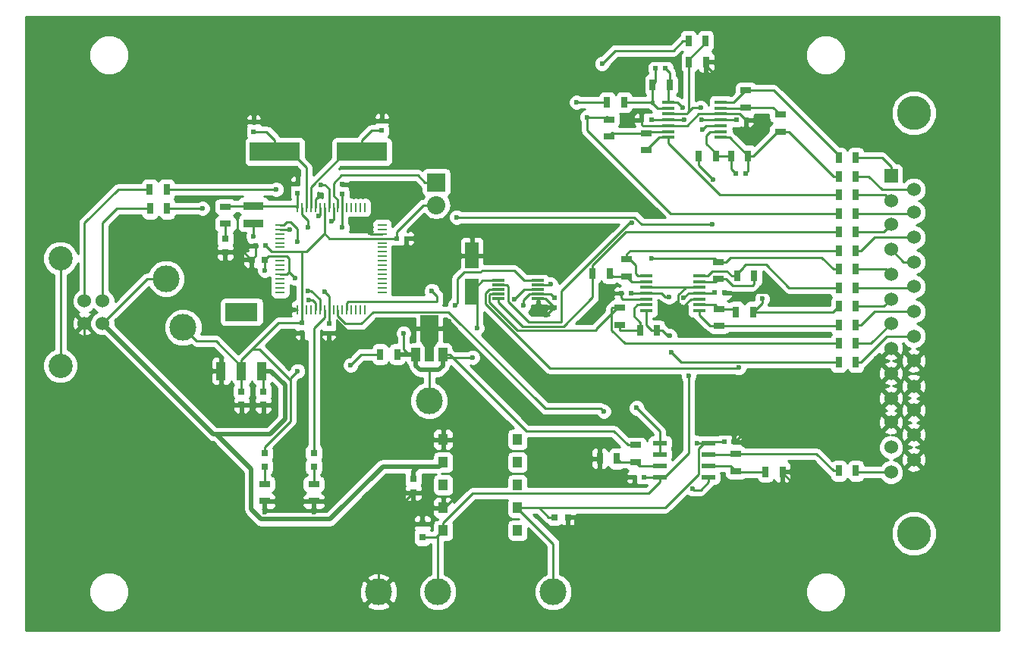
<source format=gbr>
G04 #@! TF.FileFunction,Copper,L1,Top,Signal*
%FSLAX46Y46*%
G04 Gerber Fmt 4.6, Leading zero omitted, Abs format (unit mm)*
G04 Created by KiCad (PCBNEW 4.0.1-stable) date 08/04/2016 12:11:11*
%MOMM*%
G01*
G04 APERTURE LIST*
%ADD10C,0.100000*%
%ADD11R,1.000000X0.250000*%
%ADD12R,0.250000X1.000000*%
%ADD13C,3.000000*%
%ADD14R,0.750000X0.800000*%
%ADD15R,0.600000X0.500000*%
%ADD16R,0.800000X0.750000*%
%ADD17R,0.500000X0.600000*%
%ADD18R,1.501140X2.999740*%
%ADD19R,0.797560X0.797560*%
%ADD20R,2.300000X0.850000*%
%ADD21C,1.524000*%
%ADD22C,2.700020*%
%ADD23C,3.810000*%
%ADD24R,1.524000X1.524000*%
%ADD25R,0.700000X1.300000*%
%ADD26R,1.300000X0.700000*%
%ADD27R,3.657600X2.032000*%
%ADD28R,1.016000X2.032000*%
%ADD29R,1.000760X1.501140*%
%ADD30R,1.998980X2.999740*%
%ADD31R,1.100000X1.200000*%
%ADD32R,1.450000X0.450000*%
%ADD33R,1.550000X0.600000*%
%ADD34R,5.600700X2.100580*%
%ADD35R,2.032000X2.032000*%
%ADD36O,2.032000X2.032000*%
%ADD37R,1.400000X0.300000*%
%ADD38C,0.600000*%
%ADD39C,0.250000*%
%ADD40C,0.450000*%
%ADD41C,0.500000*%
%ADD42C,0.254000*%
G04 APERTURE END LIST*
D10*
D11*
X189100000Y-84000000D03*
X189100000Y-84500000D03*
X189100000Y-85000000D03*
X189100000Y-85500000D03*
X189100000Y-86000000D03*
X189100000Y-86500000D03*
X189100000Y-87000000D03*
X189100000Y-87500000D03*
X189100000Y-88000000D03*
X189100000Y-88500000D03*
X189100000Y-89000000D03*
X189100000Y-89500000D03*
X189100000Y-90000000D03*
X189100000Y-90500000D03*
X189100000Y-91000000D03*
X189100000Y-91500000D03*
D12*
X191050000Y-93450000D03*
X191550000Y-93450000D03*
X192050000Y-93450000D03*
X192550000Y-93450000D03*
X193050000Y-93450000D03*
X193550000Y-93450000D03*
X194050000Y-93450000D03*
X194550000Y-93450000D03*
X195050000Y-93450000D03*
X195550000Y-93450000D03*
X196050000Y-93450000D03*
X196550000Y-93450000D03*
X197050000Y-93450000D03*
X197550000Y-93450000D03*
X198050000Y-93450000D03*
X198550000Y-93450000D03*
D11*
X200500000Y-91500000D03*
X200500000Y-91000000D03*
X200500000Y-90500000D03*
X200500000Y-90000000D03*
X200500000Y-89500000D03*
X200500000Y-89000000D03*
X200500000Y-88500000D03*
X200500000Y-88000000D03*
X200500000Y-87500000D03*
X200500000Y-87000000D03*
X200500000Y-86500000D03*
X200500000Y-86000000D03*
X200500000Y-85500000D03*
X200500000Y-85000000D03*
X200500000Y-84500000D03*
X200500000Y-84000000D03*
D12*
X198550000Y-82050000D03*
X198050000Y-82050000D03*
X197550000Y-82050000D03*
X197050000Y-82050000D03*
X196550000Y-82050000D03*
X196050000Y-82050000D03*
X195550000Y-82050000D03*
X195050000Y-82050000D03*
X194550000Y-82050000D03*
X194050000Y-82050000D03*
X193550000Y-82050000D03*
X193050000Y-82050000D03*
X192550000Y-82050000D03*
X192050000Y-82050000D03*
X191550000Y-82050000D03*
X191050000Y-82050000D03*
D13*
X219575000Y-125000000D03*
X206700000Y-125000000D03*
X205725000Y-103625000D03*
X178275000Y-95450000D03*
X176375000Y-90000000D03*
D14*
X187225000Y-102600000D03*
X187225000Y-104100000D03*
X184800000Y-102600000D03*
X184800000Y-104100000D03*
D15*
X202100000Y-85500000D03*
X203200000Y-85500000D03*
D16*
X187425000Y-87875000D03*
X185925000Y-87875000D03*
D15*
X187475000Y-86325000D03*
X186375000Y-86325000D03*
D17*
X194550000Y-94975000D03*
X194550000Y-96075000D03*
X191550000Y-94950000D03*
X191550000Y-96050000D03*
X196050000Y-80550000D03*
X196050000Y-79450000D03*
X191050000Y-80450000D03*
X191050000Y-79350000D03*
D14*
X182975000Y-85525000D03*
X182975000Y-87025000D03*
D17*
X186150000Y-73575000D03*
X186150000Y-72475000D03*
X200450000Y-73450000D03*
X200450000Y-72350000D03*
X219700000Y-92125000D03*
X219700000Y-93225000D03*
D15*
X241025000Y-78250000D03*
X239925000Y-78250000D03*
X232125000Y-66500000D03*
X231025000Y-66500000D03*
X227175000Y-91625000D03*
X228275000Y-91625000D03*
X238700000Y-91550000D03*
X237600000Y-91550000D03*
X229425000Y-72250000D03*
X230525000Y-72250000D03*
X241125000Y-72250000D03*
X240025000Y-72250000D03*
X239750000Y-108250000D03*
X238650000Y-108250000D03*
X228650000Y-112175000D03*
X229750000Y-112175000D03*
D18*
X210500000Y-87426020D03*
X210500000Y-91423980D03*
D19*
X192850000Y-109476400D03*
X192850000Y-110975000D03*
D20*
X186125000Y-83800000D03*
X186140240Y-81850000D03*
D21*
X169274000Y-92460000D03*
X169274000Y-95000000D03*
X167275020Y-95000000D03*
X167275020Y-92460000D03*
D22*
X164575000Y-87730520D03*
X164575000Y-99729480D03*
D23*
X259820000Y-118495000D03*
X259820000Y-71505000D03*
D24*
X257280000Y-78490000D03*
D21*
X257280000Y-81284000D03*
X257280000Y-83951000D03*
X257280000Y-86745000D03*
X257280000Y-89539000D03*
X257280000Y-92333000D03*
X257280000Y-95000000D03*
X257280000Y-97794000D03*
X257280000Y-100588000D03*
X257280000Y-103382000D03*
X257280000Y-106049000D03*
X257280000Y-108843000D03*
X257280000Y-111637000D03*
X259820000Y-80064800D03*
X259820000Y-82604800D03*
X259820000Y-85398800D03*
X259820000Y-88142000D03*
X259820000Y-90885200D03*
X259820000Y-93679200D03*
X259820000Y-96422400D03*
X259820000Y-99165600D03*
X259820000Y-102010400D03*
X259820000Y-104702800D03*
X259820000Y-107446000D03*
X259820000Y-110240000D03*
D19*
X187350000Y-109476400D03*
X187350000Y-110975000D03*
D25*
X176450000Y-80025000D03*
X174550000Y-80025000D03*
X176475000Y-82175000D03*
X174575000Y-82175000D03*
X253350000Y-76500000D03*
X251450000Y-76500000D03*
X253350000Y-80650000D03*
X251450000Y-80650000D03*
X253350000Y-84800000D03*
X251450000Y-84800000D03*
X253350000Y-88950000D03*
X251450000Y-88950000D03*
X253350000Y-93100000D03*
X251450000Y-93100000D03*
X253350000Y-97250000D03*
X251450000Y-97250000D03*
X253350000Y-111475000D03*
X251450000Y-111475000D03*
X253350000Y-78575000D03*
X251450000Y-78575000D03*
X253350000Y-82725000D03*
X251450000Y-82725000D03*
X253350000Y-86875000D03*
X251450000Y-86875000D03*
X253350000Y-91025000D03*
X251450000Y-91025000D03*
X253350000Y-95175000D03*
X251450000Y-95175000D03*
X253350000Y-99325000D03*
X251450000Y-99325000D03*
X200275000Y-98450000D03*
X202175000Y-98450000D03*
D26*
X183000000Y-81975000D03*
X183000000Y-83875000D03*
X187350000Y-112950000D03*
X187350000Y-114850000D03*
X192850000Y-112950000D03*
X192850000Y-114850000D03*
X228800000Y-108600000D03*
X228800000Y-110500000D03*
D25*
X226675000Y-110100000D03*
X224775000Y-110100000D03*
D26*
X238000000Y-90025000D03*
X238000000Y-88125000D03*
X227050000Y-95150000D03*
X227050000Y-93250000D03*
D25*
X240100000Y-89700000D03*
X242000000Y-89700000D03*
X231175000Y-95800000D03*
X229275000Y-95800000D03*
X234675000Y-63450000D03*
X236575000Y-63450000D03*
X234750000Y-65800000D03*
X236650000Y-65800000D03*
X240000000Y-93725000D03*
X241900000Y-93725000D03*
X225900000Y-89400000D03*
X224000000Y-89400000D03*
X245175000Y-111575000D03*
X243275000Y-111575000D03*
D26*
X239975000Y-109600000D03*
X239975000Y-111500000D03*
X238100000Y-95275000D03*
X238100000Y-93375000D03*
X227800000Y-87850000D03*
X227800000Y-89750000D03*
D25*
X237725000Y-76275000D03*
X235825000Y-76275000D03*
X227500000Y-70300000D03*
X225600000Y-70300000D03*
X241350000Y-76275000D03*
X239450000Y-76275000D03*
X232575000Y-68350000D03*
X230675000Y-68350000D03*
D26*
X244925000Y-71650000D03*
X244925000Y-73550000D03*
X225800000Y-74100000D03*
X225800000Y-72200000D03*
X241100000Y-68950000D03*
X241100000Y-70850000D03*
X230000000Y-75650000D03*
X230000000Y-73750000D03*
D27*
X184800000Y-93723000D03*
D28*
X184800000Y-100327000D03*
X187086000Y-100327000D03*
X182514000Y-100327000D03*
D29*
X204248860Y-98476480D03*
X205750000Y-98476480D03*
X207251140Y-98476480D03*
D30*
X205750000Y-95525000D03*
D10*
G36*
X206750760Y-96999470D02*
X206250380Y-97748770D01*
X205249620Y-97748770D01*
X204749240Y-96999470D01*
X206750760Y-96999470D01*
X206750760Y-96999470D01*
G37*
D31*
X215600000Y-107970000D03*
X207300000Y-107970000D03*
X215600000Y-110510000D03*
X207300000Y-110510000D03*
X215600000Y-113050000D03*
X207300000Y-113050000D03*
X215600000Y-115590000D03*
X207300000Y-115590000D03*
X215600000Y-118130000D03*
X207300000Y-118130000D03*
D32*
X229975000Y-89675000D03*
X229975000Y-90325000D03*
X229975000Y-90975000D03*
X229975000Y-91625000D03*
X229975000Y-92275000D03*
X229975000Y-92925000D03*
X229975000Y-93575000D03*
X235875000Y-93575000D03*
X235875000Y-92925000D03*
X235875000Y-92275000D03*
X235875000Y-91625000D03*
X235875000Y-90975000D03*
X235875000Y-90325000D03*
X235875000Y-89675000D03*
D33*
X231500000Y-108370000D03*
X231500000Y-109640000D03*
X231500000Y-110910000D03*
X231500000Y-112180000D03*
X236900000Y-112180000D03*
X236900000Y-110910000D03*
X236900000Y-109640000D03*
X236900000Y-108370000D03*
D32*
X232400001Y-70300000D03*
X232400001Y-70950000D03*
X232400001Y-71600000D03*
X232400001Y-72250000D03*
X232400001Y-72900000D03*
X232400001Y-73550000D03*
X232400001Y-74200000D03*
X238300001Y-74200000D03*
X238300001Y-73550000D03*
X238300001Y-72900000D03*
X238300001Y-72250000D03*
X238300001Y-71600000D03*
X238300001Y-70950000D03*
X238300001Y-70300000D03*
D34*
X188526140Y-75825000D03*
X198223860Y-75825000D03*
D35*
X206525000Y-79235000D03*
D36*
X206525000Y-81775000D03*
D37*
X213475000Y-90200000D03*
X213475000Y-90700000D03*
X213475000Y-91200000D03*
X213475000Y-91700000D03*
X213475000Y-92200000D03*
X217875000Y-92200000D03*
X217875000Y-91700000D03*
X217875000Y-91200000D03*
X217875000Y-90700000D03*
X217875000Y-90200000D03*
D13*
X200075000Y-125000000D03*
D16*
X221225000Y-116650000D03*
X219725000Y-116650000D03*
D14*
X204975000Y-118900000D03*
X204975000Y-117400000D03*
X203975000Y-112400000D03*
X203975000Y-113900000D03*
D38*
X232525000Y-92050000D03*
X235625000Y-108350000D03*
X234200000Y-72225000D03*
X234150000Y-92150000D03*
X234700000Y-100875000D03*
X236150000Y-72275000D03*
X210575000Y-98800000D03*
X216275000Y-92950000D03*
X202875000Y-96100000D03*
X191025000Y-85850000D03*
X196975000Y-99650000D03*
X191050000Y-100325000D03*
X211100000Y-95500000D03*
X221975000Y-118150000D03*
X189625000Y-92850000D03*
X172275000Y-103400000D03*
X218775000Y-94100000D03*
X190575000Y-78100000D03*
X193575000Y-80600000D03*
X237725000Y-67300000D03*
X208675000Y-108200000D03*
X208425000Y-114600000D03*
X243925000Y-91400000D03*
X246775000Y-113300000D03*
X224675000Y-93100000D03*
X200450000Y-71175000D03*
X186150000Y-71175000D03*
X199175000Y-84874990D03*
X205225000Y-84600000D03*
X190175000Y-84500000D03*
X191525000Y-97200000D03*
X194575000Y-97250000D03*
X233975000Y-93150000D03*
X228225000Y-113125000D03*
X224250000Y-111675000D03*
X240850000Y-107250000D03*
X210525000Y-85150000D03*
X208000000Y-94725000D03*
X192850000Y-116075000D03*
X187350000Y-116125000D03*
X228200000Y-72250000D03*
X197325000Y-80550000D03*
X182475000Y-103825000D03*
X184950000Y-86925000D03*
X242350000Y-72275000D03*
X196025000Y-84300000D03*
X194075000Y-91475000D03*
X190800000Y-89950000D03*
X186125000Y-85300000D03*
X187400000Y-89050000D03*
X223375000Y-71950000D03*
X234025000Y-70900000D03*
X193666349Y-79516349D03*
X188675000Y-80025000D03*
X194825000Y-83600000D03*
X180425000Y-82150000D03*
X230550000Y-87725000D03*
X228350000Y-83750000D03*
X242900000Y-92250000D03*
X240275000Y-99950010D03*
X232750000Y-98225000D03*
X232600000Y-96375000D03*
X228900000Y-104450000D03*
X225025000Y-65975000D03*
X236025000Y-70900000D03*
X236224981Y-73331567D03*
X193424990Y-82999990D03*
X208800001Y-83124999D03*
X237325000Y-83950000D03*
X237462660Y-78912340D03*
X222200000Y-70300000D03*
X192250000Y-84250010D03*
X208625000Y-92950010D03*
X192300000Y-92350000D03*
X225225000Y-104825000D03*
X235104449Y-113454449D03*
X206025000Y-91350000D03*
X219300000Y-90650000D03*
X215225000Y-92275000D03*
X192250000Y-91350000D03*
D39*
X216415000Y-115575000D02*
X217975000Y-115575000D01*
X217975000Y-115575000D02*
X232100000Y-115575000D01*
X219725000Y-116650000D02*
X219075000Y-116650000D01*
X219075000Y-116650000D02*
X218000000Y-115575000D01*
X218000000Y-115575000D02*
X217975000Y-115575000D01*
X238650000Y-108250000D02*
X237020000Y-108250000D01*
X237020000Y-108250000D02*
X236900000Y-108370000D01*
X215600000Y-115590000D02*
X215600000Y-115640000D01*
X215600000Y-115640000D02*
X219575000Y-119615000D01*
X219575000Y-119615000D02*
X219575000Y-122025000D01*
X219575000Y-122025000D02*
X219575000Y-125000000D01*
X232525000Y-92050000D02*
X232100736Y-92050000D01*
X232100736Y-92050000D02*
X231675736Y-91625000D01*
X231675736Y-91625000D02*
X230950000Y-91625000D01*
X230950000Y-91625000D02*
X229975000Y-91625000D01*
X236900000Y-108370000D02*
X235645000Y-108370000D01*
X235645000Y-108370000D02*
X235625000Y-108350000D01*
X232100000Y-115575000D02*
X235799999Y-111875001D01*
X235799999Y-111875001D02*
X235799999Y-108995001D01*
X235799999Y-108995001D02*
X236425000Y-108370000D01*
X236425000Y-108370000D02*
X236900000Y-108370000D01*
X215600000Y-115590000D02*
X216400000Y-115590000D01*
X216400000Y-115590000D02*
X216415000Y-115575000D01*
X228275000Y-91625000D02*
X229975000Y-91625000D01*
X233300000Y-72250000D02*
X234175000Y-72250000D01*
D40*
X234175000Y-72250000D02*
X234200000Y-72225000D01*
D39*
X232400001Y-72250000D02*
X233300000Y-72250000D01*
X232400001Y-72250000D02*
X230525000Y-72250000D01*
X204975000Y-118900000D02*
X206530000Y-118900000D01*
X206530000Y-118900000D02*
X207300000Y-118130000D01*
X206700000Y-122125000D02*
X206700000Y-125000000D01*
X234150000Y-92150000D02*
X234675000Y-91625000D01*
X234675000Y-91625000D02*
X235875000Y-91625000D01*
X235875000Y-91625000D02*
X235250000Y-91625000D01*
X231500000Y-112180000D02*
X231975000Y-112180000D01*
X231975000Y-112180000D02*
X234700000Y-109455000D01*
X234700000Y-109455000D02*
X234700000Y-100875000D01*
X206700000Y-122125000D02*
X206700000Y-118730000D01*
X206700000Y-118730000D02*
X207300000Y-118130000D01*
X229750000Y-112175000D02*
X231495000Y-112175000D01*
X231495000Y-112175000D02*
X231500000Y-112180000D01*
X207300000Y-118130000D02*
X207300000Y-117280000D01*
X207300000Y-117280000D02*
X210604999Y-113975001D01*
X210604999Y-113975001D02*
X230254999Y-113975001D01*
X230254999Y-113975001D02*
X231500000Y-112730000D01*
X231500000Y-112730000D02*
X231500000Y-112180000D01*
X235875000Y-91625000D02*
X237525000Y-91625000D01*
X237525000Y-91625000D02*
X237600000Y-91550000D01*
X238300001Y-72250000D02*
X236175000Y-72250000D01*
D40*
X236175000Y-72250000D02*
X236150000Y-72275000D01*
D39*
X238300001Y-72250000D02*
X240025000Y-72250000D01*
X210575000Y-98800000D02*
X207574660Y-98800000D01*
X207574660Y-98800000D02*
X207251140Y-98476480D01*
X217875000Y-91700000D02*
X216925000Y-91700000D01*
X216925000Y-91700000D02*
X216275000Y-92350000D01*
X216275000Y-92350000D02*
X216275000Y-92950000D01*
X202875000Y-96100000D02*
X202875000Y-97853000D01*
X202875000Y-97853000D02*
X203498480Y-98476480D01*
X203498480Y-98476480D02*
X204248860Y-98476480D01*
X189100000Y-84000000D02*
X189475000Y-84000000D01*
X189475000Y-84000000D02*
X189850000Y-83625000D01*
X189850000Y-83625000D02*
X190225002Y-83625000D01*
X190225002Y-83625000D02*
X191025000Y-84424998D01*
X191025000Y-84424998D02*
X191025000Y-85850000D01*
X228800000Y-108600000D02*
X227900000Y-108600000D01*
X227900000Y-108600000D02*
X226344999Y-107044999D01*
X226344999Y-107044999D02*
X216570039Y-107044999D01*
X216570039Y-107044999D02*
X208001520Y-98476480D01*
X208001520Y-98476480D02*
X207251140Y-98476480D01*
D41*
X204721810Y-100200000D02*
X205725000Y-100200000D01*
X205725000Y-100200000D02*
X206778190Y-100200000D01*
D39*
X205725000Y-103625000D02*
X205725000Y-101503680D01*
X205725000Y-101503680D02*
X205725000Y-100200000D01*
D41*
X202175000Y-98450000D02*
X204222380Y-98450000D01*
X204222380Y-98450000D02*
X204248860Y-98476480D01*
X206778190Y-100200000D02*
X207251140Y-99727050D01*
X207251140Y-99727050D02*
X207251140Y-98476480D01*
X204248860Y-98476480D02*
X204248860Y-99727050D01*
X204248860Y-99727050D02*
X204721810Y-100200000D01*
D39*
X219700000Y-92125000D02*
X219275000Y-91700000D01*
X219275000Y-91700000D02*
X217875000Y-91700000D01*
X200275000Y-98450000D02*
X198175000Y-98450000D01*
X198175000Y-98450000D02*
X196975000Y-99650000D01*
X190225010Y-101357008D02*
X190225010Y-101149990D01*
X190225010Y-101149990D02*
X191050000Y-100325000D01*
X210500000Y-91423980D02*
X210500000Y-92173280D01*
X210500000Y-92173280D02*
X211100000Y-92773280D01*
X211100000Y-92773280D02*
X211100000Y-95500000D01*
X178275000Y-95450000D02*
X179774999Y-96949999D01*
X181930999Y-96949999D02*
X184800000Y-99819000D01*
X179774999Y-96949999D02*
X181930999Y-96949999D01*
X184800000Y-99819000D02*
X184800000Y-100327000D01*
X210500000Y-91423980D02*
X211723980Y-90200000D01*
X211723980Y-90200000D02*
X213475000Y-90200000D01*
X184800000Y-99061000D02*
X185961000Y-97900000D01*
X187350000Y-109476400D02*
X187350000Y-108788186D01*
X185961000Y-97900000D02*
X188911000Y-94950000D01*
X187350000Y-108788186D02*
X190225010Y-105913176D01*
X186768002Y-97900000D02*
X185961000Y-97900000D01*
X190225010Y-105913176D02*
X190225010Y-101357008D01*
X190225010Y-101357008D02*
X186768002Y-97900000D01*
X206525000Y-81775000D02*
X205088160Y-81775000D01*
X205088160Y-81775000D02*
X202100000Y-84763160D01*
X202100000Y-84763160D02*
X202100000Y-85000000D01*
X202100000Y-85000000D02*
X202100000Y-85500000D01*
X184800000Y-102600000D02*
X184800000Y-100327000D01*
X184800000Y-100327000D02*
X184800000Y-99061000D01*
X188911000Y-94950000D02*
X191050000Y-94950000D01*
X191050000Y-94950000D02*
X191550000Y-94950000D01*
X192000000Y-87000000D02*
X191575000Y-87000000D01*
X191550000Y-93450000D02*
X191550000Y-87025000D01*
X191575000Y-87000000D02*
X189100000Y-87000000D01*
X191550000Y-87025000D02*
X191575000Y-87000000D01*
X200500000Y-85500000D02*
X194600000Y-85500000D01*
X194600000Y-85500000D02*
X194050000Y-84950000D01*
X194050000Y-82050000D02*
X194050000Y-84950000D01*
X194050000Y-84950000D02*
X192000000Y-87000000D01*
X189100000Y-87000000D02*
X188150000Y-87000000D01*
X188150000Y-87000000D02*
X187475000Y-86325000D01*
X200500000Y-85500000D02*
X202100000Y-85500000D01*
X191550000Y-93450000D02*
X191550000Y-94950000D01*
D41*
X203975000Y-112400000D02*
X203975000Y-111500000D01*
X203975000Y-111500000D02*
X204500860Y-110974140D01*
X204500860Y-110974140D02*
X204750860Y-110974140D01*
X201850000Y-110974140D02*
X204475000Y-110974140D01*
X204475000Y-110974140D02*
X204975000Y-110974140D01*
X204975000Y-110974140D02*
X206835860Y-110974140D01*
D39*
X204750860Y-110974140D02*
X204975000Y-110974140D01*
X169274000Y-95000000D02*
X174274000Y-90000000D01*
X174274000Y-90000000D02*
X176375000Y-90000000D01*
D41*
X181950000Y-107375000D02*
X181649000Y-107375000D01*
X181649000Y-107375000D02*
X169274000Y-95000000D01*
X200549900Y-110974140D02*
X201850000Y-110974140D01*
X206835860Y-110974140D02*
X207300000Y-110510000D01*
X184575000Y-109975000D02*
X185900000Y-111300000D01*
X194649039Y-116875001D02*
X200549900Y-110974140D01*
X185900000Y-111300000D02*
X185900000Y-115785002D01*
X185900000Y-115785002D02*
X186989999Y-116875001D01*
X186989999Y-116875001D02*
X194649039Y-116875001D01*
X184575000Y-109975000D02*
X184950000Y-110350000D01*
X181975000Y-107375000D02*
X184575000Y-109975000D01*
X181950000Y-107375000D02*
X181975000Y-107375000D01*
X187086000Y-100327000D02*
X188094000Y-100327000D01*
X188094000Y-100327000D02*
X189650000Y-101883000D01*
X187950000Y-107375000D02*
X181950000Y-107375000D01*
X189650000Y-101883000D02*
X189650000Y-105675000D01*
X189650000Y-105675000D02*
X187950000Y-107375000D01*
D39*
X187225000Y-102600000D02*
X187225000Y-100466000D01*
X187225000Y-100466000D02*
X187086000Y-100327000D01*
X200075000Y-117825000D02*
X202250000Y-115650000D01*
X202250000Y-115650000D02*
X202475000Y-115425000D01*
X202640000Y-115590000D02*
X202310000Y-115590000D01*
X202310000Y-115590000D02*
X202250000Y-115650000D01*
X202475000Y-115425000D02*
X203975000Y-113925000D01*
X205475000Y-115590000D02*
X202640000Y-115590000D01*
X202640000Y-115590000D02*
X202475000Y-115425000D01*
X200075000Y-125000000D02*
X200075000Y-117825000D01*
X203975000Y-113925000D02*
X203975000Y-113900000D01*
X205975000Y-115590000D02*
X205475000Y-115590000D01*
X204975000Y-117400000D02*
X204975000Y-116090000D01*
X204975000Y-116090000D02*
X205475000Y-115590000D01*
X207300000Y-115590000D02*
X205975000Y-115590000D01*
X221975000Y-116750000D02*
X221975000Y-118150000D01*
X221225000Y-116650000D02*
X221875000Y-116650000D01*
X221875000Y-116650000D02*
X221975000Y-116750000D01*
X234375000Y-90975000D02*
X234350000Y-91000000D01*
X229975000Y-90975000D02*
X234325000Y-90975000D01*
X234350000Y-91000000D02*
X233524999Y-91825001D01*
X234325000Y-90975000D02*
X234350000Y-91000000D01*
X241125000Y-72250000D02*
X241075000Y-72250000D01*
X241075000Y-72250000D02*
X240425000Y-71600000D01*
X240425000Y-71600000D02*
X239275001Y-71600000D01*
X239275001Y-71600000D02*
X238300001Y-71600000D01*
X191050000Y-93450000D02*
X190225000Y-93450000D01*
X190225000Y-93450000D02*
X189625000Y-92850000D01*
X167275020Y-95000000D02*
X167275020Y-98400020D01*
X167275020Y-98400020D02*
X172275000Y-103400000D01*
X219700000Y-93225000D02*
X219650000Y-93225000D01*
X219650000Y-93225000D02*
X218775000Y-94100000D01*
X217875000Y-92200000D02*
X218675000Y-92200000D01*
X218675000Y-92200000D02*
X219700000Y-93225000D01*
X191050000Y-79350000D02*
X191050000Y-78575000D01*
X191050000Y-78575000D02*
X190575000Y-78100000D01*
X193050000Y-82050000D02*
X193050000Y-81125000D01*
X193050000Y-81125000D02*
X193575000Y-80600000D01*
X236650000Y-65800000D02*
X236650000Y-66225000D01*
X236650000Y-66225000D02*
X237725000Y-67300000D01*
X232400001Y-72900000D02*
X229575000Y-72900000D01*
X229575000Y-72900000D02*
X229425000Y-72750000D01*
X229425000Y-72750000D02*
X229425000Y-72250000D01*
X207300000Y-107970000D02*
X208445000Y-107970000D01*
X208445000Y-107970000D02*
X208675000Y-108200000D01*
X207300000Y-115590000D02*
X207435000Y-115590000D01*
X207435000Y-115590000D02*
X208425000Y-114600000D01*
X238700000Y-91550000D02*
X243775000Y-91550000D01*
X243775000Y-91550000D02*
X243925000Y-91400000D01*
X245175000Y-111575000D02*
X245175000Y-111700000D01*
X245175000Y-111700000D02*
X246775000Y-113300000D01*
X227175000Y-91625000D02*
X226150000Y-91625000D01*
X226150000Y-91625000D02*
X224675000Y-93100000D01*
X229975000Y-92275000D02*
X227325000Y-92275000D01*
X227325000Y-92275000D02*
X227175000Y-92125000D01*
X227175000Y-92125000D02*
X227175000Y-91625000D01*
X199275000Y-85000000D02*
X199175000Y-84900000D01*
X199175000Y-84900000D02*
X199175000Y-84874990D01*
X200500000Y-85000000D02*
X199275000Y-85000000D01*
X204325000Y-85500000D02*
X205225000Y-84600000D01*
X203750000Y-85500000D02*
X204325000Y-85500000D01*
X189100000Y-84500000D02*
X190175000Y-84500000D01*
X191550000Y-96050000D02*
X191550000Y-97175000D01*
X191550000Y-97175000D02*
X191525000Y-97200000D01*
X194575000Y-96650000D02*
X194575000Y-97250000D01*
X194550000Y-96075000D02*
X194550000Y-96625000D01*
X194550000Y-96625000D02*
X194575000Y-96650000D01*
X233524999Y-91825001D02*
X233524999Y-92699999D01*
X233524999Y-92699999D02*
X233675001Y-92850001D01*
X233675001Y-92850001D02*
X233975000Y-93150000D01*
X235875000Y-90975000D02*
X234375000Y-90975000D01*
X235875000Y-92275000D02*
X234950002Y-92275000D01*
X234950002Y-92275000D02*
X234075002Y-93150000D01*
X234075002Y-93150000D02*
X233975000Y-93150000D01*
X228475000Y-112850000D02*
X228475000Y-112875000D01*
X228475000Y-112875000D02*
X228225000Y-113125000D01*
X228650000Y-112175000D02*
X228650000Y-112675000D01*
X228650000Y-112675000D02*
X228475000Y-112850000D01*
X224275000Y-111500000D02*
X224275000Y-111650000D01*
X224275000Y-111650000D02*
X224250000Y-111675000D01*
X224775000Y-110100000D02*
X224775000Y-111000000D01*
X224775000Y-111000000D02*
X224275000Y-111500000D01*
X239750000Y-108250000D02*
X239850000Y-108250000D01*
X239850000Y-108250000D02*
X240850000Y-107250000D01*
X210500000Y-87426020D02*
X210500000Y-85175000D01*
X210500000Y-85175000D02*
X210525000Y-85150000D01*
X203200000Y-85500000D02*
X203750000Y-85500000D01*
X205750000Y-95525000D02*
X207200000Y-95525000D01*
X207200000Y-95525000D02*
X208000000Y-94725000D01*
X192850000Y-115450000D02*
X192850000Y-116075000D01*
X192850000Y-114850000D02*
X192850000Y-115450000D01*
X187350000Y-115450000D02*
X187350000Y-116125000D01*
X187350000Y-114850000D02*
X187350000Y-115450000D01*
X229425000Y-72250000D02*
X228200000Y-72250000D01*
X234525000Y-72900000D02*
X235825000Y-71600000D01*
X235825000Y-71600000D02*
X238300001Y-71600000D01*
X232400001Y-72900000D02*
X234525000Y-72900000D01*
X197300000Y-80200000D02*
X197300000Y-80525000D01*
X197300000Y-80525000D02*
X197325000Y-80550000D01*
X196050000Y-79450000D02*
X196550000Y-79450000D01*
X196550000Y-79450000D02*
X197300000Y-80200000D01*
X183175000Y-103100000D02*
X184175000Y-104100000D01*
X182514000Y-102439000D02*
X183175000Y-103100000D01*
X183175000Y-103100000D02*
X183175000Y-103125000D01*
X183175000Y-103125000D02*
X182475000Y-103825000D01*
X182514000Y-100327000D02*
X182514000Y-102439000D01*
X184175000Y-104100000D02*
X184800000Y-104100000D01*
X187225000Y-104100000D02*
X184800000Y-104100000D01*
X200450000Y-72350000D02*
X200450000Y-71175000D01*
X186150000Y-72475000D02*
X186150000Y-71175000D01*
X185925000Y-87875000D02*
X185900000Y-87875000D01*
X185900000Y-87875000D02*
X184950000Y-86925000D01*
X184050000Y-87025000D02*
X184900000Y-87875000D01*
X184900000Y-87875000D02*
X185925000Y-87875000D01*
X182975000Y-87025000D02*
X184050000Y-87025000D01*
X186375000Y-86325000D02*
X186375000Y-87425000D01*
X186375000Y-87425000D02*
X185925000Y-87875000D01*
X241125000Y-72250000D02*
X242325000Y-72250000D01*
D40*
X242325000Y-72250000D02*
X242350000Y-72275000D01*
D39*
X196025000Y-84300000D02*
X196025000Y-82075000D01*
X196025000Y-82075000D02*
X196050000Y-82050000D01*
X194075000Y-91475000D02*
X194550000Y-91950000D01*
X194550000Y-91950000D02*
X194550000Y-93450000D01*
X190075000Y-89275000D02*
X190125000Y-89275000D01*
X190125000Y-89275000D02*
X190800000Y-89950000D01*
X190075000Y-87764998D02*
X190075000Y-89275000D01*
X190075000Y-89275000D02*
X189850000Y-89500000D01*
X189850000Y-89500000D02*
X189100000Y-89500000D01*
X189100000Y-87500000D02*
X189810002Y-87500000D01*
X189810002Y-87500000D02*
X190075000Y-87764998D01*
X186125000Y-85300000D02*
X186125000Y-83800000D01*
X187425000Y-87875000D02*
X187425000Y-89025000D01*
X187425000Y-89025000D02*
X187400000Y-89050000D01*
X189100000Y-87500000D02*
X187800000Y-87500000D01*
X187800000Y-87500000D02*
X187425000Y-87875000D01*
X196050000Y-82050000D02*
X196050000Y-80550000D01*
X194550000Y-93450000D02*
X194550000Y-94975000D01*
X186140240Y-81850000D02*
X190850000Y-81850000D01*
X190850000Y-81850000D02*
X191050000Y-82050000D01*
X186140240Y-81850000D02*
X183125000Y-81850000D01*
X183125000Y-81850000D02*
X183000000Y-81975000D01*
X191050000Y-82050000D02*
X191050000Y-80450000D01*
X183000000Y-83875000D02*
X183000000Y-85500000D01*
X183000000Y-85500000D02*
X182975000Y-85525000D01*
X188526140Y-75825000D02*
X188526140Y-74524710D01*
X187576430Y-73575000D02*
X186650000Y-73575000D01*
X188526140Y-74524710D02*
X187576430Y-73575000D01*
X186650000Y-73575000D02*
X186150000Y-73575000D01*
X192050000Y-82050000D02*
X192050000Y-77598800D01*
X192050000Y-77598800D02*
X190276200Y-75825000D01*
X190276200Y-75825000D02*
X188526140Y-75825000D01*
X198223860Y-75825000D02*
X198223860Y-74524710D01*
X198223860Y-74524710D02*
X199298570Y-73450000D01*
X199298570Y-73450000D02*
X199950000Y-73450000D01*
X199950000Y-73450000D02*
X200450000Y-73450000D01*
X192550000Y-82050000D02*
X192550000Y-79748800D01*
X192550000Y-79748800D02*
X196473800Y-75825000D01*
X196473800Y-75825000D02*
X198223860Y-75825000D01*
X241725000Y-76275000D02*
X241350000Y-76275000D01*
X244925000Y-73550000D02*
X244625000Y-73550000D01*
X244625000Y-73550000D02*
X241900000Y-76275000D01*
X241900000Y-76275000D02*
X241725000Y-76275000D01*
X244925000Y-73550000D02*
X245875000Y-73550000D01*
X251450000Y-78575000D02*
X250850000Y-78575000D01*
X250850000Y-78575000D02*
X245875000Y-73600000D01*
X245875000Y-73600000D02*
X245875000Y-73550000D01*
D40*
X251450000Y-78275000D02*
X251450000Y-78575000D01*
D39*
X241350000Y-76275000D02*
X241350000Y-77925000D01*
X241350000Y-77925000D02*
X241025000Y-78250000D01*
X238300001Y-74200000D02*
X239275000Y-74200000D01*
X239275000Y-74200000D02*
X241350000Y-76275000D01*
X239450000Y-76275000D02*
X239450000Y-77775000D01*
X239450000Y-77775000D02*
X239925000Y-78250000D01*
X236675000Y-74000001D02*
X236675000Y-74925000D01*
X236675000Y-74925000D02*
X237725000Y-75975000D01*
D40*
X237725000Y-75975000D02*
X237725000Y-76275000D01*
D39*
X238300001Y-73550000D02*
X237125001Y-73550000D01*
X237125001Y-73550000D02*
X236675000Y-74000001D01*
X239450000Y-76275000D02*
X237725000Y-76275000D01*
X223375000Y-71950000D02*
X223375000Y-73440002D01*
X223375000Y-73440002D02*
X232659998Y-82725000D01*
X232659998Y-82725000D02*
X250650000Y-82725000D01*
X250650000Y-82725000D02*
X251450000Y-82725000D01*
X223375000Y-71950000D02*
X225550000Y-71950000D01*
D40*
X225550000Y-71950000D02*
X225800000Y-72200000D01*
D39*
X232400001Y-70300000D02*
X233425000Y-70300000D01*
X233425000Y-70300000D02*
X234025000Y-70900000D01*
X232575000Y-68350000D02*
X232575000Y-66950000D01*
X232575000Y-66950000D02*
X232125000Y-66500000D01*
X232400001Y-70300000D02*
X232400001Y-68524999D01*
X232400001Y-68524999D02*
X232575000Y-68350000D01*
D40*
X230675000Y-70399999D02*
X230675000Y-70200000D01*
D39*
X230675000Y-70200000D02*
X230675000Y-69450000D01*
X227500000Y-70300000D02*
X230575000Y-70300000D01*
D40*
X230575000Y-70300000D02*
X230675000Y-70200000D01*
D39*
X232400001Y-70950000D02*
X231225001Y-70950000D01*
X231225001Y-70950000D02*
X230675000Y-70399999D01*
X230675000Y-69450000D02*
X230675000Y-68350000D01*
X231025000Y-66500000D02*
X231025000Y-68000000D01*
X231025000Y-68000000D02*
X230675000Y-68350000D01*
X194050000Y-93450000D02*
X194050000Y-94339998D01*
X194050000Y-94339998D02*
X192850000Y-95539998D01*
X192850000Y-95539998D02*
X192850000Y-108827620D01*
X192850000Y-108827620D02*
X192850000Y-109476400D01*
X192850000Y-110975000D02*
X192850000Y-112950000D01*
X195939998Y-78425000D02*
X204449000Y-78425000D01*
X204449000Y-78425000D02*
X205259000Y-79235000D01*
X205259000Y-79235000D02*
X206525000Y-79235000D01*
X195050000Y-80685002D02*
X195050000Y-79314998D01*
X195050000Y-79314998D02*
X195939998Y-78425000D01*
X195550000Y-82050000D02*
X195550000Y-81185002D01*
X195550000Y-81185002D02*
X195050000Y-80685002D01*
X174575000Y-82175000D02*
X170860000Y-82175000D01*
X170860000Y-82175000D02*
X169274000Y-83761000D01*
X169274000Y-83761000D02*
X169274000Y-92460000D01*
X174550000Y-80025000D02*
X171011020Y-80025000D01*
X171011020Y-80025000D02*
X167275020Y-83761000D01*
X167275020Y-83761000D02*
X167275020Y-92460000D01*
X164575000Y-87730520D02*
X164575000Y-99729480D01*
X253350000Y-76500000D02*
X256302000Y-76500000D01*
X256302000Y-76500000D02*
X257280000Y-77478000D01*
X257280000Y-77478000D02*
X257280000Y-78490000D01*
X253350000Y-80650000D02*
X256646000Y-80650000D01*
X256646000Y-80650000D02*
X257280000Y-81284000D01*
X253350000Y-84800000D02*
X256431000Y-84800000D01*
X256431000Y-84800000D02*
X257280000Y-83951000D01*
X257280000Y-86745000D02*
X258677000Y-88142000D01*
X258677000Y-88142000D02*
X259820000Y-88142000D01*
X253350000Y-88950000D02*
X256691000Y-88950000D01*
X256691000Y-88950000D02*
X257280000Y-89539000D01*
X253350000Y-93100000D02*
X256513000Y-93100000D01*
X256513000Y-93100000D02*
X257280000Y-92333000D01*
X253350000Y-97250000D02*
X255030000Y-97250000D01*
X255030000Y-97250000D02*
X257280000Y-95000000D01*
X257280000Y-111637000D02*
X253512000Y-111637000D01*
X253512000Y-111637000D02*
X253350000Y-111475000D01*
X254775000Y-78575000D02*
X256264800Y-80064800D01*
X256264800Y-80064800D02*
X259820000Y-80064800D01*
X253350000Y-78575000D02*
X254775000Y-78575000D01*
X253350000Y-82725000D02*
X259699800Y-82725000D01*
X259699800Y-82725000D02*
X259820000Y-82604800D01*
X253350000Y-86875000D02*
X253950000Y-86875000D01*
X253950000Y-86875000D02*
X255426200Y-85398800D01*
X255426200Y-85398800D02*
X258742370Y-85398800D01*
X258742370Y-85398800D02*
X259820000Y-85398800D01*
X253350000Y-91025000D02*
X259680200Y-91025000D01*
X259680200Y-91025000D02*
X259820000Y-90885200D01*
X253350000Y-95175000D02*
X253950000Y-95175000D01*
X255445800Y-93679200D02*
X259820000Y-93679200D01*
X253950000Y-95175000D02*
X255445800Y-93679200D01*
X253350000Y-99325000D02*
X253950000Y-99325000D01*
X253950000Y-99325000D02*
X256852600Y-96422400D01*
X258742370Y-96422400D02*
X259820000Y-96422400D01*
X256852600Y-96422400D02*
X258742370Y-96422400D01*
X187350000Y-110975000D02*
X187350000Y-112950000D01*
X193666349Y-79516349D02*
X194090613Y-79516349D01*
X194090613Y-79516349D02*
X194550000Y-79975736D01*
X194550000Y-79975736D02*
X194550000Y-81300000D01*
X194550000Y-81300000D02*
X194550000Y-82050000D01*
X177050000Y-80025000D02*
X188675000Y-80025000D01*
X176450000Y-80025000D02*
X177050000Y-80025000D01*
X194825000Y-83600000D02*
X195050000Y-83375000D01*
X195050000Y-83375000D02*
X195050000Y-82050000D01*
X176475000Y-82175000D02*
X180400000Y-82175000D01*
X180400000Y-82175000D02*
X180425000Y-82150000D01*
X241100000Y-68950000D02*
X244200000Y-68950000D01*
D40*
X251450000Y-76200000D02*
X251450000Y-76500000D01*
D39*
X244200000Y-68950000D02*
X251450000Y-76200000D01*
X238300001Y-70300000D02*
X239750000Y-70300000D01*
X239750000Y-70300000D02*
X241100000Y-68950000D01*
X232400001Y-74200000D02*
X232400001Y-74875000D01*
X232400001Y-74875000D02*
X238175001Y-80650000D01*
X238175001Y-80650000D02*
X250650000Y-80650000D01*
X250650000Y-80650000D02*
X251450000Y-80650000D01*
X232400001Y-74200000D02*
X231450000Y-74200000D01*
X231450000Y-74200000D02*
X230000000Y-75650000D01*
X220750000Y-95325000D02*
X224000000Y-92075000D01*
X224000000Y-92075000D02*
X224000000Y-89400000D01*
X216200000Y-95325000D02*
X220750000Y-95325000D01*
X213475000Y-92200000D02*
X213475000Y-92600000D01*
X213475000Y-92600000D02*
X216200000Y-95325000D01*
X224000000Y-89400000D02*
X224000000Y-88500000D01*
X224000000Y-88500000D02*
X227700000Y-84800000D01*
X227700000Y-84800000D02*
X250850000Y-84800000D01*
X250850000Y-84800000D02*
X251450000Y-84800000D01*
X239375000Y-87650000D02*
X249550000Y-87650000D01*
X249550000Y-87650000D02*
X250850000Y-88950000D01*
X250850000Y-88950000D02*
X251450000Y-88950000D01*
X238000000Y-88125000D02*
X238900000Y-88125000D01*
X238900000Y-88125000D02*
X239375000Y-87650000D01*
X230550000Y-87725000D02*
X237600000Y-87725000D01*
X237600000Y-87725000D02*
X238000000Y-88125000D01*
X220525000Y-94825000D02*
X220525000Y-91338590D01*
X220525000Y-91338590D02*
X228113590Y-83750000D01*
X228113590Y-83750000D02*
X228350000Y-83750000D01*
X216849998Y-94825000D02*
X220525000Y-94825000D01*
X213475000Y-90700000D02*
X214425000Y-90700000D01*
X214425000Y-90700000D02*
X214599999Y-90874999D01*
X214599999Y-90874999D02*
X214599999Y-92575001D01*
X214599999Y-92575001D02*
X216849998Y-94825000D01*
X251450000Y-88650000D02*
X251450000Y-88950000D01*
X242900000Y-92250000D02*
X242900000Y-92725000D01*
X242900000Y-92725000D02*
X241900000Y-93725000D01*
X219203588Y-100000000D02*
X240225010Y-100000000D01*
X240225010Y-100000000D02*
X240275000Y-99950010D01*
X213475000Y-91200000D02*
X212403588Y-91200000D01*
X211999990Y-92796402D02*
X219203588Y-100000000D01*
X212403588Y-91200000D02*
X211999989Y-91603599D01*
X211999989Y-91603599D02*
X211999990Y-92796402D01*
X241900000Y-93725000D02*
X250825000Y-93725000D01*
X250825000Y-93725000D02*
X251450000Y-93100000D01*
X224374990Y-95775010D02*
X224374990Y-95625010D01*
X224374990Y-95625010D02*
X226750000Y-93250000D01*
X226750000Y-93250000D02*
X227050000Y-93250000D01*
X213475000Y-91700000D02*
X212539998Y-91700000D01*
X212539998Y-91700000D02*
X212449999Y-91789999D01*
X212449999Y-91789999D02*
X212449999Y-92610001D01*
X212449999Y-92610001D02*
X215615008Y-95775010D01*
X215615008Y-95775010D02*
X224374990Y-95775010D01*
X227050000Y-93250000D02*
X226150000Y-93250000D01*
X226074999Y-93325001D02*
X226074999Y-95760001D01*
X226150000Y-93250000D02*
X226074999Y-93325001D01*
X226074999Y-95760001D02*
X227564998Y-97250000D01*
X227564998Y-97250000D02*
X250850000Y-97250000D01*
X250850000Y-97250000D02*
X251450000Y-97250000D01*
X251450000Y-111475000D02*
X250850000Y-111475000D01*
X250850000Y-111475000D02*
X248975000Y-109600000D01*
X240875000Y-109600000D02*
X239975000Y-109600000D01*
X248975000Y-109600000D02*
X240875000Y-109600000D01*
X236900000Y-109640000D02*
X239935000Y-109640000D01*
X239935000Y-109640000D02*
X239975000Y-109600000D01*
X227800000Y-87850000D02*
X227800000Y-87250000D01*
X227800000Y-87250000D02*
X228175000Y-86875000D01*
X228175000Y-86875000D02*
X250850000Y-86875000D01*
X250850000Y-86875000D02*
X251450000Y-86875000D01*
X229975000Y-89675000D02*
X229000000Y-89675000D01*
X228775001Y-88525001D02*
X228100000Y-87850000D01*
X229000000Y-89675000D02*
X228775001Y-89450001D01*
X228775001Y-89450001D02*
X228775001Y-88525001D01*
X228100000Y-87850000D02*
X227800000Y-87850000D01*
X240100000Y-89700000D02*
X240100000Y-89400000D01*
X240100000Y-89400000D02*
X240775000Y-88725000D01*
X240775000Y-88725000D02*
X240775000Y-88700000D01*
X240775000Y-88700000D02*
X241025000Y-88450000D01*
X241025000Y-88450000D02*
X243313590Y-88450000D01*
X243313590Y-88450000D02*
X245888590Y-91025000D01*
X245888590Y-91025000D02*
X250850000Y-91025000D01*
X250850000Y-91025000D02*
X251450000Y-91025000D01*
X237375000Y-89150000D02*
X238950000Y-89150000D01*
X238950000Y-89150000D02*
X239500000Y-89700000D01*
X239500000Y-89700000D02*
X240100000Y-89700000D01*
X235875000Y-89675000D02*
X236850000Y-89675000D01*
X236850000Y-89675000D02*
X237375000Y-89150000D01*
X235875000Y-89675000D02*
X236375000Y-89675000D01*
X238100000Y-95275000D02*
X251350000Y-95275000D01*
X251350000Y-95275000D02*
X251450000Y-95175000D01*
X235875000Y-93575000D02*
X235875000Y-94050000D01*
X235875000Y-94050000D02*
X237100000Y-95275000D01*
X237100000Y-95275000D02*
X237200000Y-95275000D01*
X237200000Y-95275000D02*
X238100000Y-95275000D01*
X232750000Y-98225000D02*
X233850000Y-99325000D01*
X233850000Y-99325000D02*
X251450000Y-99325000D01*
X232350000Y-96375000D02*
X232600000Y-96375000D01*
X231175000Y-95800000D02*
X231775000Y-95800000D01*
X231775000Y-95800000D02*
X232350000Y-96375000D01*
X231175000Y-95800000D02*
X230575000Y-95800000D01*
X230575000Y-95800000D02*
X229975000Y-95200000D01*
X229975000Y-95200000D02*
X229975000Y-94050000D01*
X229975000Y-94050000D02*
X229975000Y-93575000D01*
X228800000Y-110500000D02*
X227075000Y-110500000D01*
X227075000Y-110500000D02*
X226675000Y-110100000D01*
X231500000Y-110910000D02*
X229210000Y-110910000D01*
X229210000Y-110910000D02*
X228800000Y-110500000D01*
X241825000Y-90775000D02*
X239650000Y-90775000D01*
X239650000Y-90775000D02*
X238900000Y-90025000D01*
X238900000Y-90025000D02*
X238000000Y-90025000D01*
X242000000Y-89700000D02*
X242000000Y-90600000D01*
X242000000Y-90600000D02*
X241825000Y-90775000D01*
X235875000Y-90325000D02*
X237700000Y-90325000D01*
X237700000Y-90325000D02*
X238000000Y-90025000D01*
X228575000Y-94200000D02*
X228575000Y-93300000D01*
X228575000Y-93300000D02*
X228950000Y-92925000D01*
X228950000Y-92925000D02*
X229000000Y-92925000D01*
X229000000Y-92925000D02*
X229975000Y-92925000D01*
X229275000Y-95800000D02*
X229275000Y-94900000D01*
X229275000Y-94900000D02*
X228575000Y-94200000D01*
X229275000Y-95800000D02*
X227100000Y-95800000D01*
X227100000Y-95800000D02*
X227050000Y-95750000D01*
X227050000Y-95750000D02*
X227050000Y-95150000D01*
X228900000Y-104450000D02*
X231500000Y-107050000D01*
X231500000Y-107050000D02*
X231500000Y-108370000D01*
X233025000Y-64500000D02*
X226500000Y-64500000D01*
X226500000Y-64500000D02*
X225025000Y-65975000D01*
X234675000Y-63450000D02*
X234075000Y-63450000D01*
X234075000Y-63450000D02*
X233025000Y-64500000D01*
X231500000Y-109640000D02*
X231500000Y-108370000D01*
X234524999Y-71525001D02*
X234575000Y-71475000D01*
X234575000Y-71475000D02*
X234750000Y-71300000D01*
X236025000Y-70900000D02*
X235150000Y-70900000D01*
X235150000Y-70900000D02*
X234575000Y-71475000D01*
X238300001Y-72900000D02*
X236656548Y-72900000D01*
X236656548Y-72900000D02*
X236224981Y-73331567D01*
X234750000Y-65800000D02*
X234750000Y-65500000D01*
X234750000Y-65500000D02*
X236575000Y-63675000D01*
X236575000Y-63675000D02*
X236575000Y-63450000D01*
X234750000Y-71300000D02*
X234750000Y-65800000D01*
X232400001Y-71600000D02*
X233375001Y-71600000D01*
X233375001Y-71600000D02*
X233450000Y-71525001D01*
X233450000Y-71525001D02*
X234524999Y-71525001D01*
X238100000Y-93375000D02*
X239650000Y-93375000D01*
X239650000Y-93375000D02*
X240000000Y-93725000D01*
X235875000Y-92925000D02*
X237650000Y-92925000D01*
X237650000Y-92925000D02*
X238100000Y-93375000D01*
X227800000Y-89750000D02*
X226250000Y-89750000D01*
X226250000Y-89750000D02*
X225900000Y-89400000D01*
X229975000Y-90325000D02*
X228375000Y-90325000D01*
X228375000Y-90325000D02*
X227800000Y-89750000D01*
X236900000Y-110910000D02*
X239385000Y-110910000D01*
X239385000Y-110910000D02*
X239975000Y-111500000D01*
X243275000Y-111575000D02*
X240050000Y-111575000D01*
X240050000Y-111575000D02*
X239975000Y-111500000D01*
X193424990Y-82999990D02*
X193550000Y-82874980D01*
X193550000Y-82874980D02*
X193550000Y-82050000D01*
X237325000Y-83950000D02*
X229475002Y-83950000D01*
X228650001Y-83124999D02*
X208800001Y-83124999D01*
X229475002Y-83950000D02*
X228650001Y-83124999D01*
X235825000Y-76275000D02*
X235825000Y-77274680D01*
X235825000Y-77274680D02*
X237462660Y-78912340D01*
X222200000Y-70300000D02*
X225600000Y-70300000D01*
X191550000Y-82800000D02*
X192250000Y-83500000D01*
X192250000Y-83500000D02*
X192250000Y-84250010D01*
X191550000Y-82050000D02*
X191550000Y-82800000D01*
X244925000Y-71650000D02*
X244125000Y-70850000D01*
X244125000Y-70850000D02*
X241100000Y-70850000D01*
D40*
X241100000Y-70850000D02*
X241000000Y-70950000D01*
D39*
X241000000Y-70950000D02*
X238300001Y-70950000D01*
X230000000Y-73750000D02*
X226150000Y-73750000D01*
D40*
X226150000Y-73750000D02*
X225800000Y-74100000D01*
D39*
X232400001Y-73550000D02*
X230200000Y-73550000D01*
D40*
X230200000Y-73550000D02*
X230000000Y-73750000D01*
D39*
X208625000Y-92950010D02*
X208924999Y-92650011D01*
X208924999Y-92650011D02*
X208924999Y-89975001D01*
X208924999Y-89975001D02*
X209649109Y-89250891D01*
X209649109Y-89250891D02*
X211474109Y-89250891D01*
X211474109Y-89250891D02*
X211625000Y-89100000D01*
X211625000Y-89100000D02*
X215250000Y-89100000D01*
X215250000Y-89100000D02*
X216350000Y-90200000D01*
X216350000Y-90200000D02*
X217875000Y-90200000D01*
X193050000Y-93450000D02*
X193050000Y-92700000D01*
X193050000Y-92700000D02*
X192700000Y-92350000D01*
X192700000Y-92350000D02*
X192300000Y-92350000D01*
X195550000Y-93450000D02*
X195550000Y-94200000D01*
X195550000Y-94200000D02*
X196400000Y-95050000D01*
X196400000Y-95050000D02*
X198160002Y-95050000D01*
X198160002Y-95050000D02*
X199509873Y-93700129D01*
X207900131Y-93700129D02*
X218725003Y-104525001D01*
X199509873Y-93700129D02*
X207900131Y-93700129D01*
X218725003Y-104525001D02*
X224925001Y-104525001D01*
X224925001Y-104525001D02*
X225225000Y-104825000D01*
X236030000Y-113600000D02*
X235250000Y-113600000D01*
X235250000Y-113600000D02*
X235104449Y-113454449D01*
X236900000Y-112180000D02*
X236900000Y-112730000D01*
X236900000Y-112730000D02*
X236030000Y-113600000D01*
X206625736Y-92525000D02*
X206625736Y-91950736D01*
X206625736Y-91950736D02*
X206025000Y-91350000D01*
X206625736Y-92525000D02*
X196725000Y-92525000D01*
X196725000Y-92525000D02*
X196550000Y-92700000D01*
X196550000Y-92700000D02*
X196550000Y-93450000D01*
X217875000Y-90700000D02*
X219250000Y-90700000D01*
X219250000Y-90700000D02*
X219300000Y-90650000D01*
X215225000Y-92275000D02*
X216300000Y-91200000D01*
X216300000Y-91200000D02*
X217875000Y-91200000D01*
X192575000Y-91350000D02*
X192250000Y-91350000D01*
X193550000Y-92325000D02*
X192575000Y-91350000D01*
X193550000Y-93450000D02*
X193550000Y-92325000D01*
D42*
G36*
X269315000Y-129315000D02*
X160685000Y-129315000D01*
X160685000Y-125442619D01*
X167764613Y-125442619D01*
X168104155Y-126264372D01*
X168732321Y-126893636D01*
X169553481Y-127234611D01*
X170442619Y-127235387D01*
X171264372Y-126895845D01*
X171646914Y-126513970D01*
X198740635Y-126513970D01*
X198900418Y-126832739D01*
X199691187Y-127142723D01*
X200540387Y-127126497D01*
X201249582Y-126832739D01*
X201409365Y-126513970D01*
X200075000Y-125179605D01*
X198740635Y-126513970D01*
X171646914Y-126513970D01*
X171893636Y-126267679D01*
X172234611Y-125446519D01*
X172235335Y-124616187D01*
X197932277Y-124616187D01*
X197948503Y-125465387D01*
X198242261Y-126174582D01*
X198561030Y-126334365D01*
X199895395Y-125000000D01*
X200254605Y-125000000D01*
X201588970Y-126334365D01*
X201907739Y-126174582D01*
X202217723Y-125383813D01*
X202201497Y-124534613D01*
X201907739Y-123825418D01*
X201588970Y-123665635D01*
X200254605Y-125000000D01*
X199895395Y-125000000D01*
X198561030Y-123665635D01*
X198242261Y-123825418D01*
X197932277Y-124616187D01*
X172235335Y-124616187D01*
X172235387Y-124557381D01*
X171895845Y-123735628D01*
X171646683Y-123486030D01*
X198740635Y-123486030D01*
X200075000Y-124820395D01*
X201409365Y-123486030D01*
X201249582Y-123167261D01*
X200458813Y-122857277D01*
X199609613Y-122873503D01*
X198900418Y-123167261D01*
X198740635Y-123486030D01*
X171646683Y-123486030D01*
X171267679Y-123106364D01*
X170446519Y-122765389D01*
X169557381Y-122764613D01*
X168735628Y-123104155D01*
X168106364Y-123732321D01*
X167765389Y-124553481D01*
X167764613Y-125442619D01*
X160685000Y-125442619D01*
X160685000Y-88123631D01*
X162589646Y-88123631D01*
X162891209Y-88853469D01*
X163449114Y-89412349D01*
X163815000Y-89564278D01*
X163815000Y-97895721D01*
X163452051Y-98045689D01*
X162893171Y-98603594D01*
X162590335Y-99332905D01*
X162589646Y-100122591D01*
X162891209Y-100852429D01*
X163449114Y-101411309D01*
X164178425Y-101714145D01*
X164968111Y-101714834D01*
X165697949Y-101413271D01*
X166256829Y-100855366D01*
X166559665Y-100126055D01*
X166560354Y-99336369D01*
X166258791Y-98606531D01*
X165700886Y-98047651D01*
X165335000Y-97895722D01*
X165335000Y-95980213D01*
X166474412Y-95980213D01*
X166543877Y-96222397D01*
X167067322Y-96409144D01*
X167622388Y-96381362D01*
X168006163Y-96222397D01*
X168075628Y-95980213D01*
X167275020Y-95179605D01*
X166474412Y-95980213D01*
X165335000Y-95980213D01*
X165335000Y-94792302D01*
X165865876Y-94792302D01*
X165893658Y-95347368D01*
X166052623Y-95731143D01*
X166294807Y-95800608D01*
X167095415Y-95000000D01*
X166294807Y-94199392D01*
X166052623Y-94268857D01*
X165865876Y-94792302D01*
X165335000Y-94792302D01*
X165335000Y-89564279D01*
X165697949Y-89414311D01*
X166256829Y-88856406D01*
X166515020Y-88234612D01*
X166515020Y-91262469D01*
X166484717Y-91274990D01*
X166091391Y-91667630D01*
X165878263Y-92180900D01*
X165877778Y-92736661D01*
X166090010Y-93250303D01*
X166482650Y-93643629D01*
X166674747Y-93723395D01*
X166543877Y-93777603D01*
X166474412Y-94019787D01*
X167275020Y-94820395D01*
X168075628Y-94019787D01*
X168006163Y-93777603D01*
X167865702Y-93727491D01*
X168065323Y-93645010D01*
X168274530Y-93436168D01*
X168481630Y-93643629D01*
X168689512Y-93729949D01*
X168483697Y-93814990D01*
X168090371Y-94207630D01*
X167979154Y-94475471D01*
X167454625Y-95000000D01*
X167979189Y-95524564D01*
X168088990Y-95790303D01*
X168481630Y-96183629D01*
X168994900Y-96396757D01*
X169419548Y-96397128D01*
X181023208Y-108000787D01*
X181023210Y-108000790D01*
X181310325Y-108192633D01*
X181366516Y-108203810D01*
X181598345Y-108249925D01*
X183949208Y-110600787D01*
X183949210Y-110600790D01*
X185015000Y-111666579D01*
X185015000Y-115784997D01*
X185014999Y-115785002D01*
X185055777Y-115990001D01*
X185082367Y-116123677D01*
X185243112Y-116364250D01*
X185274210Y-116410792D01*
X186364207Y-117500788D01*
X186364209Y-117500791D01*
X186651324Y-117692634D01*
X186989999Y-117760001D01*
X194649034Y-117760001D01*
X194649039Y-117760002D01*
X194931523Y-117703811D01*
X194987714Y-117692634D01*
X195274829Y-117500791D01*
X195274830Y-117500790D01*
X195901928Y-116873691D01*
X203965000Y-116873691D01*
X203965000Y-117114250D01*
X204123750Y-117273000D01*
X204848000Y-117273000D01*
X204848000Y-116523750D01*
X205102000Y-116523750D01*
X205102000Y-117273000D01*
X205826250Y-117273000D01*
X205985000Y-117114250D01*
X205985000Y-116873691D01*
X205888327Y-116640302D01*
X205709699Y-116461673D01*
X205476310Y-116365000D01*
X205260750Y-116365000D01*
X205102000Y-116523750D01*
X204848000Y-116523750D01*
X204689250Y-116365000D01*
X204473690Y-116365000D01*
X204240301Y-116461673D01*
X204061673Y-116640302D01*
X203965000Y-116873691D01*
X195901928Y-116873691D01*
X198589869Y-114185750D01*
X202965000Y-114185750D01*
X202965000Y-114426309D01*
X203061673Y-114659698D01*
X203240301Y-114838327D01*
X203473690Y-114935000D01*
X203689250Y-114935000D01*
X203848000Y-114776250D01*
X203848000Y-114027000D01*
X204102000Y-114027000D01*
X204102000Y-114776250D01*
X204260750Y-114935000D01*
X204476310Y-114935000D01*
X204648464Y-114863691D01*
X206115000Y-114863691D01*
X206115000Y-115304250D01*
X206273750Y-115463000D01*
X207173000Y-115463000D01*
X207173000Y-114513750D01*
X207014250Y-114355000D01*
X206623690Y-114355000D01*
X206390301Y-114451673D01*
X206211673Y-114630302D01*
X206115000Y-114863691D01*
X204648464Y-114863691D01*
X204709699Y-114838327D01*
X204888327Y-114659698D01*
X204985000Y-114426309D01*
X204985000Y-114185750D01*
X204826250Y-114027000D01*
X204102000Y-114027000D01*
X203848000Y-114027000D01*
X203123750Y-114027000D01*
X202965000Y-114185750D01*
X198589869Y-114185750D01*
X200916479Y-111859140D01*
X202981085Y-111859140D01*
X202952560Y-112000000D01*
X202952560Y-112800000D01*
X202996838Y-113035317D01*
X203063329Y-113138646D01*
X203061673Y-113140302D01*
X202965000Y-113373691D01*
X202965000Y-113614250D01*
X203123750Y-113773000D01*
X203848000Y-113773000D01*
X203848000Y-113753000D01*
X204102000Y-113753000D01*
X204102000Y-113773000D01*
X204826250Y-113773000D01*
X204985000Y-113614250D01*
X204985000Y-113373691D01*
X204888327Y-113140302D01*
X204886957Y-113138932D01*
X204946431Y-113051890D01*
X204997440Y-112800000D01*
X204997440Y-112000000D01*
X204970935Y-111859140D01*
X206495565Y-111859140D01*
X206298559Y-111985910D01*
X206153569Y-112198110D01*
X206102560Y-112450000D01*
X206102560Y-113650000D01*
X206146838Y-113885317D01*
X206285910Y-114101441D01*
X206498110Y-114246431D01*
X206750000Y-114297440D01*
X207850000Y-114297440D01*
X208085317Y-114253162D01*
X208301441Y-114114090D01*
X208446431Y-113901890D01*
X208497440Y-113650000D01*
X208497440Y-112450000D01*
X208453162Y-112214683D01*
X208314090Y-111998559D01*
X208101890Y-111853569D01*
X207850000Y-111802560D01*
X207120305Y-111802560D01*
X207139761Y-111798690D01*
X207174535Y-111791773D01*
X207225918Y-111757440D01*
X207850000Y-111757440D01*
X208085317Y-111713162D01*
X208301441Y-111574090D01*
X208446431Y-111361890D01*
X208497440Y-111110000D01*
X208497440Y-109910000D01*
X214402560Y-109910000D01*
X214402560Y-111110000D01*
X214446838Y-111345317D01*
X214585910Y-111561441D01*
X214798110Y-111706431D01*
X215050000Y-111757440D01*
X216150000Y-111757440D01*
X216385317Y-111713162D01*
X216601441Y-111574090D01*
X216746431Y-111361890D01*
X216797440Y-111110000D01*
X216797440Y-110385750D01*
X223790000Y-110385750D01*
X223790000Y-110876310D01*
X223886673Y-111109699D01*
X224065302Y-111288327D01*
X224298691Y-111385000D01*
X224489250Y-111385000D01*
X224648000Y-111226250D01*
X224648000Y-110227000D01*
X223948750Y-110227000D01*
X223790000Y-110385750D01*
X216797440Y-110385750D01*
X216797440Y-109910000D01*
X216753162Y-109674683D01*
X216614090Y-109458559D01*
X216416703Y-109323690D01*
X223790000Y-109323690D01*
X223790000Y-109814250D01*
X223948750Y-109973000D01*
X224648000Y-109973000D01*
X224648000Y-108973750D01*
X224489250Y-108815000D01*
X224298691Y-108815000D01*
X224065302Y-108911673D01*
X223886673Y-109090301D01*
X223790000Y-109323690D01*
X216416703Y-109323690D01*
X216401890Y-109313569D01*
X216150000Y-109262560D01*
X215050000Y-109262560D01*
X214814683Y-109306838D01*
X214598559Y-109445910D01*
X214453569Y-109658110D01*
X214402560Y-109910000D01*
X208497440Y-109910000D01*
X208453162Y-109674683D01*
X208314090Y-109458559D01*
X208101890Y-109313569D01*
X207850000Y-109262560D01*
X206750000Y-109262560D01*
X206514683Y-109306838D01*
X206298559Y-109445910D01*
X206153569Y-109658110D01*
X206102560Y-109910000D01*
X206102560Y-110089140D01*
X200549905Y-110089140D01*
X200549900Y-110089139D01*
X200267416Y-110145330D01*
X200211225Y-110156507D01*
X199924110Y-110348350D01*
X199924108Y-110348353D01*
X194282459Y-115990001D01*
X187356578Y-115990001D01*
X187132914Y-115766336D01*
X187223000Y-115676250D01*
X187223000Y-114977000D01*
X187477000Y-114977000D01*
X187477000Y-115676250D01*
X187635750Y-115835000D01*
X188126310Y-115835000D01*
X188359699Y-115738327D01*
X188538327Y-115559698D01*
X188635000Y-115326309D01*
X188635000Y-115135750D01*
X191565000Y-115135750D01*
X191565000Y-115326309D01*
X191661673Y-115559698D01*
X191840301Y-115738327D01*
X192073690Y-115835000D01*
X192564250Y-115835000D01*
X192723000Y-115676250D01*
X192723000Y-114977000D01*
X192977000Y-114977000D01*
X192977000Y-115676250D01*
X193135750Y-115835000D01*
X193626310Y-115835000D01*
X193859699Y-115738327D01*
X194038327Y-115559698D01*
X194135000Y-115326309D01*
X194135000Y-115135750D01*
X193976250Y-114977000D01*
X192977000Y-114977000D01*
X192723000Y-114977000D01*
X191723750Y-114977000D01*
X191565000Y-115135750D01*
X188635000Y-115135750D01*
X188476250Y-114977000D01*
X187477000Y-114977000D01*
X187223000Y-114977000D01*
X187203000Y-114977000D01*
X187203000Y-114723000D01*
X187223000Y-114723000D01*
X187223000Y-114703000D01*
X187477000Y-114703000D01*
X187477000Y-114723000D01*
X188476250Y-114723000D01*
X188635000Y-114564250D01*
X188635000Y-114373691D01*
X188538327Y-114140302D01*
X188359699Y-113961673D01*
X188223713Y-113905346D01*
X188235317Y-113903162D01*
X188451441Y-113764090D01*
X188596431Y-113551890D01*
X188647440Y-113300000D01*
X188647440Y-112600000D01*
X188603162Y-112364683D01*
X188464090Y-112148559D01*
X188251890Y-112003569D01*
X188110000Y-111974836D01*
X188110000Y-111895926D01*
X188200221Y-111837870D01*
X188345211Y-111625670D01*
X188396220Y-111373780D01*
X188396220Y-110576220D01*
X188351942Y-110340903D01*
X188277815Y-110225707D01*
X188345211Y-110127070D01*
X188396220Y-109875180D01*
X188396220Y-109077620D01*
X188354910Y-108858078D01*
X190762411Y-106450577D01*
X190927158Y-106204015D01*
X190985010Y-105913176D01*
X190985010Y-101464792D01*
X191189680Y-101260122D01*
X191235167Y-101260162D01*
X191578943Y-101118117D01*
X191842192Y-100855327D01*
X191984838Y-100511799D01*
X191985162Y-100139833D01*
X191843117Y-99796057D01*
X191580327Y-99532808D01*
X191236799Y-99390162D01*
X190864833Y-99389838D01*
X190521057Y-99531883D01*
X190257808Y-99794673D01*
X190115162Y-100138201D01*
X190115132Y-100172328D01*
X187439303Y-97496499D01*
X188600052Y-96335750D01*
X190665000Y-96335750D01*
X190665000Y-96476309D01*
X190761673Y-96709698D01*
X190940301Y-96888327D01*
X191173690Y-96985000D01*
X191266250Y-96985000D01*
X191425000Y-96826250D01*
X191425000Y-96177000D01*
X190823750Y-96177000D01*
X190665000Y-96335750D01*
X188600052Y-96335750D01*
X189225802Y-95710000D01*
X190665000Y-95710000D01*
X190665000Y-95764250D01*
X190823750Y-95923000D01*
X191425000Y-95923000D01*
X191425000Y-95903000D01*
X191675000Y-95903000D01*
X191675000Y-95923000D01*
X191697000Y-95923000D01*
X191697000Y-96177000D01*
X191675000Y-96177000D01*
X191675000Y-96826250D01*
X191833750Y-96985000D01*
X191926310Y-96985000D01*
X192090000Y-96917197D01*
X192090000Y-108555474D01*
X191999779Y-108613530D01*
X191854789Y-108825730D01*
X191803780Y-109077620D01*
X191803780Y-109875180D01*
X191848058Y-110110497D01*
X191922185Y-110225693D01*
X191854789Y-110324330D01*
X191803780Y-110576220D01*
X191803780Y-111373780D01*
X191848058Y-111609097D01*
X191987130Y-111825221D01*
X192090000Y-111895509D01*
X192090000Y-111973258D01*
X191964683Y-111996838D01*
X191748559Y-112135910D01*
X191603569Y-112348110D01*
X191552560Y-112600000D01*
X191552560Y-113300000D01*
X191596838Y-113535317D01*
X191735910Y-113751441D01*
X191948110Y-113896431D01*
X191981490Y-113903191D01*
X191840301Y-113961673D01*
X191661673Y-114140302D01*
X191565000Y-114373691D01*
X191565000Y-114564250D01*
X191723750Y-114723000D01*
X192723000Y-114723000D01*
X192723000Y-114703000D01*
X192977000Y-114703000D01*
X192977000Y-114723000D01*
X193976250Y-114723000D01*
X194135000Y-114564250D01*
X194135000Y-114373691D01*
X194038327Y-114140302D01*
X193859699Y-113961673D01*
X193723713Y-113905346D01*
X193735317Y-113903162D01*
X193951441Y-113764090D01*
X194096431Y-113551890D01*
X194147440Y-113300000D01*
X194147440Y-112600000D01*
X194103162Y-112364683D01*
X193964090Y-112148559D01*
X193751890Y-112003569D01*
X193610000Y-111974836D01*
X193610000Y-111895926D01*
X193700221Y-111837870D01*
X193845211Y-111625670D01*
X193896220Y-111373780D01*
X193896220Y-110576220D01*
X193851942Y-110340903D01*
X193777815Y-110225707D01*
X193845211Y-110127070D01*
X193896220Y-109875180D01*
X193896220Y-109077620D01*
X193851942Y-108842303D01*
X193712870Y-108626179D01*
X193610000Y-108555891D01*
X193610000Y-108255750D01*
X206115000Y-108255750D01*
X206115000Y-108696309D01*
X206211673Y-108929698D01*
X206390301Y-109108327D01*
X206623690Y-109205000D01*
X207014250Y-109205000D01*
X207173000Y-109046250D01*
X207173000Y-108097000D01*
X207427000Y-108097000D01*
X207427000Y-109046250D01*
X207585750Y-109205000D01*
X207976310Y-109205000D01*
X208209699Y-109108327D01*
X208388327Y-108929698D01*
X208485000Y-108696309D01*
X208485000Y-108255750D01*
X208326250Y-108097000D01*
X207427000Y-108097000D01*
X207173000Y-108097000D01*
X206273750Y-108097000D01*
X206115000Y-108255750D01*
X193610000Y-108255750D01*
X193610000Y-107243691D01*
X206115000Y-107243691D01*
X206115000Y-107684250D01*
X206273750Y-107843000D01*
X207173000Y-107843000D01*
X207173000Y-106893750D01*
X207427000Y-106893750D01*
X207427000Y-107843000D01*
X208326250Y-107843000D01*
X208485000Y-107684250D01*
X208485000Y-107243691D01*
X208388327Y-107010302D01*
X208209699Y-106831673D01*
X207976310Y-106735000D01*
X207585750Y-106735000D01*
X207427000Y-106893750D01*
X207173000Y-106893750D01*
X207014250Y-106735000D01*
X206623690Y-106735000D01*
X206390301Y-106831673D01*
X206211673Y-107010302D01*
X206115000Y-107243691D01*
X193610000Y-107243691D01*
X193610000Y-96360750D01*
X193665000Y-96360750D01*
X193665000Y-96501309D01*
X193761673Y-96734698D01*
X193940301Y-96913327D01*
X194173690Y-97010000D01*
X194266250Y-97010000D01*
X194425000Y-96851250D01*
X194425000Y-96202000D01*
X194675000Y-96202000D01*
X194675000Y-96851250D01*
X194833750Y-97010000D01*
X194926310Y-97010000D01*
X195159699Y-96913327D01*
X195338327Y-96734698D01*
X195435000Y-96501309D01*
X195435000Y-96360750D01*
X195276250Y-96202000D01*
X194675000Y-96202000D01*
X194425000Y-96202000D01*
X193823750Y-96202000D01*
X193665000Y-96360750D01*
X193610000Y-96360750D01*
X193610000Y-95854800D01*
X193670275Y-95794525D01*
X193823750Y-95948000D01*
X194425000Y-95948000D01*
X194425000Y-95928000D01*
X194675000Y-95928000D01*
X194675000Y-95948000D01*
X195276250Y-95948000D01*
X195435000Y-95789250D01*
X195435000Y-95648691D01*
X195389033Y-95537717D01*
X195396431Y-95526890D01*
X195447440Y-95275000D01*
X195447440Y-94675000D01*
X195438242Y-94626118D01*
X195512599Y-94737401D01*
X196362599Y-95587401D01*
X196609161Y-95752148D01*
X196900000Y-95810000D01*
X198160002Y-95810000D01*
X198450841Y-95752148D01*
X198697403Y-95587401D01*
X199824675Y-94460129D01*
X204115510Y-94460129D01*
X204115510Y-95239250D01*
X204274260Y-95398000D01*
X205623000Y-95398000D01*
X205623000Y-95378000D01*
X205877000Y-95378000D01*
X205877000Y-95398000D01*
X207225740Y-95398000D01*
X207384490Y-95239250D01*
X207384490Y-94460129D01*
X207585329Y-94460129D01*
X218187602Y-105062402D01*
X218434164Y-105227149D01*
X218725003Y-105285001D01*
X224403397Y-105285001D01*
X224431883Y-105353943D01*
X224694673Y-105617192D01*
X225038201Y-105759838D01*
X225410167Y-105760162D01*
X225753943Y-105618117D01*
X226017192Y-105355327D01*
X226159838Y-105011799D01*
X226160162Y-104639833D01*
X226018117Y-104296057D01*
X225755327Y-104032808D01*
X225411799Y-103890162D01*
X225316451Y-103890079D01*
X225215840Y-103822853D01*
X224925001Y-103765001D01*
X219039805Y-103765001D01*
X211585763Y-96310959D01*
X211628943Y-96293117D01*
X211892192Y-96030327D01*
X212034838Y-95686799D01*
X212035162Y-95314833D01*
X211893117Y-94971057D01*
X211860000Y-94937882D01*
X211860000Y-93731214D01*
X218666187Y-100537401D01*
X218912749Y-100702148D01*
X219203588Y-100760000D01*
X233765099Y-100760000D01*
X233764838Y-101060167D01*
X233906883Y-101403943D01*
X233940000Y-101437118D01*
X233940000Y-109140198D01*
X232835023Y-110245175D01*
X232871431Y-110191890D01*
X232922440Y-109940000D01*
X232922440Y-109340000D01*
X232878162Y-109104683D01*
X232814322Y-109005472D01*
X232871431Y-108921890D01*
X232922440Y-108670000D01*
X232922440Y-108070000D01*
X232878162Y-107834683D01*
X232739090Y-107618559D01*
X232526890Y-107473569D01*
X232275000Y-107422560D01*
X232260000Y-107422560D01*
X232260000Y-107050000D01*
X232233855Y-106918559D01*
X232202148Y-106759160D01*
X232037401Y-106512599D01*
X229835122Y-104310320D01*
X229835162Y-104264833D01*
X229693117Y-103921057D01*
X229430327Y-103657808D01*
X229086799Y-103515162D01*
X228714833Y-103514838D01*
X228371057Y-103656883D01*
X228107808Y-103919673D01*
X227965162Y-104263201D01*
X227964838Y-104635167D01*
X228106883Y-104978943D01*
X228369673Y-105242192D01*
X228713201Y-105384838D01*
X228760077Y-105384879D01*
X230740000Y-107364802D01*
X230740000Y-107422560D01*
X230725000Y-107422560D01*
X230489683Y-107466838D01*
X230273559Y-107605910D01*
X230128569Y-107818110D01*
X230077560Y-108070000D01*
X230077560Y-108144347D01*
X230053162Y-108014683D01*
X229914090Y-107798559D01*
X229701890Y-107653569D01*
X229450000Y-107602560D01*
X228150000Y-107602560D01*
X228004702Y-107629900D01*
X226882400Y-106507598D01*
X226635838Y-106342851D01*
X226344999Y-106284999D01*
X216884841Y-106284999D01*
X210296675Y-99696833D01*
X210388201Y-99734838D01*
X210760167Y-99735162D01*
X211103943Y-99593117D01*
X211367192Y-99330327D01*
X211509838Y-98986799D01*
X211510162Y-98614833D01*
X211368117Y-98271057D01*
X211105327Y-98007808D01*
X210761799Y-97865162D01*
X210389833Y-97864838D01*
X210046057Y-98006883D01*
X210012882Y-98040000D01*
X208639842Y-98040000D01*
X208538921Y-97939079D01*
X208398960Y-97845560D01*
X208398960Y-97725910D01*
X208354682Y-97490593D01*
X208215610Y-97274469D01*
X208003410Y-97129479D01*
X207751520Y-97078470D01*
X207384490Y-97078470D01*
X207384490Y-97059646D01*
X207397953Y-97017357D01*
X207384490Y-96939937D01*
X207384490Y-95810750D01*
X207225740Y-95652000D01*
X205877000Y-95652000D01*
X205877000Y-98396210D01*
X205897000Y-98396210D01*
X205897000Y-98603480D01*
X205877000Y-98603480D01*
X205877000Y-98623480D01*
X205623000Y-98623480D01*
X205623000Y-98603480D01*
X205603000Y-98603480D01*
X205603000Y-98396210D01*
X205623000Y-98396210D01*
X205623000Y-95652000D01*
X204274260Y-95652000D01*
X204115510Y-95810750D01*
X204115510Y-96918059D01*
X204113805Y-97078470D01*
X203748480Y-97078470D01*
X203635000Y-97099823D01*
X203635000Y-96662463D01*
X203667192Y-96630327D01*
X203809838Y-96286799D01*
X203810162Y-95914833D01*
X203668117Y-95571057D01*
X203405327Y-95307808D01*
X203061799Y-95165162D01*
X202689833Y-95164838D01*
X202346057Y-95306883D01*
X202082808Y-95569673D01*
X201940162Y-95913201D01*
X201939838Y-96285167D01*
X202081883Y-96628943D01*
X202115000Y-96662118D01*
X202115000Y-97152560D01*
X201825000Y-97152560D01*
X201589683Y-97196838D01*
X201373559Y-97335910D01*
X201228569Y-97548110D01*
X201225919Y-97561197D01*
X201089090Y-97348559D01*
X200876890Y-97203569D01*
X200625000Y-97152560D01*
X199925000Y-97152560D01*
X199689683Y-97196838D01*
X199473559Y-97335910D01*
X199328569Y-97548110D01*
X199299836Y-97690000D01*
X198175000Y-97690000D01*
X197884160Y-97747852D01*
X197637599Y-97912599D01*
X196835320Y-98714878D01*
X196789833Y-98714838D01*
X196446057Y-98856883D01*
X196182808Y-99119673D01*
X196040162Y-99463201D01*
X196039838Y-99835167D01*
X196181883Y-100178943D01*
X196444673Y-100442192D01*
X196788201Y-100584838D01*
X197160167Y-100585162D01*
X197503943Y-100443117D01*
X197767192Y-100180327D01*
X197909838Y-99836799D01*
X197909879Y-99789923D01*
X198489802Y-99210000D01*
X199298258Y-99210000D01*
X199321838Y-99335317D01*
X199460910Y-99551441D01*
X199673110Y-99696431D01*
X199925000Y-99747440D01*
X200625000Y-99747440D01*
X200860317Y-99703162D01*
X201076441Y-99564090D01*
X201221431Y-99351890D01*
X201224081Y-99338803D01*
X201360910Y-99551441D01*
X201573110Y-99696431D01*
X201825000Y-99747440D01*
X202525000Y-99747440D01*
X202760317Y-99703162D01*
X202976441Y-99564090D01*
X203121431Y-99351890D01*
X203123038Y-99343957D01*
X203145318Y-99462367D01*
X203284390Y-99678491D01*
X203365180Y-99733693D01*
X203415831Y-99988325D01*
X203431227Y-100065725D01*
X203604468Y-100325000D01*
X203623070Y-100352840D01*
X204096018Y-100825787D01*
X204096020Y-100825790D01*
X204383135Y-101017633D01*
X204721810Y-101085000D01*
X204965000Y-101085000D01*
X204965000Y-101628952D01*
X204517200Y-101813980D01*
X203916091Y-102414041D01*
X203590372Y-103198459D01*
X203589630Y-104047815D01*
X203913980Y-104832800D01*
X204514041Y-105433909D01*
X205298459Y-105759628D01*
X206147815Y-105760370D01*
X206932800Y-105436020D01*
X207533909Y-104835959D01*
X207859628Y-104051541D01*
X207860370Y-103202185D01*
X207536020Y-102417200D01*
X206935959Y-101816091D01*
X206485000Y-101628836D01*
X206485000Y-101085000D01*
X206778185Y-101085000D01*
X206778190Y-101085001D01*
X207060674Y-101028810D01*
X207116865Y-101017633D01*
X207403980Y-100825790D01*
X207403981Y-100825789D01*
X207876927Y-100352842D01*
X207876930Y-100352840D01*
X208068773Y-100065725D01*
X208134523Y-99735179D01*
X208165490Y-99715252D01*
X215172798Y-106722560D01*
X215050000Y-106722560D01*
X214814683Y-106766838D01*
X214598559Y-106905910D01*
X214453569Y-107118110D01*
X214402560Y-107370000D01*
X214402560Y-108570000D01*
X214446838Y-108805317D01*
X214585910Y-109021441D01*
X214798110Y-109166431D01*
X215050000Y-109217440D01*
X216150000Y-109217440D01*
X216385317Y-109173162D01*
X216601441Y-109034090D01*
X216746431Y-108821890D01*
X216797440Y-108570000D01*
X216797440Y-107804999D01*
X226030197Y-107804999D01*
X227028457Y-108803260D01*
X227025000Y-108802560D01*
X226325000Y-108802560D01*
X226089683Y-108846838D01*
X225873559Y-108985910D01*
X225728569Y-109198110D01*
X225721809Y-109231490D01*
X225663327Y-109090301D01*
X225484698Y-108911673D01*
X225251309Y-108815000D01*
X225060750Y-108815000D01*
X224902000Y-108973750D01*
X224902000Y-109973000D01*
X224922000Y-109973000D01*
X224922000Y-110227000D01*
X224902000Y-110227000D01*
X224902000Y-111226250D01*
X225060750Y-111385000D01*
X225251309Y-111385000D01*
X225484698Y-111288327D01*
X225663327Y-111109699D01*
X225719654Y-110973713D01*
X225721838Y-110985317D01*
X225860910Y-111201441D01*
X226073110Y-111346431D01*
X226325000Y-111397440D01*
X227025000Y-111397440D01*
X227260317Y-111353162D01*
X227405095Y-111260000D01*
X227659243Y-111260000D01*
X227685910Y-111301441D01*
X227898110Y-111446431D01*
X227925082Y-111451893D01*
X227811673Y-111565301D01*
X227715000Y-111798690D01*
X227715000Y-111891250D01*
X227873750Y-112050000D01*
X228523000Y-112050000D01*
X228523000Y-112028000D01*
X228777000Y-112028000D01*
X228777000Y-112050000D01*
X228797000Y-112050000D01*
X228797000Y-112300000D01*
X228777000Y-112300000D01*
X228777000Y-112901250D01*
X228935750Y-113060000D01*
X229076309Y-113060000D01*
X229187283Y-113014033D01*
X229198110Y-113021431D01*
X229450000Y-113072440D01*
X230050000Y-113072440D01*
X230090350Y-113064848D01*
X229940197Y-113215001D01*
X216797440Y-113215001D01*
X216797440Y-112458750D01*
X227715000Y-112458750D01*
X227715000Y-112551310D01*
X227811673Y-112784699D01*
X227990302Y-112963327D01*
X228223691Y-113060000D01*
X228364250Y-113060000D01*
X228523000Y-112901250D01*
X228523000Y-112300000D01*
X227873750Y-112300000D01*
X227715000Y-112458750D01*
X216797440Y-112458750D01*
X216797440Y-112450000D01*
X216753162Y-112214683D01*
X216614090Y-111998559D01*
X216401890Y-111853569D01*
X216150000Y-111802560D01*
X215050000Y-111802560D01*
X214814683Y-111846838D01*
X214598559Y-111985910D01*
X214453569Y-112198110D01*
X214402560Y-112450000D01*
X214402560Y-113215001D01*
X210604999Y-113215001D01*
X210362413Y-113263255D01*
X210314159Y-113272853D01*
X210067598Y-113437600D01*
X208485000Y-115020198D01*
X208485000Y-114863691D01*
X208388327Y-114630302D01*
X208209699Y-114451673D01*
X207976310Y-114355000D01*
X207585750Y-114355000D01*
X207427000Y-114513750D01*
X207427000Y-115463000D01*
X207447000Y-115463000D01*
X207447000Y-115717000D01*
X207427000Y-115717000D01*
X207427000Y-115737000D01*
X207173000Y-115737000D01*
X207173000Y-115717000D01*
X206273750Y-115717000D01*
X206115000Y-115875750D01*
X206115000Y-116316309D01*
X206211673Y-116549698D01*
X206390301Y-116728327D01*
X206623690Y-116825000D01*
X206707541Y-116825000D01*
X206657444Y-116899976D01*
X206514683Y-116926838D01*
X206298559Y-117065910D01*
X206153569Y-117278110D01*
X206102560Y-117530000D01*
X206102560Y-118140000D01*
X205896486Y-118140000D01*
X205985000Y-117926309D01*
X205985000Y-117685750D01*
X205826250Y-117527000D01*
X205102000Y-117527000D01*
X205102000Y-117547000D01*
X204848000Y-117547000D01*
X204848000Y-117527000D01*
X204123750Y-117527000D01*
X203965000Y-117685750D01*
X203965000Y-117926309D01*
X204061673Y-118159698D01*
X204063043Y-118161068D01*
X204003569Y-118248110D01*
X203952560Y-118500000D01*
X203952560Y-119300000D01*
X203996838Y-119535317D01*
X204135910Y-119751441D01*
X204348110Y-119896431D01*
X204600000Y-119947440D01*
X205350000Y-119947440D01*
X205585317Y-119903162D01*
X205801441Y-119764090D01*
X205872563Y-119660000D01*
X205940000Y-119660000D01*
X205940000Y-123003952D01*
X205492200Y-123188980D01*
X204891091Y-123789041D01*
X204565372Y-124573459D01*
X204564630Y-125422815D01*
X204888980Y-126207800D01*
X205489041Y-126808909D01*
X206273459Y-127134628D01*
X207122815Y-127135370D01*
X207907800Y-126811020D01*
X208508909Y-126210959D01*
X208834628Y-125426541D01*
X208835370Y-124577185D01*
X208511020Y-123792200D01*
X207910959Y-123191091D01*
X207460000Y-123003836D01*
X207460000Y-119377440D01*
X207850000Y-119377440D01*
X208085317Y-119333162D01*
X208301441Y-119194090D01*
X208446431Y-118981890D01*
X208497440Y-118730000D01*
X208497440Y-117530000D01*
X208453162Y-117294683D01*
X208416732Y-117238070D01*
X210919801Y-114735001D01*
X214455693Y-114735001D01*
X214453569Y-114738110D01*
X214402560Y-114990000D01*
X214402560Y-116190000D01*
X214446838Y-116425317D01*
X214585910Y-116641441D01*
X214798110Y-116786431D01*
X215050000Y-116837440D01*
X215722638Y-116837440D01*
X215767758Y-116882560D01*
X215050000Y-116882560D01*
X214814683Y-116926838D01*
X214598559Y-117065910D01*
X214453569Y-117278110D01*
X214402560Y-117530000D01*
X214402560Y-118730000D01*
X214446838Y-118965317D01*
X214585910Y-119181441D01*
X214798110Y-119326431D01*
X215050000Y-119377440D01*
X216150000Y-119377440D01*
X216385317Y-119333162D01*
X216601441Y-119194090D01*
X216746431Y-118981890D01*
X216797440Y-118730000D01*
X216797440Y-117912242D01*
X218815000Y-119929802D01*
X218815000Y-123003952D01*
X218367200Y-123188980D01*
X217766091Y-123789041D01*
X217440372Y-124573459D01*
X217439630Y-125422815D01*
X217763980Y-126207800D01*
X218364041Y-126808909D01*
X219148459Y-127134628D01*
X219997815Y-127135370D01*
X220782800Y-126811020D01*
X221383909Y-126210959D01*
X221702951Y-125442619D01*
X247764613Y-125442619D01*
X248104155Y-126264372D01*
X248732321Y-126893636D01*
X249553481Y-127234611D01*
X250442619Y-127235387D01*
X251264372Y-126895845D01*
X251893636Y-126267679D01*
X252234611Y-125446519D01*
X252235387Y-124557381D01*
X251895845Y-123735628D01*
X251267679Y-123106364D01*
X250446519Y-122765389D01*
X249557381Y-122764613D01*
X248735628Y-123104155D01*
X248106364Y-123732321D01*
X247765389Y-124553481D01*
X247764613Y-125442619D01*
X221702951Y-125442619D01*
X221709628Y-125426541D01*
X221710370Y-124577185D01*
X221386020Y-123792200D01*
X220785959Y-123191091D01*
X220335000Y-123003836D01*
X220335000Y-119615000D01*
X220277148Y-119324161D01*
X220112401Y-119077599D01*
X220032823Y-118998021D01*
X257279560Y-118998021D01*
X257665437Y-119931915D01*
X258379327Y-120647052D01*
X259312546Y-121034559D01*
X260323021Y-121035440D01*
X261256915Y-120649563D01*
X261972052Y-119935673D01*
X262359559Y-119002454D01*
X262360440Y-117991979D01*
X261974563Y-117058085D01*
X261260673Y-116342948D01*
X260327454Y-115955441D01*
X259316979Y-115954560D01*
X258383085Y-116340437D01*
X257667948Y-117054327D01*
X257280441Y-117987546D01*
X257279560Y-118998021D01*
X220032823Y-118998021D01*
X217369802Y-116335000D01*
X217685198Y-116335000D01*
X218537599Y-117187401D01*
X218778492Y-117348360D01*
X218860910Y-117476441D01*
X219073110Y-117621431D01*
X219325000Y-117672440D01*
X220125000Y-117672440D01*
X220360317Y-117628162D01*
X220463646Y-117561671D01*
X220465302Y-117563327D01*
X220698691Y-117660000D01*
X220939250Y-117660000D01*
X221098000Y-117501250D01*
X221098000Y-116777000D01*
X221352000Y-116777000D01*
X221352000Y-117501250D01*
X221510750Y-117660000D01*
X221751309Y-117660000D01*
X221984698Y-117563327D01*
X222163327Y-117384699D01*
X222260000Y-117151310D01*
X222260000Y-116935750D01*
X222101250Y-116777000D01*
X221352000Y-116777000D01*
X221098000Y-116777000D01*
X221078000Y-116777000D01*
X221078000Y-116523000D01*
X221098000Y-116523000D01*
X221098000Y-116503000D01*
X221352000Y-116503000D01*
X221352000Y-116523000D01*
X222101250Y-116523000D01*
X222260000Y-116364250D01*
X222260000Y-116335000D01*
X232100000Y-116335000D01*
X232390839Y-116277148D01*
X232637401Y-116112401D01*
X234538672Y-114211130D01*
X234574122Y-114246641D01*
X234917650Y-114389287D01*
X235289616Y-114389611D01*
X235361280Y-114360000D01*
X236030000Y-114360000D01*
X236320839Y-114302148D01*
X236567401Y-114137401D01*
X237437401Y-113267401D01*
X237530920Y-113127440D01*
X237675000Y-113127440D01*
X237910317Y-113083162D01*
X238126441Y-112944090D01*
X238271431Y-112731890D01*
X238322440Y-112480000D01*
X238322440Y-111880000D01*
X238282926Y-111670000D01*
X238677560Y-111670000D01*
X238677560Y-111850000D01*
X238721838Y-112085317D01*
X238860910Y-112301441D01*
X239073110Y-112446431D01*
X239325000Y-112497440D01*
X240625000Y-112497440D01*
X240860317Y-112453162D01*
X241043946Y-112335000D01*
X242298258Y-112335000D01*
X242321838Y-112460317D01*
X242460910Y-112676441D01*
X242673110Y-112821431D01*
X242925000Y-112872440D01*
X243625000Y-112872440D01*
X243860317Y-112828162D01*
X244076441Y-112689090D01*
X244221431Y-112476890D01*
X244228191Y-112443510D01*
X244286673Y-112584699D01*
X244465302Y-112763327D01*
X244698691Y-112860000D01*
X244889250Y-112860000D01*
X245048000Y-112701250D01*
X245048000Y-111702000D01*
X245302000Y-111702000D01*
X245302000Y-112701250D01*
X245460750Y-112860000D01*
X245651309Y-112860000D01*
X245884698Y-112763327D01*
X246063327Y-112584699D01*
X246160000Y-112351310D01*
X246160000Y-111860750D01*
X246001250Y-111702000D01*
X245302000Y-111702000D01*
X245048000Y-111702000D01*
X245028000Y-111702000D01*
X245028000Y-111448000D01*
X245048000Y-111448000D01*
X245048000Y-111428000D01*
X245302000Y-111428000D01*
X245302000Y-111448000D01*
X246001250Y-111448000D01*
X246160000Y-111289250D01*
X246160000Y-110798690D01*
X246063327Y-110565301D01*
X245884698Y-110386673D01*
X245820304Y-110360000D01*
X248660198Y-110360000D01*
X250312599Y-112012401D01*
X250452560Y-112105920D01*
X250452560Y-112125000D01*
X250496838Y-112360317D01*
X250635910Y-112576441D01*
X250848110Y-112721431D01*
X251100000Y-112772440D01*
X251800000Y-112772440D01*
X252035317Y-112728162D01*
X252251441Y-112589090D01*
X252396431Y-112376890D01*
X252399081Y-112363803D01*
X252535910Y-112576441D01*
X252748110Y-112721431D01*
X253000000Y-112772440D01*
X253700000Y-112772440D01*
X253935317Y-112728162D01*
X254151441Y-112589090D01*
X254282690Y-112397000D01*
X256082469Y-112397000D01*
X256094990Y-112427303D01*
X256487630Y-112820629D01*
X257000900Y-113033757D01*
X257556661Y-113034242D01*
X258070303Y-112822010D01*
X258463629Y-112429370D01*
X258676757Y-111916100D01*
X258677242Y-111360339D01*
X258619344Y-111220213D01*
X259019392Y-111220213D01*
X259088857Y-111462397D01*
X259612302Y-111649144D01*
X260167368Y-111621362D01*
X260551143Y-111462397D01*
X260620608Y-111220213D01*
X259820000Y-110419605D01*
X259019392Y-111220213D01*
X258619344Y-111220213D01*
X258465010Y-110846697D01*
X258072370Y-110453371D01*
X257559100Y-110240243D01*
X257556664Y-110240241D01*
X258059915Y-110032302D01*
X258410856Y-110032302D01*
X258438638Y-110587368D01*
X258597603Y-110971143D01*
X258839787Y-111040608D01*
X259640395Y-110240000D01*
X259999605Y-110240000D01*
X260800213Y-111040608D01*
X261042397Y-110971143D01*
X261229144Y-110447698D01*
X261201362Y-109892632D01*
X261042397Y-109508857D01*
X260800213Y-109439392D01*
X259999605Y-110240000D01*
X259640395Y-110240000D01*
X258839787Y-109439392D01*
X258597603Y-109508857D01*
X258410856Y-110032302D01*
X258059915Y-110032302D01*
X258070303Y-110028010D01*
X258463629Y-109635370D01*
X258676757Y-109122100D01*
X258677242Y-108566339D01*
X258619344Y-108426213D01*
X259019392Y-108426213D01*
X259088857Y-108668397D01*
X259603707Y-108852077D01*
X259472632Y-108858638D01*
X259088857Y-109017603D01*
X259019392Y-109259787D01*
X259820000Y-110060395D01*
X260620608Y-109259787D01*
X260551143Y-109017603D01*
X260036293Y-108833923D01*
X260167368Y-108827362D01*
X260551143Y-108668397D01*
X260620608Y-108426213D01*
X259820000Y-107625605D01*
X259019392Y-108426213D01*
X258619344Y-108426213D01*
X258465010Y-108052697D01*
X258072370Y-107659371D01*
X257559100Y-107446243D01*
X257314344Y-107446029D01*
X257627368Y-107430362D01*
X258011143Y-107271397D01*
X258020635Y-107238302D01*
X258410856Y-107238302D01*
X258438638Y-107793368D01*
X258597603Y-108177143D01*
X258839787Y-108246608D01*
X259640395Y-107446000D01*
X259999605Y-107446000D01*
X260800213Y-108246608D01*
X261042397Y-108177143D01*
X261229144Y-107653698D01*
X261201362Y-107098632D01*
X261042397Y-106714857D01*
X260800213Y-106645392D01*
X259999605Y-107446000D01*
X259640395Y-107446000D01*
X258839787Y-106645392D01*
X258597603Y-106714857D01*
X258410856Y-107238302D01*
X258020635Y-107238302D01*
X258080608Y-107029213D01*
X257280000Y-106228605D01*
X256479392Y-107029213D01*
X256548857Y-107271397D01*
X257037668Y-107445788D01*
X257003339Y-107445758D01*
X256489697Y-107657990D01*
X256096371Y-108050630D01*
X255883243Y-108563900D01*
X255882758Y-109119661D01*
X256094990Y-109633303D01*
X256487630Y-110026629D01*
X257000900Y-110239757D01*
X257003336Y-110239759D01*
X256489697Y-110451990D01*
X256096371Y-110844630D01*
X256082930Y-110877000D01*
X254347440Y-110877000D01*
X254347440Y-110825000D01*
X254303162Y-110589683D01*
X254164090Y-110373559D01*
X253951890Y-110228569D01*
X253700000Y-110177560D01*
X253000000Y-110177560D01*
X252764683Y-110221838D01*
X252548559Y-110360910D01*
X252403569Y-110573110D01*
X252400919Y-110586197D01*
X252264090Y-110373559D01*
X252051890Y-110228569D01*
X251800000Y-110177560D01*
X251100000Y-110177560D01*
X250864683Y-110221838D01*
X250747223Y-110297421D01*
X249512401Y-109062599D01*
X249265839Y-108897852D01*
X248975000Y-108840000D01*
X241115757Y-108840000D01*
X241089090Y-108798559D01*
X240876890Y-108653569D01*
X240685000Y-108614710D01*
X240685000Y-108533750D01*
X240526250Y-108375000D01*
X239877000Y-108375000D01*
X239877000Y-108397000D01*
X239623000Y-108397000D01*
X239623000Y-108375000D01*
X239603000Y-108375000D01*
X239603000Y-108125000D01*
X239623000Y-108125000D01*
X239623000Y-107523750D01*
X239877000Y-107523750D01*
X239877000Y-108125000D01*
X240526250Y-108125000D01*
X240685000Y-107966250D01*
X240685000Y-107873690D01*
X240588327Y-107640301D01*
X240409698Y-107461673D01*
X240176309Y-107365000D01*
X240035750Y-107365000D01*
X239877000Y-107523750D01*
X239623000Y-107523750D01*
X239464250Y-107365000D01*
X239323691Y-107365000D01*
X239212717Y-107410967D01*
X239201890Y-107403569D01*
X238950000Y-107352560D01*
X238350000Y-107352560D01*
X238114683Y-107396838D01*
X237969905Y-107490000D01*
X237950938Y-107490000D01*
X237926890Y-107473569D01*
X237675000Y-107422560D01*
X236125000Y-107422560D01*
X235921727Y-107460808D01*
X235811799Y-107415162D01*
X235460000Y-107414856D01*
X235460000Y-105841302D01*
X255870856Y-105841302D01*
X255898638Y-106396368D01*
X256057603Y-106780143D01*
X256299787Y-106849608D01*
X257100395Y-106049000D01*
X257459605Y-106049000D01*
X258260213Y-106849608D01*
X258502397Y-106780143D01*
X258689144Y-106256698D01*
X258661362Y-105701632D01*
X258653650Y-105683013D01*
X259019392Y-105683013D01*
X259088857Y-105925197D01*
X259478835Y-106064328D01*
X259472632Y-106064638D01*
X259088857Y-106223603D01*
X259019392Y-106465787D01*
X259820000Y-107266395D01*
X260620608Y-106465787D01*
X260551143Y-106223603D01*
X260161165Y-106084472D01*
X260167368Y-106084162D01*
X260551143Y-105925197D01*
X260620608Y-105683013D01*
X259820000Y-104882405D01*
X259019392Y-105683013D01*
X258653650Y-105683013D01*
X258502397Y-105317857D01*
X258260213Y-105248392D01*
X257459605Y-106049000D01*
X257100395Y-106049000D01*
X256299787Y-105248392D01*
X256057603Y-105317857D01*
X255870856Y-105841302D01*
X235460000Y-105841302D01*
X235460000Y-104362213D01*
X256479392Y-104362213D01*
X256548857Y-104604397D01*
X256837070Y-104707221D01*
X256548857Y-104826603D01*
X256479392Y-105068787D01*
X257280000Y-105869395D01*
X258080608Y-105068787D01*
X258011143Y-104826603D01*
X257722930Y-104723779D01*
X258011143Y-104604397D01*
X258042491Y-104495102D01*
X258410856Y-104495102D01*
X258438638Y-105050168D01*
X258597603Y-105433943D01*
X258839787Y-105503408D01*
X259640395Y-104702800D01*
X259999605Y-104702800D01*
X260800213Y-105503408D01*
X261042397Y-105433943D01*
X261229144Y-104910498D01*
X261201362Y-104355432D01*
X261042397Y-103971657D01*
X260800213Y-103902192D01*
X259999605Y-104702800D01*
X259640395Y-104702800D01*
X258839787Y-103902192D01*
X258597603Y-103971657D01*
X258410856Y-104495102D01*
X258042491Y-104495102D01*
X258080608Y-104362213D01*
X257280000Y-103561605D01*
X256479392Y-104362213D01*
X235460000Y-104362213D01*
X235460000Y-103174302D01*
X255870856Y-103174302D01*
X255898638Y-103729368D01*
X256057603Y-104113143D01*
X256299787Y-104182608D01*
X257100395Y-103382000D01*
X257459605Y-103382000D01*
X258260213Y-104182608D01*
X258502397Y-104113143D01*
X258689144Y-103589698D01*
X258661362Y-103034632D01*
X258643129Y-102990613D01*
X259019392Y-102990613D01*
X259088857Y-103232797D01*
X259410015Y-103347375D01*
X259088857Y-103480403D01*
X259019392Y-103722587D01*
X259820000Y-104523195D01*
X260620608Y-103722587D01*
X260551143Y-103480403D01*
X260229985Y-103365825D01*
X260551143Y-103232797D01*
X260620608Y-102990613D01*
X259820000Y-102190005D01*
X259019392Y-102990613D01*
X258643129Y-102990613D01*
X258502397Y-102650857D01*
X258260213Y-102581392D01*
X257459605Y-103382000D01*
X257100395Y-103382000D01*
X256299787Y-102581392D01*
X256057603Y-102650857D01*
X255870856Y-103174302D01*
X235460000Y-103174302D01*
X235460000Y-101568213D01*
X256479392Y-101568213D01*
X256548857Y-101810397D01*
X257063707Y-101994077D01*
X256932632Y-102000638D01*
X256548857Y-102159603D01*
X256479392Y-102401787D01*
X257280000Y-103202395D01*
X258080608Y-102401787D01*
X258011143Y-102159603D01*
X257496293Y-101975923D01*
X257627368Y-101969362D01*
X258011143Y-101810397D01*
X258013350Y-101802702D01*
X258410856Y-101802702D01*
X258438638Y-102357768D01*
X258597603Y-102741543D01*
X258839787Y-102811008D01*
X259640395Y-102010400D01*
X259999605Y-102010400D01*
X260800213Y-102811008D01*
X261042397Y-102741543D01*
X261229144Y-102218098D01*
X261201362Y-101663032D01*
X261042397Y-101279257D01*
X260800213Y-101209792D01*
X259999605Y-102010400D01*
X259640395Y-102010400D01*
X258839787Y-101209792D01*
X258597603Y-101279257D01*
X258410856Y-101802702D01*
X258013350Y-101802702D01*
X258080608Y-101568213D01*
X257280000Y-100767605D01*
X256479392Y-101568213D01*
X235460000Y-101568213D01*
X235460000Y-101437463D01*
X235492192Y-101405327D01*
X235634838Y-101061799D01*
X235635101Y-100760000D01*
X239787535Y-100760000D01*
X240088201Y-100884848D01*
X240460167Y-100885172D01*
X240803943Y-100743127D01*
X241067192Y-100480337D01*
X241209838Y-100136809D01*
X241209883Y-100085000D01*
X250473258Y-100085000D01*
X250496838Y-100210317D01*
X250635910Y-100426441D01*
X250848110Y-100571431D01*
X251100000Y-100622440D01*
X251800000Y-100622440D01*
X252035317Y-100578162D01*
X252251441Y-100439090D01*
X252396431Y-100226890D01*
X252399081Y-100213803D01*
X252535910Y-100426441D01*
X252748110Y-100571431D01*
X253000000Y-100622440D01*
X253700000Y-100622440D01*
X253935317Y-100578162D01*
X254151441Y-100439090D01*
X254191609Y-100380302D01*
X255870856Y-100380302D01*
X255898638Y-100935368D01*
X256057603Y-101319143D01*
X256299787Y-101388608D01*
X257100395Y-100588000D01*
X257459605Y-100588000D01*
X258260213Y-101388608D01*
X258502397Y-101319143D01*
X258605486Y-101030187D01*
X259019392Y-101030187D01*
X259820000Y-101830795D01*
X260620608Y-101030187D01*
X260551143Y-100788003D01*
X260027698Y-100601256D01*
X259472632Y-100629038D01*
X259088857Y-100788003D01*
X259019392Y-101030187D01*
X258605486Y-101030187D01*
X258689144Y-100795698D01*
X258661362Y-100240632D01*
X258622087Y-100145813D01*
X259019392Y-100145813D01*
X259088857Y-100387997D01*
X259612302Y-100574744D01*
X260167368Y-100546962D01*
X260551143Y-100387997D01*
X260620608Y-100145813D01*
X259820000Y-99345205D01*
X259019392Y-100145813D01*
X258622087Y-100145813D01*
X258502397Y-99856857D01*
X258260213Y-99787392D01*
X257459605Y-100588000D01*
X257100395Y-100588000D01*
X256299787Y-99787392D01*
X256057603Y-99856857D01*
X255870856Y-100380302D01*
X254191609Y-100380302D01*
X254296431Y-100226890D01*
X254347440Y-99975000D01*
X254347440Y-99955920D01*
X254487401Y-99862401D01*
X255575589Y-98774213D01*
X256479392Y-98774213D01*
X256548857Y-99016397D01*
X257063707Y-99200077D01*
X256932632Y-99206638D01*
X256548857Y-99365603D01*
X256479392Y-99607787D01*
X257280000Y-100408395D01*
X258080608Y-99607787D01*
X258011143Y-99365603D01*
X257496293Y-99181923D01*
X257627368Y-99175362D01*
X258011143Y-99016397D01*
X258027920Y-98957902D01*
X258410856Y-98957902D01*
X258438638Y-99512968D01*
X258597603Y-99896743D01*
X258839787Y-99966208D01*
X259640395Y-99165600D01*
X259999605Y-99165600D01*
X260800213Y-99966208D01*
X261042397Y-99896743D01*
X261229144Y-99373298D01*
X261201362Y-98818232D01*
X261042397Y-98434457D01*
X260800213Y-98364992D01*
X259999605Y-99165600D01*
X259640395Y-99165600D01*
X258839787Y-98364992D01*
X258597603Y-98434457D01*
X258410856Y-98957902D01*
X258027920Y-98957902D01*
X258080608Y-98774213D01*
X257280000Y-97973605D01*
X256479392Y-98774213D01*
X255575589Y-98774213D01*
X255989375Y-98360427D01*
X256057603Y-98525143D01*
X256299787Y-98594608D01*
X257100395Y-97794000D01*
X257086253Y-97779858D01*
X257265858Y-97600253D01*
X257280000Y-97614395D01*
X257294143Y-97600253D01*
X257473748Y-97779858D01*
X257459605Y-97794000D01*
X258260213Y-98594608D01*
X258502397Y-98525143D01*
X258689144Y-98001698D01*
X258661362Y-97446632D01*
X258551913Y-97182400D01*
X258622469Y-97182400D01*
X258634990Y-97212703D01*
X259027630Y-97606029D01*
X259464709Y-97787520D01*
X259088857Y-97943203D01*
X259019392Y-98185387D01*
X259820000Y-98985995D01*
X260620608Y-98185387D01*
X260551143Y-97943203D01*
X260146771Y-97798937D01*
X260610303Y-97607410D01*
X261003629Y-97214770D01*
X261216757Y-96701500D01*
X261217242Y-96145739D01*
X261005010Y-95632097D01*
X260612370Y-95238771D01*
X260159203Y-95050600D01*
X260610303Y-94864210D01*
X261003629Y-94471570D01*
X261216757Y-93958300D01*
X261217242Y-93402539D01*
X261005010Y-92888897D01*
X260612370Y-92495571D01*
X260099100Y-92282443D01*
X260096664Y-92282441D01*
X260610303Y-92070210D01*
X261003629Y-91677570D01*
X261216757Y-91164300D01*
X261217242Y-90608539D01*
X261005010Y-90094897D01*
X260612370Y-89701571D01*
X260159203Y-89513400D01*
X260610303Y-89327010D01*
X261003629Y-88934370D01*
X261216757Y-88421100D01*
X261217242Y-87865339D01*
X261005010Y-87351697D01*
X260612370Y-86958371D01*
X260159203Y-86770200D01*
X260610303Y-86583810D01*
X261003629Y-86191170D01*
X261216757Y-85677900D01*
X261217242Y-85122139D01*
X261005010Y-84608497D01*
X260612370Y-84215171D01*
X260099100Y-84002043D01*
X260096664Y-84002041D01*
X260610303Y-83789810D01*
X261003629Y-83397170D01*
X261216757Y-82883900D01*
X261217242Y-82328139D01*
X261005010Y-81814497D01*
X260612370Y-81421171D01*
X260404488Y-81334851D01*
X260610303Y-81249810D01*
X261003629Y-80857170D01*
X261216757Y-80343900D01*
X261217242Y-79788139D01*
X261005010Y-79274497D01*
X260612370Y-78881171D01*
X260099100Y-78668043D01*
X259543339Y-78667558D01*
X259029697Y-78879790D01*
X258689440Y-79219454D01*
X258689440Y-77728000D01*
X258645162Y-77492683D01*
X258506090Y-77276559D01*
X258293890Y-77131569D01*
X258042000Y-77080560D01*
X257910920Y-77080560D01*
X257817401Y-76940599D01*
X256839401Y-75962599D01*
X256592839Y-75797852D01*
X256302000Y-75740000D01*
X254326742Y-75740000D01*
X254303162Y-75614683D01*
X254164090Y-75398559D01*
X253951890Y-75253569D01*
X253700000Y-75202560D01*
X253000000Y-75202560D01*
X252764683Y-75246838D01*
X252548559Y-75385910D01*
X252403569Y-75598110D01*
X252400919Y-75611197D01*
X252264090Y-75398559D01*
X252051890Y-75253569D01*
X251800000Y-75202560D01*
X251527362Y-75202560D01*
X248332823Y-72008021D01*
X257279560Y-72008021D01*
X257665437Y-72941915D01*
X258379327Y-73657052D01*
X259312546Y-74044559D01*
X260323021Y-74045440D01*
X261256915Y-73659563D01*
X261972052Y-72945673D01*
X262359559Y-72012454D01*
X262360440Y-71001979D01*
X261974563Y-70068085D01*
X261260673Y-69352948D01*
X260327454Y-68965441D01*
X259316979Y-68964560D01*
X258383085Y-69350437D01*
X257667948Y-70064327D01*
X257280441Y-70997546D01*
X257279560Y-72008021D01*
X248332823Y-72008021D01*
X244737401Y-68412599D01*
X244490839Y-68247852D01*
X244200000Y-68190000D01*
X242240757Y-68190000D01*
X242214090Y-68148559D01*
X242001890Y-68003569D01*
X241750000Y-67952560D01*
X240450000Y-67952560D01*
X240214683Y-67996838D01*
X239998559Y-68135910D01*
X239853569Y-68348110D01*
X239802560Y-68600000D01*
X239802560Y-69172638D01*
X239435198Y-69540000D01*
X239366798Y-69540000D01*
X239276891Y-69478569D01*
X239025001Y-69427560D01*
X237575001Y-69427560D01*
X237339684Y-69471838D01*
X237123560Y-69610910D01*
X236978570Y-69823110D01*
X236927561Y-70075000D01*
X236927561Y-70525000D01*
X236947068Y-70628671D01*
X236939665Y-70665227D01*
X236818117Y-70371057D01*
X236555327Y-70107808D01*
X236211799Y-69965162D01*
X235839833Y-69964838D01*
X235510000Y-70101122D01*
X235510000Y-66940757D01*
X235551441Y-66914090D01*
X235696431Y-66701890D01*
X235703191Y-66668510D01*
X235761673Y-66809699D01*
X235940302Y-66988327D01*
X236173691Y-67085000D01*
X236364250Y-67085000D01*
X236523000Y-66926250D01*
X236523000Y-65927000D01*
X236777000Y-65927000D01*
X236777000Y-66926250D01*
X236935750Y-67085000D01*
X237126309Y-67085000D01*
X237359698Y-66988327D01*
X237538327Y-66809699D01*
X237635000Y-66576310D01*
X237635000Y-66085750D01*
X237476250Y-65927000D01*
X236777000Y-65927000D01*
X236523000Y-65927000D01*
X236503000Y-65927000D01*
X236503000Y-65673000D01*
X236523000Y-65673000D01*
X236523000Y-65653000D01*
X236777000Y-65653000D01*
X236777000Y-65673000D01*
X237476250Y-65673000D01*
X237635000Y-65514250D01*
X237635000Y-65442619D01*
X247764613Y-65442619D01*
X248104155Y-66264372D01*
X248732321Y-66893636D01*
X249553481Y-67234611D01*
X250442619Y-67235387D01*
X251264372Y-66895845D01*
X251893636Y-66267679D01*
X252234611Y-65446519D01*
X252235387Y-64557381D01*
X251895845Y-63735628D01*
X251267679Y-63106364D01*
X250446519Y-62765389D01*
X249557381Y-62764613D01*
X248735628Y-63104155D01*
X248106364Y-63732321D01*
X247765389Y-64553481D01*
X247764613Y-65442619D01*
X237635000Y-65442619D01*
X237635000Y-65023690D01*
X237538327Y-64790301D01*
X237359698Y-64611673D01*
X237324897Y-64597258D01*
X237376441Y-64564090D01*
X237521431Y-64351890D01*
X237572440Y-64100000D01*
X237572440Y-62800000D01*
X237528162Y-62564683D01*
X237389090Y-62348559D01*
X237176890Y-62203569D01*
X236925000Y-62152560D01*
X236225000Y-62152560D01*
X235989683Y-62196838D01*
X235773559Y-62335910D01*
X235628569Y-62548110D01*
X235625919Y-62561197D01*
X235489090Y-62348559D01*
X235276890Y-62203569D01*
X235025000Y-62152560D01*
X234325000Y-62152560D01*
X234089683Y-62196838D01*
X233873559Y-62335910D01*
X233728569Y-62548110D01*
X233677560Y-62800000D01*
X233677560Y-62819080D01*
X233537599Y-62912599D01*
X232710198Y-63740000D01*
X226500000Y-63740000D01*
X226209161Y-63797852D01*
X225962599Y-63962599D01*
X224885320Y-65039878D01*
X224839833Y-65039838D01*
X224496057Y-65181883D01*
X224232808Y-65444673D01*
X224090162Y-65788201D01*
X224089838Y-66160167D01*
X224231883Y-66503943D01*
X224494673Y-66767192D01*
X224838201Y-66909838D01*
X225210167Y-66910162D01*
X225553943Y-66768117D01*
X225817192Y-66505327D01*
X225959838Y-66161799D01*
X225959879Y-66114923D01*
X226814802Y-65260000D01*
X233025000Y-65260000D01*
X233315839Y-65202148D01*
X233562401Y-65037401D01*
X233972271Y-64627531D01*
X234004772Y-64649738D01*
X233948559Y-64685910D01*
X233803569Y-64898110D01*
X233752560Y-65150000D01*
X233752560Y-66450000D01*
X233796838Y-66685317D01*
X233935910Y-66901441D01*
X233990000Y-66938399D01*
X233990000Y-69790198D01*
X233962401Y-69762599D01*
X233715839Y-69597852D01*
X233483964Y-69551729D01*
X233376891Y-69478569D01*
X233359434Y-69475034D01*
X233376441Y-69464090D01*
X233521431Y-69251890D01*
X233572440Y-69000000D01*
X233572440Y-67700000D01*
X233528162Y-67464683D01*
X233389090Y-67248559D01*
X233335000Y-67211601D01*
X233335000Y-66950000D01*
X233277148Y-66659161D01*
X233112401Y-66412599D01*
X233072440Y-66372638D01*
X233072440Y-66250000D01*
X233028162Y-66014683D01*
X232889090Y-65798559D01*
X232676890Y-65653569D01*
X232425000Y-65602560D01*
X231825000Y-65602560D01*
X231589683Y-65646838D01*
X231578021Y-65654342D01*
X231576890Y-65653569D01*
X231325000Y-65602560D01*
X230725000Y-65602560D01*
X230489683Y-65646838D01*
X230273559Y-65785910D01*
X230128569Y-65998110D01*
X230077560Y-66250000D01*
X230077560Y-66750000D01*
X230121838Y-66985317D01*
X230182377Y-67079396D01*
X230089683Y-67096838D01*
X229873559Y-67235910D01*
X229728569Y-67448110D01*
X229677560Y-67700000D01*
X229677560Y-69000000D01*
X229721838Y-69235317D01*
X229860910Y-69451441D01*
X229915000Y-69488399D01*
X229915000Y-69540000D01*
X228476742Y-69540000D01*
X228453162Y-69414683D01*
X228314090Y-69198559D01*
X228101890Y-69053569D01*
X227850000Y-69002560D01*
X227150000Y-69002560D01*
X226914683Y-69046838D01*
X226698559Y-69185910D01*
X226553569Y-69398110D01*
X226550919Y-69411197D01*
X226414090Y-69198559D01*
X226201890Y-69053569D01*
X225950000Y-69002560D01*
X225250000Y-69002560D01*
X225014683Y-69046838D01*
X224798559Y-69185910D01*
X224653569Y-69398110D01*
X224624836Y-69540000D01*
X222762463Y-69540000D01*
X222730327Y-69507808D01*
X222386799Y-69365162D01*
X222014833Y-69364838D01*
X221671057Y-69506883D01*
X221407808Y-69769673D01*
X221265162Y-70113201D01*
X221264838Y-70485167D01*
X221406883Y-70828943D01*
X221669673Y-71092192D01*
X222013201Y-71234838D01*
X222385167Y-71235162D01*
X222728943Y-71093117D01*
X222762118Y-71060000D01*
X223080532Y-71060000D01*
X222846057Y-71156883D01*
X222582808Y-71419673D01*
X222440162Y-71763201D01*
X222439838Y-72135167D01*
X222581883Y-72478943D01*
X222615000Y-72512118D01*
X222615000Y-73440002D01*
X222672852Y-73730841D01*
X222837599Y-73977403D01*
X232050196Y-83190000D01*
X229789804Y-83190000D01*
X229187402Y-82587598D01*
X228940840Y-82422851D01*
X228650001Y-82364999D01*
X209362464Y-82364999D01*
X209330328Y-82332807D01*
X208986800Y-82190161D01*
X208614834Y-82189837D01*
X208271058Y-82331882D01*
X208007809Y-82594672D01*
X207865163Y-82938200D01*
X207864839Y-83310166D01*
X208006884Y-83653942D01*
X208269674Y-83917191D01*
X208613202Y-84059837D01*
X208985168Y-84060161D01*
X209328944Y-83918116D01*
X209362119Y-83884999D01*
X226903789Y-83884999D01*
X220235085Y-90553703D01*
X220235162Y-90464833D01*
X220093117Y-90121057D01*
X219830327Y-89857808D01*
X219486799Y-89715162D01*
X219114833Y-89714838D01*
X219114107Y-89715138D01*
X219039090Y-89598559D01*
X218826890Y-89453569D01*
X218575000Y-89402560D01*
X217175000Y-89402560D01*
X216976024Y-89440000D01*
X216664802Y-89440000D01*
X215787401Y-88562599D01*
X215540839Y-88397852D01*
X215250000Y-88340000D01*
X211885570Y-88340000D01*
X211885570Y-87711770D01*
X211726820Y-87553020D01*
X210627000Y-87553020D01*
X210627000Y-87573020D01*
X210373000Y-87573020D01*
X210373000Y-87553020D01*
X209273180Y-87553020D01*
X209114430Y-87711770D01*
X209114430Y-88711671D01*
X209111708Y-88713490D01*
X208387598Y-89437600D01*
X208222851Y-89684162D01*
X208164999Y-89975001D01*
X208164999Y-92128407D01*
X208096057Y-92156893D01*
X207832808Y-92419683D01*
X207690162Y-92763211D01*
X207690008Y-92940129D01*
X207244836Y-92940129D01*
X207327884Y-92815839D01*
X207385736Y-92525000D01*
X207385736Y-91950736D01*
X207327884Y-91659897D01*
X207163137Y-91413335D01*
X206960122Y-91210320D01*
X206960162Y-91164833D01*
X206818117Y-90821057D01*
X206555327Y-90557808D01*
X206211799Y-90415162D01*
X205839833Y-90414838D01*
X205496057Y-90556883D01*
X205232808Y-90819673D01*
X205090162Y-91163201D01*
X205089838Y-91535167D01*
X205184803Y-91765000D01*
X201619089Y-91765000D01*
X201647440Y-91625000D01*
X201647440Y-91375000D01*
X201623056Y-91245411D01*
X201647440Y-91125000D01*
X201647440Y-90875000D01*
X201623056Y-90745411D01*
X201647440Y-90625000D01*
X201647440Y-90375000D01*
X201623056Y-90245411D01*
X201647440Y-90125000D01*
X201647440Y-89875000D01*
X201623056Y-89745411D01*
X201647440Y-89625000D01*
X201647440Y-89375000D01*
X201623056Y-89245411D01*
X201647440Y-89125000D01*
X201647440Y-88875000D01*
X201623056Y-88745411D01*
X201647440Y-88625000D01*
X201647440Y-88375000D01*
X201623056Y-88245411D01*
X201647440Y-88125000D01*
X201647440Y-87875000D01*
X201623056Y-87745411D01*
X201647440Y-87625000D01*
X201647440Y-87375000D01*
X201623056Y-87245411D01*
X201647440Y-87125000D01*
X201647440Y-86875000D01*
X201623056Y-86745411D01*
X201647440Y-86625000D01*
X201647440Y-86375000D01*
X201645786Y-86366211D01*
X201800000Y-86397440D01*
X202400000Y-86397440D01*
X202635317Y-86353162D01*
X202659406Y-86337661D01*
X202773691Y-86385000D01*
X202914250Y-86385000D01*
X203073000Y-86226250D01*
X203073000Y-85625000D01*
X203327000Y-85625000D01*
X203327000Y-86226250D01*
X203485750Y-86385000D01*
X203626309Y-86385000D01*
X203859698Y-86288327D01*
X204038327Y-86109699D01*
X204135000Y-85876310D01*
X204135000Y-85799841D01*
X209114430Y-85799841D01*
X209114430Y-87140270D01*
X209273180Y-87299020D01*
X210373000Y-87299020D01*
X210373000Y-85449900D01*
X210627000Y-85449900D01*
X210627000Y-87299020D01*
X211726820Y-87299020D01*
X211885570Y-87140270D01*
X211885570Y-85799841D01*
X211788897Y-85566452D01*
X211610269Y-85387823D01*
X211376880Y-85291150D01*
X210785750Y-85291150D01*
X210627000Y-85449900D01*
X210373000Y-85449900D01*
X210214250Y-85291150D01*
X209623120Y-85291150D01*
X209389731Y-85387823D01*
X209211103Y-85566452D01*
X209114430Y-85799841D01*
X204135000Y-85799841D01*
X204135000Y-85783750D01*
X203976250Y-85625000D01*
X203327000Y-85625000D01*
X203073000Y-85625000D01*
X203053000Y-85625000D01*
X203053000Y-85375000D01*
X203073000Y-85375000D01*
X203073000Y-85353000D01*
X203327000Y-85353000D01*
X203327000Y-85375000D01*
X203976250Y-85375000D01*
X204135000Y-85216250D01*
X204135000Y-85123690D01*
X204038327Y-84890301D01*
X203859698Y-84711673D01*
X203626309Y-84615000D01*
X203485750Y-84615000D01*
X203327002Y-84773748D01*
X203327002Y-84615000D01*
X203322962Y-84615000D01*
X205193165Y-82744797D01*
X205325222Y-82942433D01*
X205860845Y-83300325D01*
X206492655Y-83426000D01*
X206557345Y-83426000D01*
X207189155Y-83300325D01*
X207724778Y-82942433D01*
X208082670Y-82406810D01*
X208208345Y-81775000D01*
X208082670Y-81143190D01*
X207855501Y-80803208D01*
X207992441Y-80715090D01*
X208137431Y-80502890D01*
X208188440Y-80251000D01*
X208188440Y-78219000D01*
X208144162Y-77983683D01*
X208005090Y-77767559D01*
X207792890Y-77622569D01*
X207541000Y-77571560D01*
X205509000Y-77571560D01*
X205273683Y-77615838D01*
X205057559Y-77754910D01*
X204973010Y-77878652D01*
X204739839Y-77722852D01*
X204449000Y-77665000D01*
X195939998Y-77665000D01*
X195651145Y-77722457D01*
X195850872Y-77522730D01*
X201024210Y-77522730D01*
X201259527Y-77478452D01*
X201475651Y-77339380D01*
X201620641Y-77127180D01*
X201671650Y-76875290D01*
X201671650Y-74774710D01*
X201627372Y-74539393D01*
X201488300Y-74323269D01*
X201276100Y-74178279D01*
X201188088Y-74160456D01*
X201296431Y-74001890D01*
X201347440Y-73750000D01*
X201347440Y-73150000D01*
X201303162Y-72914683D01*
X201287661Y-72890594D01*
X201335000Y-72776309D01*
X201335000Y-72635750D01*
X201176250Y-72477000D01*
X200575000Y-72477000D01*
X200575000Y-72497000D01*
X200325000Y-72497000D01*
X200325000Y-72477000D01*
X199723750Y-72477000D01*
X199565000Y-72635750D01*
X199565000Y-72690000D01*
X199298570Y-72690000D01*
X199070748Y-72735317D01*
X199007730Y-72747852D01*
X198761169Y-72912599D01*
X197686459Y-73987309D01*
X197592940Y-74127270D01*
X195423510Y-74127270D01*
X195188193Y-74171548D01*
X194972069Y-74310620D01*
X194827079Y-74522820D01*
X194776070Y-74774710D01*
X194776070Y-76447928D01*
X192810000Y-78413998D01*
X192810000Y-77598800D01*
X192752148Y-77307961D01*
X192587401Y-77061399D01*
X191973930Y-76447928D01*
X191973930Y-74774710D01*
X191929652Y-74539393D01*
X191790580Y-74323269D01*
X191578380Y-74178279D01*
X191326490Y-74127270D01*
X189157060Y-74127270D01*
X189063541Y-73987309D01*
X188113831Y-73037599D01*
X187867269Y-72872852D01*
X187576430Y-72815000D01*
X187035000Y-72815000D01*
X187035000Y-72760750D01*
X186876250Y-72602000D01*
X186275000Y-72602000D01*
X186275000Y-72622000D01*
X186025000Y-72622000D01*
X186025000Y-72602000D01*
X185423750Y-72602000D01*
X185265000Y-72760750D01*
X185265000Y-72901309D01*
X185310967Y-73012283D01*
X185303569Y-73023110D01*
X185252560Y-73275000D01*
X185252560Y-73875000D01*
X185296838Y-74110317D01*
X185381402Y-74241733D01*
X185274349Y-74310620D01*
X185129359Y-74522820D01*
X185078350Y-74774710D01*
X185078350Y-76875290D01*
X185122628Y-77110607D01*
X185261700Y-77326731D01*
X185473900Y-77471721D01*
X185725790Y-77522730D01*
X190899128Y-77522730D01*
X191290000Y-77913602D01*
X191290000Y-78458750D01*
X191175000Y-78573750D01*
X191175000Y-79223000D01*
X191197000Y-79223000D01*
X191197000Y-79477000D01*
X191175000Y-79477000D01*
X191175000Y-79497000D01*
X190925000Y-79497000D01*
X190925000Y-79477000D01*
X190323750Y-79477000D01*
X190165000Y-79635750D01*
X190165000Y-79776309D01*
X190210967Y-79887283D01*
X190203569Y-79898110D01*
X190152560Y-80150000D01*
X190152560Y-80750000D01*
X190196838Y-80985317D01*
X190264200Y-81090000D01*
X187829258Y-81090000D01*
X187754330Y-80973559D01*
X187542130Y-80828569D01*
X187326980Y-80785000D01*
X188112537Y-80785000D01*
X188144673Y-80817192D01*
X188488201Y-80959838D01*
X188860167Y-80960162D01*
X189203943Y-80818117D01*
X189467192Y-80555327D01*
X189609838Y-80211799D01*
X189610162Y-79839833D01*
X189468117Y-79496057D01*
X189205327Y-79232808D01*
X188861799Y-79090162D01*
X188489833Y-79089838D01*
X188146057Y-79231883D01*
X188112882Y-79265000D01*
X177426742Y-79265000D01*
X177403162Y-79139683D01*
X177264175Y-78923691D01*
X190165000Y-78923691D01*
X190165000Y-79064250D01*
X190323750Y-79223000D01*
X190925000Y-79223000D01*
X190925000Y-78573750D01*
X190766250Y-78415000D01*
X190673690Y-78415000D01*
X190440301Y-78511673D01*
X190261673Y-78690302D01*
X190165000Y-78923691D01*
X177264175Y-78923691D01*
X177264090Y-78923559D01*
X177051890Y-78778569D01*
X176800000Y-78727560D01*
X176100000Y-78727560D01*
X175864683Y-78771838D01*
X175648559Y-78910910D01*
X175503569Y-79123110D01*
X175500919Y-79136197D01*
X175364090Y-78923559D01*
X175151890Y-78778569D01*
X174900000Y-78727560D01*
X174200000Y-78727560D01*
X173964683Y-78771838D01*
X173748559Y-78910910D01*
X173603569Y-79123110D01*
X173574836Y-79265000D01*
X171011020Y-79265000D01*
X170720181Y-79322852D01*
X170473619Y-79487599D01*
X166737619Y-83223599D01*
X166572872Y-83470161D01*
X166515020Y-83761000D01*
X166515020Y-87227692D01*
X166258791Y-86607571D01*
X165700886Y-86048691D01*
X164971575Y-85745855D01*
X164181889Y-85745166D01*
X163452051Y-86046729D01*
X162893171Y-86604634D01*
X162590335Y-87333945D01*
X162589646Y-88123631D01*
X160685000Y-88123631D01*
X160685000Y-72048691D01*
X185265000Y-72048691D01*
X185265000Y-72189250D01*
X185423750Y-72348000D01*
X186025000Y-72348000D01*
X186025000Y-71698750D01*
X186275000Y-71698750D01*
X186275000Y-72348000D01*
X186876250Y-72348000D01*
X187035000Y-72189250D01*
X187035000Y-72048691D01*
X186983224Y-71923691D01*
X199565000Y-71923691D01*
X199565000Y-72064250D01*
X199723750Y-72223000D01*
X200325000Y-72223000D01*
X200325000Y-71573750D01*
X200575000Y-71573750D01*
X200575000Y-72223000D01*
X201176250Y-72223000D01*
X201335000Y-72064250D01*
X201335000Y-71923691D01*
X201238327Y-71690302D01*
X201059699Y-71511673D01*
X200826310Y-71415000D01*
X200733750Y-71415000D01*
X200575000Y-71573750D01*
X200325000Y-71573750D01*
X200166250Y-71415000D01*
X200073690Y-71415000D01*
X199840301Y-71511673D01*
X199661673Y-71690302D01*
X199565000Y-71923691D01*
X186983224Y-71923691D01*
X186938327Y-71815302D01*
X186759699Y-71636673D01*
X186526310Y-71540000D01*
X186433750Y-71540000D01*
X186275000Y-71698750D01*
X186025000Y-71698750D01*
X185866250Y-71540000D01*
X185773690Y-71540000D01*
X185540301Y-71636673D01*
X185361673Y-71815302D01*
X185265000Y-72048691D01*
X160685000Y-72048691D01*
X160685000Y-65442619D01*
X167764613Y-65442619D01*
X168104155Y-66264372D01*
X168732321Y-66893636D01*
X169553481Y-67234611D01*
X170442619Y-67235387D01*
X171264372Y-66895845D01*
X171893636Y-66267679D01*
X172234611Y-65446519D01*
X172235387Y-64557381D01*
X171895845Y-63735628D01*
X171267679Y-63106364D01*
X170446519Y-62765389D01*
X169557381Y-62764613D01*
X168735628Y-63104155D01*
X168106364Y-63732321D01*
X167765389Y-64553481D01*
X167764613Y-65442619D01*
X160685000Y-65442619D01*
X160685000Y-60685000D01*
X269315000Y-60685000D01*
X269315000Y-129315000D01*
X269315000Y-129315000D01*
G37*
X269315000Y-129315000D02*
X160685000Y-129315000D01*
X160685000Y-125442619D01*
X167764613Y-125442619D01*
X168104155Y-126264372D01*
X168732321Y-126893636D01*
X169553481Y-127234611D01*
X170442619Y-127235387D01*
X171264372Y-126895845D01*
X171646914Y-126513970D01*
X198740635Y-126513970D01*
X198900418Y-126832739D01*
X199691187Y-127142723D01*
X200540387Y-127126497D01*
X201249582Y-126832739D01*
X201409365Y-126513970D01*
X200075000Y-125179605D01*
X198740635Y-126513970D01*
X171646914Y-126513970D01*
X171893636Y-126267679D01*
X172234611Y-125446519D01*
X172235335Y-124616187D01*
X197932277Y-124616187D01*
X197948503Y-125465387D01*
X198242261Y-126174582D01*
X198561030Y-126334365D01*
X199895395Y-125000000D01*
X200254605Y-125000000D01*
X201588970Y-126334365D01*
X201907739Y-126174582D01*
X202217723Y-125383813D01*
X202201497Y-124534613D01*
X201907739Y-123825418D01*
X201588970Y-123665635D01*
X200254605Y-125000000D01*
X199895395Y-125000000D01*
X198561030Y-123665635D01*
X198242261Y-123825418D01*
X197932277Y-124616187D01*
X172235335Y-124616187D01*
X172235387Y-124557381D01*
X171895845Y-123735628D01*
X171646683Y-123486030D01*
X198740635Y-123486030D01*
X200075000Y-124820395D01*
X201409365Y-123486030D01*
X201249582Y-123167261D01*
X200458813Y-122857277D01*
X199609613Y-122873503D01*
X198900418Y-123167261D01*
X198740635Y-123486030D01*
X171646683Y-123486030D01*
X171267679Y-123106364D01*
X170446519Y-122765389D01*
X169557381Y-122764613D01*
X168735628Y-123104155D01*
X168106364Y-123732321D01*
X167765389Y-124553481D01*
X167764613Y-125442619D01*
X160685000Y-125442619D01*
X160685000Y-88123631D01*
X162589646Y-88123631D01*
X162891209Y-88853469D01*
X163449114Y-89412349D01*
X163815000Y-89564278D01*
X163815000Y-97895721D01*
X163452051Y-98045689D01*
X162893171Y-98603594D01*
X162590335Y-99332905D01*
X162589646Y-100122591D01*
X162891209Y-100852429D01*
X163449114Y-101411309D01*
X164178425Y-101714145D01*
X164968111Y-101714834D01*
X165697949Y-101413271D01*
X166256829Y-100855366D01*
X166559665Y-100126055D01*
X166560354Y-99336369D01*
X166258791Y-98606531D01*
X165700886Y-98047651D01*
X165335000Y-97895722D01*
X165335000Y-95980213D01*
X166474412Y-95980213D01*
X166543877Y-96222397D01*
X167067322Y-96409144D01*
X167622388Y-96381362D01*
X168006163Y-96222397D01*
X168075628Y-95980213D01*
X167275020Y-95179605D01*
X166474412Y-95980213D01*
X165335000Y-95980213D01*
X165335000Y-94792302D01*
X165865876Y-94792302D01*
X165893658Y-95347368D01*
X166052623Y-95731143D01*
X166294807Y-95800608D01*
X167095415Y-95000000D01*
X166294807Y-94199392D01*
X166052623Y-94268857D01*
X165865876Y-94792302D01*
X165335000Y-94792302D01*
X165335000Y-89564279D01*
X165697949Y-89414311D01*
X166256829Y-88856406D01*
X166515020Y-88234612D01*
X166515020Y-91262469D01*
X166484717Y-91274990D01*
X166091391Y-91667630D01*
X165878263Y-92180900D01*
X165877778Y-92736661D01*
X166090010Y-93250303D01*
X166482650Y-93643629D01*
X166674747Y-93723395D01*
X166543877Y-93777603D01*
X166474412Y-94019787D01*
X167275020Y-94820395D01*
X168075628Y-94019787D01*
X168006163Y-93777603D01*
X167865702Y-93727491D01*
X168065323Y-93645010D01*
X168274530Y-93436168D01*
X168481630Y-93643629D01*
X168689512Y-93729949D01*
X168483697Y-93814990D01*
X168090371Y-94207630D01*
X167979154Y-94475471D01*
X167454625Y-95000000D01*
X167979189Y-95524564D01*
X168088990Y-95790303D01*
X168481630Y-96183629D01*
X168994900Y-96396757D01*
X169419548Y-96397128D01*
X181023208Y-108000787D01*
X181023210Y-108000790D01*
X181310325Y-108192633D01*
X181366516Y-108203810D01*
X181598345Y-108249925D01*
X183949208Y-110600787D01*
X183949210Y-110600790D01*
X185015000Y-111666579D01*
X185015000Y-115784997D01*
X185014999Y-115785002D01*
X185055777Y-115990001D01*
X185082367Y-116123677D01*
X185243112Y-116364250D01*
X185274210Y-116410792D01*
X186364207Y-117500788D01*
X186364209Y-117500791D01*
X186651324Y-117692634D01*
X186989999Y-117760001D01*
X194649034Y-117760001D01*
X194649039Y-117760002D01*
X194931523Y-117703811D01*
X194987714Y-117692634D01*
X195274829Y-117500791D01*
X195274830Y-117500790D01*
X195901928Y-116873691D01*
X203965000Y-116873691D01*
X203965000Y-117114250D01*
X204123750Y-117273000D01*
X204848000Y-117273000D01*
X204848000Y-116523750D01*
X205102000Y-116523750D01*
X205102000Y-117273000D01*
X205826250Y-117273000D01*
X205985000Y-117114250D01*
X205985000Y-116873691D01*
X205888327Y-116640302D01*
X205709699Y-116461673D01*
X205476310Y-116365000D01*
X205260750Y-116365000D01*
X205102000Y-116523750D01*
X204848000Y-116523750D01*
X204689250Y-116365000D01*
X204473690Y-116365000D01*
X204240301Y-116461673D01*
X204061673Y-116640302D01*
X203965000Y-116873691D01*
X195901928Y-116873691D01*
X198589869Y-114185750D01*
X202965000Y-114185750D01*
X202965000Y-114426309D01*
X203061673Y-114659698D01*
X203240301Y-114838327D01*
X203473690Y-114935000D01*
X203689250Y-114935000D01*
X203848000Y-114776250D01*
X203848000Y-114027000D01*
X204102000Y-114027000D01*
X204102000Y-114776250D01*
X204260750Y-114935000D01*
X204476310Y-114935000D01*
X204648464Y-114863691D01*
X206115000Y-114863691D01*
X206115000Y-115304250D01*
X206273750Y-115463000D01*
X207173000Y-115463000D01*
X207173000Y-114513750D01*
X207014250Y-114355000D01*
X206623690Y-114355000D01*
X206390301Y-114451673D01*
X206211673Y-114630302D01*
X206115000Y-114863691D01*
X204648464Y-114863691D01*
X204709699Y-114838327D01*
X204888327Y-114659698D01*
X204985000Y-114426309D01*
X204985000Y-114185750D01*
X204826250Y-114027000D01*
X204102000Y-114027000D01*
X203848000Y-114027000D01*
X203123750Y-114027000D01*
X202965000Y-114185750D01*
X198589869Y-114185750D01*
X200916479Y-111859140D01*
X202981085Y-111859140D01*
X202952560Y-112000000D01*
X202952560Y-112800000D01*
X202996838Y-113035317D01*
X203063329Y-113138646D01*
X203061673Y-113140302D01*
X202965000Y-113373691D01*
X202965000Y-113614250D01*
X203123750Y-113773000D01*
X203848000Y-113773000D01*
X203848000Y-113753000D01*
X204102000Y-113753000D01*
X204102000Y-113773000D01*
X204826250Y-113773000D01*
X204985000Y-113614250D01*
X204985000Y-113373691D01*
X204888327Y-113140302D01*
X204886957Y-113138932D01*
X204946431Y-113051890D01*
X204997440Y-112800000D01*
X204997440Y-112000000D01*
X204970935Y-111859140D01*
X206495565Y-111859140D01*
X206298559Y-111985910D01*
X206153569Y-112198110D01*
X206102560Y-112450000D01*
X206102560Y-113650000D01*
X206146838Y-113885317D01*
X206285910Y-114101441D01*
X206498110Y-114246431D01*
X206750000Y-114297440D01*
X207850000Y-114297440D01*
X208085317Y-114253162D01*
X208301441Y-114114090D01*
X208446431Y-113901890D01*
X208497440Y-113650000D01*
X208497440Y-112450000D01*
X208453162Y-112214683D01*
X208314090Y-111998559D01*
X208101890Y-111853569D01*
X207850000Y-111802560D01*
X207120305Y-111802560D01*
X207139761Y-111798690D01*
X207174535Y-111791773D01*
X207225918Y-111757440D01*
X207850000Y-111757440D01*
X208085317Y-111713162D01*
X208301441Y-111574090D01*
X208446431Y-111361890D01*
X208497440Y-111110000D01*
X208497440Y-109910000D01*
X214402560Y-109910000D01*
X214402560Y-111110000D01*
X214446838Y-111345317D01*
X214585910Y-111561441D01*
X214798110Y-111706431D01*
X215050000Y-111757440D01*
X216150000Y-111757440D01*
X216385317Y-111713162D01*
X216601441Y-111574090D01*
X216746431Y-111361890D01*
X216797440Y-111110000D01*
X216797440Y-110385750D01*
X223790000Y-110385750D01*
X223790000Y-110876310D01*
X223886673Y-111109699D01*
X224065302Y-111288327D01*
X224298691Y-111385000D01*
X224489250Y-111385000D01*
X224648000Y-111226250D01*
X224648000Y-110227000D01*
X223948750Y-110227000D01*
X223790000Y-110385750D01*
X216797440Y-110385750D01*
X216797440Y-109910000D01*
X216753162Y-109674683D01*
X216614090Y-109458559D01*
X216416703Y-109323690D01*
X223790000Y-109323690D01*
X223790000Y-109814250D01*
X223948750Y-109973000D01*
X224648000Y-109973000D01*
X224648000Y-108973750D01*
X224489250Y-108815000D01*
X224298691Y-108815000D01*
X224065302Y-108911673D01*
X223886673Y-109090301D01*
X223790000Y-109323690D01*
X216416703Y-109323690D01*
X216401890Y-109313569D01*
X216150000Y-109262560D01*
X215050000Y-109262560D01*
X214814683Y-109306838D01*
X214598559Y-109445910D01*
X214453569Y-109658110D01*
X214402560Y-109910000D01*
X208497440Y-109910000D01*
X208453162Y-109674683D01*
X208314090Y-109458559D01*
X208101890Y-109313569D01*
X207850000Y-109262560D01*
X206750000Y-109262560D01*
X206514683Y-109306838D01*
X206298559Y-109445910D01*
X206153569Y-109658110D01*
X206102560Y-109910000D01*
X206102560Y-110089140D01*
X200549905Y-110089140D01*
X200549900Y-110089139D01*
X200267416Y-110145330D01*
X200211225Y-110156507D01*
X199924110Y-110348350D01*
X199924108Y-110348353D01*
X194282459Y-115990001D01*
X187356578Y-115990001D01*
X187132914Y-115766336D01*
X187223000Y-115676250D01*
X187223000Y-114977000D01*
X187477000Y-114977000D01*
X187477000Y-115676250D01*
X187635750Y-115835000D01*
X188126310Y-115835000D01*
X188359699Y-115738327D01*
X188538327Y-115559698D01*
X188635000Y-115326309D01*
X188635000Y-115135750D01*
X191565000Y-115135750D01*
X191565000Y-115326309D01*
X191661673Y-115559698D01*
X191840301Y-115738327D01*
X192073690Y-115835000D01*
X192564250Y-115835000D01*
X192723000Y-115676250D01*
X192723000Y-114977000D01*
X192977000Y-114977000D01*
X192977000Y-115676250D01*
X193135750Y-115835000D01*
X193626310Y-115835000D01*
X193859699Y-115738327D01*
X194038327Y-115559698D01*
X194135000Y-115326309D01*
X194135000Y-115135750D01*
X193976250Y-114977000D01*
X192977000Y-114977000D01*
X192723000Y-114977000D01*
X191723750Y-114977000D01*
X191565000Y-115135750D01*
X188635000Y-115135750D01*
X188476250Y-114977000D01*
X187477000Y-114977000D01*
X187223000Y-114977000D01*
X187203000Y-114977000D01*
X187203000Y-114723000D01*
X187223000Y-114723000D01*
X187223000Y-114703000D01*
X187477000Y-114703000D01*
X187477000Y-114723000D01*
X188476250Y-114723000D01*
X188635000Y-114564250D01*
X188635000Y-114373691D01*
X188538327Y-114140302D01*
X188359699Y-113961673D01*
X188223713Y-113905346D01*
X188235317Y-113903162D01*
X188451441Y-113764090D01*
X188596431Y-113551890D01*
X188647440Y-113300000D01*
X188647440Y-112600000D01*
X188603162Y-112364683D01*
X188464090Y-112148559D01*
X188251890Y-112003569D01*
X188110000Y-111974836D01*
X188110000Y-111895926D01*
X188200221Y-111837870D01*
X188345211Y-111625670D01*
X188396220Y-111373780D01*
X188396220Y-110576220D01*
X188351942Y-110340903D01*
X188277815Y-110225707D01*
X188345211Y-110127070D01*
X188396220Y-109875180D01*
X188396220Y-109077620D01*
X188354910Y-108858078D01*
X190762411Y-106450577D01*
X190927158Y-106204015D01*
X190985010Y-105913176D01*
X190985010Y-101464792D01*
X191189680Y-101260122D01*
X191235167Y-101260162D01*
X191578943Y-101118117D01*
X191842192Y-100855327D01*
X191984838Y-100511799D01*
X191985162Y-100139833D01*
X191843117Y-99796057D01*
X191580327Y-99532808D01*
X191236799Y-99390162D01*
X190864833Y-99389838D01*
X190521057Y-99531883D01*
X190257808Y-99794673D01*
X190115162Y-100138201D01*
X190115132Y-100172328D01*
X187439303Y-97496499D01*
X188600052Y-96335750D01*
X190665000Y-96335750D01*
X190665000Y-96476309D01*
X190761673Y-96709698D01*
X190940301Y-96888327D01*
X191173690Y-96985000D01*
X191266250Y-96985000D01*
X191425000Y-96826250D01*
X191425000Y-96177000D01*
X190823750Y-96177000D01*
X190665000Y-96335750D01*
X188600052Y-96335750D01*
X189225802Y-95710000D01*
X190665000Y-95710000D01*
X190665000Y-95764250D01*
X190823750Y-95923000D01*
X191425000Y-95923000D01*
X191425000Y-95903000D01*
X191675000Y-95903000D01*
X191675000Y-95923000D01*
X191697000Y-95923000D01*
X191697000Y-96177000D01*
X191675000Y-96177000D01*
X191675000Y-96826250D01*
X191833750Y-96985000D01*
X191926310Y-96985000D01*
X192090000Y-96917197D01*
X192090000Y-108555474D01*
X191999779Y-108613530D01*
X191854789Y-108825730D01*
X191803780Y-109077620D01*
X191803780Y-109875180D01*
X191848058Y-110110497D01*
X191922185Y-110225693D01*
X191854789Y-110324330D01*
X191803780Y-110576220D01*
X191803780Y-111373780D01*
X191848058Y-111609097D01*
X191987130Y-111825221D01*
X192090000Y-111895509D01*
X192090000Y-111973258D01*
X191964683Y-111996838D01*
X191748559Y-112135910D01*
X191603569Y-112348110D01*
X191552560Y-112600000D01*
X191552560Y-113300000D01*
X191596838Y-113535317D01*
X191735910Y-113751441D01*
X191948110Y-113896431D01*
X191981490Y-113903191D01*
X191840301Y-113961673D01*
X191661673Y-114140302D01*
X191565000Y-114373691D01*
X191565000Y-114564250D01*
X191723750Y-114723000D01*
X192723000Y-114723000D01*
X192723000Y-114703000D01*
X192977000Y-114703000D01*
X192977000Y-114723000D01*
X193976250Y-114723000D01*
X194135000Y-114564250D01*
X194135000Y-114373691D01*
X194038327Y-114140302D01*
X193859699Y-113961673D01*
X193723713Y-113905346D01*
X193735317Y-113903162D01*
X193951441Y-113764090D01*
X194096431Y-113551890D01*
X194147440Y-113300000D01*
X194147440Y-112600000D01*
X194103162Y-112364683D01*
X193964090Y-112148559D01*
X193751890Y-112003569D01*
X193610000Y-111974836D01*
X193610000Y-111895926D01*
X193700221Y-111837870D01*
X193845211Y-111625670D01*
X193896220Y-111373780D01*
X193896220Y-110576220D01*
X193851942Y-110340903D01*
X193777815Y-110225707D01*
X193845211Y-110127070D01*
X193896220Y-109875180D01*
X193896220Y-109077620D01*
X193851942Y-108842303D01*
X193712870Y-108626179D01*
X193610000Y-108555891D01*
X193610000Y-108255750D01*
X206115000Y-108255750D01*
X206115000Y-108696309D01*
X206211673Y-108929698D01*
X206390301Y-109108327D01*
X206623690Y-109205000D01*
X207014250Y-109205000D01*
X207173000Y-109046250D01*
X207173000Y-108097000D01*
X207427000Y-108097000D01*
X207427000Y-109046250D01*
X207585750Y-109205000D01*
X207976310Y-109205000D01*
X208209699Y-109108327D01*
X208388327Y-108929698D01*
X208485000Y-108696309D01*
X208485000Y-108255750D01*
X208326250Y-108097000D01*
X207427000Y-108097000D01*
X207173000Y-108097000D01*
X206273750Y-108097000D01*
X206115000Y-108255750D01*
X193610000Y-108255750D01*
X193610000Y-107243691D01*
X206115000Y-107243691D01*
X206115000Y-107684250D01*
X206273750Y-107843000D01*
X207173000Y-107843000D01*
X207173000Y-106893750D01*
X207427000Y-106893750D01*
X207427000Y-107843000D01*
X208326250Y-107843000D01*
X208485000Y-107684250D01*
X208485000Y-107243691D01*
X208388327Y-107010302D01*
X208209699Y-106831673D01*
X207976310Y-106735000D01*
X207585750Y-106735000D01*
X207427000Y-106893750D01*
X207173000Y-106893750D01*
X207014250Y-106735000D01*
X206623690Y-106735000D01*
X206390301Y-106831673D01*
X206211673Y-107010302D01*
X206115000Y-107243691D01*
X193610000Y-107243691D01*
X193610000Y-96360750D01*
X193665000Y-96360750D01*
X193665000Y-96501309D01*
X193761673Y-96734698D01*
X193940301Y-96913327D01*
X194173690Y-97010000D01*
X194266250Y-97010000D01*
X194425000Y-96851250D01*
X194425000Y-96202000D01*
X194675000Y-96202000D01*
X194675000Y-96851250D01*
X194833750Y-97010000D01*
X194926310Y-97010000D01*
X195159699Y-96913327D01*
X195338327Y-96734698D01*
X195435000Y-96501309D01*
X195435000Y-96360750D01*
X195276250Y-96202000D01*
X194675000Y-96202000D01*
X194425000Y-96202000D01*
X193823750Y-96202000D01*
X193665000Y-96360750D01*
X193610000Y-96360750D01*
X193610000Y-95854800D01*
X193670275Y-95794525D01*
X193823750Y-95948000D01*
X194425000Y-95948000D01*
X194425000Y-95928000D01*
X194675000Y-95928000D01*
X194675000Y-95948000D01*
X195276250Y-95948000D01*
X195435000Y-95789250D01*
X195435000Y-95648691D01*
X195389033Y-95537717D01*
X195396431Y-95526890D01*
X195447440Y-95275000D01*
X195447440Y-94675000D01*
X195438242Y-94626118D01*
X195512599Y-94737401D01*
X196362599Y-95587401D01*
X196609161Y-95752148D01*
X196900000Y-95810000D01*
X198160002Y-95810000D01*
X198450841Y-95752148D01*
X198697403Y-95587401D01*
X199824675Y-94460129D01*
X204115510Y-94460129D01*
X204115510Y-95239250D01*
X204274260Y-95398000D01*
X205623000Y-95398000D01*
X205623000Y-95378000D01*
X205877000Y-95378000D01*
X205877000Y-95398000D01*
X207225740Y-95398000D01*
X207384490Y-95239250D01*
X207384490Y-94460129D01*
X207585329Y-94460129D01*
X218187602Y-105062402D01*
X218434164Y-105227149D01*
X218725003Y-105285001D01*
X224403397Y-105285001D01*
X224431883Y-105353943D01*
X224694673Y-105617192D01*
X225038201Y-105759838D01*
X225410167Y-105760162D01*
X225753943Y-105618117D01*
X226017192Y-105355327D01*
X226159838Y-105011799D01*
X226160162Y-104639833D01*
X226018117Y-104296057D01*
X225755327Y-104032808D01*
X225411799Y-103890162D01*
X225316451Y-103890079D01*
X225215840Y-103822853D01*
X224925001Y-103765001D01*
X219039805Y-103765001D01*
X211585763Y-96310959D01*
X211628943Y-96293117D01*
X211892192Y-96030327D01*
X212034838Y-95686799D01*
X212035162Y-95314833D01*
X211893117Y-94971057D01*
X211860000Y-94937882D01*
X211860000Y-93731214D01*
X218666187Y-100537401D01*
X218912749Y-100702148D01*
X219203588Y-100760000D01*
X233765099Y-100760000D01*
X233764838Y-101060167D01*
X233906883Y-101403943D01*
X233940000Y-101437118D01*
X233940000Y-109140198D01*
X232835023Y-110245175D01*
X232871431Y-110191890D01*
X232922440Y-109940000D01*
X232922440Y-109340000D01*
X232878162Y-109104683D01*
X232814322Y-109005472D01*
X232871431Y-108921890D01*
X232922440Y-108670000D01*
X232922440Y-108070000D01*
X232878162Y-107834683D01*
X232739090Y-107618559D01*
X232526890Y-107473569D01*
X232275000Y-107422560D01*
X232260000Y-107422560D01*
X232260000Y-107050000D01*
X232233855Y-106918559D01*
X232202148Y-106759160D01*
X232037401Y-106512599D01*
X229835122Y-104310320D01*
X229835162Y-104264833D01*
X229693117Y-103921057D01*
X229430327Y-103657808D01*
X229086799Y-103515162D01*
X228714833Y-103514838D01*
X228371057Y-103656883D01*
X228107808Y-103919673D01*
X227965162Y-104263201D01*
X227964838Y-104635167D01*
X228106883Y-104978943D01*
X228369673Y-105242192D01*
X228713201Y-105384838D01*
X228760077Y-105384879D01*
X230740000Y-107364802D01*
X230740000Y-107422560D01*
X230725000Y-107422560D01*
X230489683Y-107466838D01*
X230273559Y-107605910D01*
X230128569Y-107818110D01*
X230077560Y-108070000D01*
X230077560Y-108144347D01*
X230053162Y-108014683D01*
X229914090Y-107798559D01*
X229701890Y-107653569D01*
X229450000Y-107602560D01*
X228150000Y-107602560D01*
X228004702Y-107629900D01*
X226882400Y-106507598D01*
X226635838Y-106342851D01*
X226344999Y-106284999D01*
X216884841Y-106284999D01*
X210296675Y-99696833D01*
X210388201Y-99734838D01*
X210760167Y-99735162D01*
X211103943Y-99593117D01*
X211367192Y-99330327D01*
X211509838Y-98986799D01*
X211510162Y-98614833D01*
X211368117Y-98271057D01*
X211105327Y-98007808D01*
X210761799Y-97865162D01*
X210389833Y-97864838D01*
X210046057Y-98006883D01*
X210012882Y-98040000D01*
X208639842Y-98040000D01*
X208538921Y-97939079D01*
X208398960Y-97845560D01*
X208398960Y-97725910D01*
X208354682Y-97490593D01*
X208215610Y-97274469D01*
X208003410Y-97129479D01*
X207751520Y-97078470D01*
X207384490Y-97078470D01*
X207384490Y-97059646D01*
X207397953Y-97017357D01*
X207384490Y-96939937D01*
X207384490Y-95810750D01*
X207225740Y-95652000D01*
X205877000Y-95652000D01*
X205877000Y-98396210D01*
X205897000Y-98396210D01*
X205897000Y-98603480D01*
X205877000Y-98603480D01*
X205877000Y-98623480D01*
X205623000Y-98623480D01*
X205623000Y-98603480D01*
X205603000Y-98603480D01*
X205603000Y-98396210D01*
X205623000Y-98396210D01*
X205623000Y-95652000D01*
X204274260Y-95652000D01*
X204115510Y-95810750D01*
X204115510Y-96918059D01*
X204113805Y-97078470D01*
X203748480Y-97078470D01*
X203635000Y-97099823D01*
X203635000Y-96662463D01*
X203667192Y-96630327D01*
X203809838Y-96286799D01*
X203810162Y-95914833D01*
X203668117Y-95571057D01*
X203405327Y-95307808D01*
X203061799Y-95165162D01*
X202689833Y-95164838D01*
X202346057Y-95306883D01*
X202082808Y-95569673D01*
X201940162Y-95913201D01*
X201939838Y-96285167D01*
X202081883Y-96628943D01*
X202115000Y-96662118D01*
X202115000Y-97152560D01*
X201825000Y-97152560D01*
X201589683Y-97196838D01*
X201373559Y-97335910D01*
X201228569Y-97548110D01*
X201225919Y-97561197D01*
X201089090Y-97348559D01*
X200876890Y-97203569D01*
X200625000Y-97152560D01*
X199925000Y-97152560D01*
X199689683Y-97196838D01*
X199473559Y-97335910D01*
X199328569Y-97548110D01*
X199299836Y-97690000D01*
X198175000Y-97690000D01*
X197884160Y-97747852D01*
X197637599Y-97912599D01*
X196835320Y-98714878D01*
X196789833Y-98714838D01*
X196446057Y-98856883D01*
X196182808Y-99119673D01*
X196040162Y-99463201D01*
X196039838Y-99835167D01*
X196181883Y-100178943D01*
X196444673Y-100442192D01*
X196788201Y-100584838D01*
X197160167Y-100585162D01*
X197503943Y-100443117D01*
X197767192Y-100180327D01*
X197909838Y-99836799D01*
X197909879Y-99789923D01*
X198489802Y-99210000D01*
X199298258Y-99210000D01*
X199321838Y-99335317D01*
X199460910Y-99551441D01*
X199673110Y-99696431D01*
X199925000Y-99747440D01*
X200625000Y-99747440D01*
X200860317Y-99703162D01*
X201076441Y-99564090D01*
X201221431Y-99351890D01*
X201224081Y-99338803D01*
X201360910Y-99551441D01*
X201573110Y-99696431D01*
X201825000Y-99747440D01*
X202525000Y-99747440D01*
X202760317Y-99703162D01*
X202976441Y-99564090D01*
X203121431Y-99351890D01*
X203123038Y-99343957D01*
X203145318Y-99462367D01*
X203284390Y-99678491D01*
X203365180Y-99733693D01*
X203415831Y-99988325D01*
X203431227Y-100065725D01*
X203604468Y-100325000D01*
X203623070Y-100352840D01*
X204096018Y-100825787D01*
X204096020Y-100825790D01*
X204383135Y-101017633D01*
X204721810Y-101085000D01*
X204965000Y-101085000D01*
X204965000Y-101628952D01*
X204517200Y-101813980D01*
X203916091Y-102414041D01*
X203590372Y-103198459D01*
X203589630Y-104047815D01*
X203913980Y-104832800D01*
X204514041Y-105433909D01*
X205298459Y-105759628D01*
X206147815Y-105760370D01*
X206932800Y-105436020D01*
X207533909Y-104835959D01*
X207859628Y-104051541D01*
X207860370Y-103202185D01*
X207536020Y-102417200D01*
X206935959Y-101816091D01*
X206485000Y-101628836D01*
X206485000Y-101085000D01*
X206778185Y-101085000D01*
X206778190Y-101085001D01*
X207060674Y-101028810D01*
X207116865Y-101017633D01*
X207403980Y-100825790D01*
X207403981Y-100825789D01*
X207876927Y-100352842D01*
X207876930Y-100352840D01*
X208068773Y-100065725D01*
X208134523Y-99735179D01*
X208165490Y-99715252D01*
X215172798Y-106722560D01*
X215050000Y-106722560D01*
X214814683Y-106766838D01*
X214598559Y-106905910D01*
X214453569Y-107118110D01*
X214402560Y-107370000D01*
X214402560Y-108570000D01*
X214446838Y-108805317D01*
X214585910Y-109021441D01*
X214798110Y-109166431D01*
X215050000Y-109217440D01*
X216150000Y-109217440D01*
X216385317Y-109173162D01*
X216601441Y-109034090D01*
X216746431Y-108821890D01*
X216797440Y-108570000D01*
X216797440Y-107804999D01*
X226030197Y-107804999D01*
X227028457Y-108803260D01*
X227025000Y-108802560D01*
X226325000Y-108802560D01*
X226089683Y-108846838D01*
X225873559Y-108985910D01*
X225728569Y-109198110D01*
X225721809Y-109231490D01*
X225663327Y-109090301D01*
X225484698Y-108911673D01*
X225251309Y-108815000D01*
X225060750Y-108815000D01*
X224902000Y-108973750D01*
X224902000Y-109973000D01*
X224922000Y-109973000D01*
X224922000Y-110227000D01*
X224902000Y-110227000D01*
X224902000Y-111226250D01*
X225060750Y-111385000D01*
X225251309Y-111385000D01*
X225484698Y-111288327D01*
X225663327Y-111109699D01*
X225719654Y-110973713D01*
X225721838Y-110985317D01*
X225860910Y-111201441D01*
X226073110Y-111346431D01*
X226325000Y-111397440D01*
X227025000Y-111397440D01*
X227260317Y-111353162D01*
X227405095Y-111260000D01*
X227659243Y-111260000D01*
X227685910Y-111301441D01*
X227898110Y-111446431D01*
X227925082Y-111451893D01*
X227811673Y-111565301D01*
X227715000Y-111798690D01*
X227715000Y-111891250D01*
X227873750Y-112050000D01*
X228523000Y-112050000D01*
X228523000Y-112028000D01*
X228777000Y-112028000D01*
X228777000Y-112050000D01*
X228797000Y-112050000D01*
X228797000Y-112300000D01*
X228777000Y-112300000D01*
X228777000Y-112901250D01*
X228935750Y-113060000D01*
X229076309Y-113060000D01*
X229187283Y-113014033D01*
X229198110Y-113021431D01*
X229450000Y-113072440D01*
X230050000Y-113072440D01*
X230090350Y-113064848D01*
X229940197Y-113215001D01*
X216797440Y-113215001D01*
X216797440Y-112458750D01*
X227715000Y-112458750D01*
X227715000Y-112551310D01*
X227811673Y-112784699D01*
X227990302Y-112963327D01*
X228223691Y-113060000D01*
X228364250Y-113060000D01*
X228523000Y-112901250D01*
X228523000Y-112300000D01*
X227873750Y-112300000D01*
X227715000Y-112458750D01*
X216797440Y-112458750D01*
X216797440Y-112450000D01*
X216753162Y-112214683D01*
X216614090Y-111998559D01*
X216401890Y-111853569D01*
X216150000Y-111802560D01*
X215050000Y-111802560D01*
X214814683Y-111846838D01*
X214598559Y-111985910D01*
X214453569Y-112198110D01*
X214402560Y-112450000D01*
X214402560Y-113215001D01*
X210604999Y-113215001D01*
X210362413Y-113263255D01*
X210314159Y-113272853D01*
X210067598Y-113437600D01*
X208485000Y-115020198D01*
X208485000Y-114863691D01*
X208388327Y-114630302D01*
X208209699Y-114451673D01*
X207976310Y-114355000D01*
X207585750Y-114355000D01*
X207427000Y-114513750D01*
X207427000Y-115463000D01*
X207447000Y-115463000D01*
X207447000Y-115717000D01*
X207427000Y-115717000D01*
X207427000Y-115737000D01*
X207173000Y-115737000D01*
X207173000Y-115717000D01*
X206273750Y-115717000D01*
X206115000Y-115875750D01*
X206115000Y-116316309D01*
X206211673Y-116549698D01*
X206390301Y-116728327D01*
X206623690Y-116825000D01*
X206707541Y-116825000D01*
X206657444Y-116899976D01*
X206514683Y-116926838D01*
X206298559Y-117065910D01*
X206153569Y-117278110D01*
X206102560Y-117530000D01*
X206102560Y-118140000D01*
X205896486Y-118140000D01*
X205985000Y-117926309D01*
X205985000Y-117685750D01*
X205826250Y-117527000D01*
X205102000Y-117527000D01*
X205102000Y-117547000D01*
X204848000Y-117547000D01*
X204848000Y-117527000D01*
X204123750Y-117527000D01*
X203965000Y-117685750D01*
X203965000Y-117926309D01*
X204061673Y-118159698D01*
X204063043Y-118161068D01*
X204003569Y-118248110D01*
X203952560Y-118500000D01*
X203952560Y-119300000D01*
X203996838Y-119535317D01*
X204135910Y-119751441D01*
X204348110Y-119896431D01*
X204600000Y-119947440D01*
X205350000Y-119947440D01*
X205585317Y-119903162D01*
X205801441Y-119764090D01*
X205872563Y-119660000D01*
X205940000Y-119660000D01*
X205940000Y-123003952D01*
X205492200Y-123188980D01*
X204891091Y-123789041D01*
X204565372Y-124573459D01*
X204564630Y-125422815D01*
X204888980Y-126207800D01*
X205489041Y-126808909D01*
X206273459Y-127134628D01*
X207122815Y-127135370D01*
X207907800Y-126811020D01*
X208508909Y-126210959D01*
X208834628Y-125426541D01*
X208835370Y-124577185D01*
X208511020Y-123792200D01*
X207910959Y-123191091D01*
X207460000Y-123003836D01*
X207460000Y-119377440D01*
X207850000Y-119377440D01*
X208085317Y-119333162D01*
X208301441Y-119194090D01*
X208446431Y-118981890D01*
X208497440Y-118730000D01*
X208497440Y-117530000D01*
X208453162Y-117294683D01*
X208416732Y-117238070D01*
X210919801Y-114735001D01*
X214455693Y-114735001D01*
X214453569Y-114738110D01*
X214402560Y-114990000D01*
X214402560Y-116190000D01*
X214446838Y-116425317D01*
X214585910Y-116641441D01*
X214798110Y-116786431D01*
X215050000Y-116837440D01*
X215722638Y-116837440D01*
X215767758Y-116882560D01*
X215050000Y-116882560D01*
X214814683Y-116926838D01*
X214598559Y-117065910D01*
X214453569Y-117278110D01*
X214402560Y-117530000D01*
X214402560Y-118730000D01*
X214446838Y-118965317D01*
X214585910Y-119181441D01*
X214798110Y-119326431D01*
X215050000Y-119377440D01*
X216150000Y-119377440D01*
X216385317Y-119333162D01*
X216601441Y-119194090D01*
X216746431Y-118981890D01*
X216797440Y-118730000D01*
X216797440Y-117912242D01*
X218815000Y-119929802D01*
X218815000Y-123003952D01*
X218367200Y-123188980D01*
X217766091Y-123789041D01*
X217440372Y-124573459D01*
X217439630Y-125422815D01*
X217763980Y-126207800D01*
X218364041Y-126808909D01*
X219148459Y-127134628D01*
X219997815Y-127135370D01*
X220782800Y-126811020D01*
X221383909Y-126210959D01*
X221702951Y-125442619D01*
X247764613Y-125442619D01*
X248104155Y-126264372D01*
X248732321Y-126893636D01*
X249553481Y-127234611D01*
X250442619Y-127235387D01*
X251264372Y-126895845D01*
X251893636Y-126267679D01*
X252234611Y-125446519D01*
X252235387Y-124557381D01*
X251895845Y-123735628D01*
X251267679Y-123106364D01*
X250446519Y-122765389D01*
X249557381Y-122764613D01*
X248735628Y-123104155D01*
X248106364Y-123732321D01*
X247765389Y-124553481D01*
X247764613Y-125442619D01*
X221702951Y-125442619D01*
X221709628Y-125426541D01*
X221710370Y-124577185D01*
X221386020Y-123792200D01*
X220785959Y-123191091D01*
X220335000Y-123003836D01*
X220335000Y-119615000D01*
X220277148Y-119324161D01*
X220112401Y-119077599D01*
X220032823Y-118998021D01*
X257279560Y-118998021D01*
X257665437Y-119931915D01*
X258379327Y-120647052D01*
X259312546Y-121034559D01*
X260323021Y-121035440D01*
X261256915Y-120649563D01*
X261972052Y-119935673D01*
X262359559Y-119002454D01*
X262360440Y-117991979D01*
X261974563Y-117058085D01*
X261260673Y-116342948D01*
X260327454Y-115955441D01*
X259316979Y-115954560D01*
X258383085Y-116340437D01*
X257667948Y-117054327D01*
X257280441Y-117987546D01*
X257279560Y-118998021D01*
X220032823Y-118998021D01*
X217369802Y-116335000D01*
X217685198Y-116335000D01*
X218537599Y-117187401D01*
X218778492Y-117348360D01*
X218860910Y-117476441D01*
X219073110Y-117621431D01*
X219325000Y-117672440D01*
X220125000Y-117672440D01*
X220360317Y-117628162D01*
X220463646Y-117561671D01*
X220465302Y-117563327D01*
X220698691Y-117660000D01*
X220939250Y-117660000D01*
X221098000Y-117501250D01*
X221098000Y-116777000D01*
X221352000Y-116777000D01*
X221352000Y-117501250D01*
X221510750Y-117660000D01*
X221751309Y-117660000D01*
X221984698Y-117563327D01*
X222163327Y-117384699D01*
X222260000Y-117151310D01*
X222260000Y-116935750D01*
X222101250Y-116777000D01*
X221352000Y-116777000D01*
X221098000Y-116777000D01*
X221078000Y-116777000D01*
X221078000Y-116523000D01*
X221098000Y-116523000D01*
X221098000Y-116503000D01*
X221352000Y-116503000D01*
X221352000Y-116523000D01*
X222101250Y-116523000D01*
X222260000Y-116364250D01*
X222260000Y-116335000D01*
X232100000Y-116335000D01*
X232390839Y-116277148D01*
X232637401Y-116112401D01*
X234538672Y-114211130D01*
X234574122Y-114246641D01*
X234917650Y-114389287D01*
X235289616Y-114389611D01*
X235361280Y-114360000D01*
X236030000Y-114360000D01*
X236320839Y-114302148D01*
X236567401Y-114137401D01*
X237437401Y-113267401D01*
X237530920Y-113127440D01*
X237675000Y-113127440D01*
X237910317Y-113083162D01*
X238126441Y-112944090D01*
X238271431Y-112731890D01*
X238322440Y-112480000D01*
X238322440Y-111880000D01*
X238282926Y-111670000D01*
X238677560Y-111670000D01*
X238677560Y-111850000D01*
X238721838Y-112085317D01*
X238860910Y-112301441D01*
X239073110Y-112446431D01*
X239325000Y-112497440D01*
X240625000Y-112497440D01*
X240860317Y-112453162D01*
X241043946Y-112335000D01*
X242298258Y-112335000D01*
X242321838Y-112460317D01*
X242460910Y-112676441D01*
X242673110Y-112821431D01*
X242925000Y-112872440D01*
X243625000Y-112872440D01*
X243860317Y-112828162D01*
X244076441Y-112689090D01*
X244221431Y-112476890D01*
X244228191Y-112443510D01*
X244286673Y-112584699D01*
X244465302Y-112763327D01*
X244698691Y-112860000D01*
X244889250Y-112860000D01*
X245048000Y-112701250D01*
X245048000Y-111702000D01*
X245302000Y-111702000D01*
X245302000Y-112701250D01*
X245460750Y-112860000D01*
X245651309Y-112860000D01*
X245884698Y-112763327D01*
X246063327Y-112584699D01*
X246160000Y-112351310D01*
X246160000Y-111860750D01*
X246001250Y-111702000D01*
X245302000Y-111702000D01*
X245048000Y-111702000D01*
X245028000Y-111702000D01*
X245028000Y-111448000D01*
X245048000Y-111448000D01*
X245048000Y-111428000D01*
X245302000Y-111428000D01*
X245302000Y-111448000D01*
X246001250Y-111448000D01*
X246160000Y-111289250D01*
X246160000Y-110798690D01*
X246063327Y-110565301D01*
X245884698Y-110386673D01*
X245820304Y-110360000D01*
X248660198Y-110360000D01*
X250312599Y-112012401D01*
X250452560Y-112105920D01*
X250452560Y-112125000D01*
X250496838Y-112360317D01*
X250635910Y-112576441D01*
X250848110Y-112721431D01*
X251100000Y-112772440D01*
X251800000Y-112772440D01*
X252035317Y-112728162D01*
X252251441Y-112589090D01*
X252396431Y-112376890D01*
X252399081Y-112363803D01*
X252535910Y-112576441D01*
X252748110Y-112721431D01*
X253000000Y-112772440D01*
X253700000Y-112772440D01*
X253935317Y-112728162D01*
X254151441Y-112589090D01*
X254282690Y-112397000D01*
X256082469Y-112397000D01*
X256094990Y-112427303D01*
X256487630Y-112820629D01*
X257000900Y-113033757D01*
X257556661Y-113034242D01*
X258070303Y-112822010D01*
X258463629Y-112429370D01*
X258676757Y-111916100D01*
X258677242Y-111360339D01*
X258619344Y-111220213D01*
X259019392Y-111220213D01*
X259088857Y-111462397D01*
X259612302Y-111649144D01*
X260167368Y-111621362D01*
X260551143Y-111462397D01*
X260620608Y-111220213D01*
X259820000Y-110419605D01*
X259019392Y-111220213D01*
X258619344Y-111220213D01*
X258465010Y-110846697D01*
X258072370Y-110453371D01*
X257559100Y-110240243D01*
X257556664Y-110240241D01*
X258059915Y-110032302D01*
X258410856Y-110032302D01*
X258438638Y-110587368D01*
X258597603Y-110971143D01*
X258839787Y-111040608D01*
X259640395Y-110240000D01*
X259999605Y-110240000D01*
X260800213Y-111040608D01*
X261042397Y-110971143D01*
X261229144Y-110447698D01*
X261201362Y-109892632D01*
X261042397Y-109508857D01*
X260800213Y-109439392D01*
X259999605Y-110240000D01*
X259640395Y-110240000D01*
X258839787Y-109439392D01*
X258597603Y-109508857D01*
X258410856Y-110032302D01*
X258059915Y-110032302D01*
X258070303Y-110028010D01*
X258463629Y-109635370D01*
X258676757Y-109122100D01*
X258677242Y-108566339D01*
X258619344Y-108426213D01*
X259019392Y-108426213D01*
X259088857Y-108668397D01*
X259603707Y-108852077D01*
X259472632Y-108858638D01*
X259088857Y-109017603D01*
X259019392Y-109259787D01*
X259820000Y-110060395D01*
X260620608Y-109259787D01*
X260551143Y-109017603D01*
X260036293Y-108833923D01*
X260167368Y-108827362D01*
X260551143Y-108668397D01*
X260620608Y-108426213D01*
X259820000Y-107625605D01*
X259019392Y-108426213D01*
X258619344Y-108426213D01*
X258465010Y-108052697D01*
X258072370Y-107659371D01*
X257559100Y-107446243D01*
X257314344Y-107446029D01*
X257627368Y-107430362D01*
X258011143Y-107271397D01*
X258020635Y-107238302D01*
X258410856Y-107238302D01*
X258438638Y-107793368D01*
X258597603Y-108177143D01*
X258839787Y-108246608D01*
X259640395Y-107446000D01*
X259999605Y-107446000D01*
X260800213Y-108246608D01*
X261042397Y-108177143D01*
X261229144Y-107653698D01*
X261201362Y-107098632D01*
X261042397Y-106714857D01*
X260800213Y-106645392D01*
X259999605Y-107446000D01*
X259640395Y-107446000D01*
X258839787Y-106645392D01*
X258597603Y-106714857D01*
X258410856Y-107238302D01*
X258020635Y-107238302D01*
X258080608Y-107029213D01*
X257280000Y-106228605D01*
X256479392Y-107029213D01*
X256548857Y-107271397D01*
X257037668Y-107445788D01*
X257003339Y-107445758D01*
X256489697Y-107657990D01*
X256096371Y-108050630D01*
X255883243Y-108563900D01*
X255882758Y-109119661D01*
X256094990Y-109633303D01*
X256487630Y-110026629D01*
X257000900Y-110239757D01*
X257003336Y-110239759D01*
X256489697Y-110451990D01*
X256096371Y-110844630D01*
X256082930Y-110877000D01*
X254347440Y-110877000D01*
X254347440Y-110825000D01*
X254303162Y-110589683D01*
X254164090Y-110373559D01*
X253951890Y-110228569D01*
X253700000Y-110177560D01*
X253000000Y-110177560D01*
X252764683Y-110221838D01*
X252548559Y-110360910D01*
X252403569Y-110573110D01*
X252400919Y-110586197D01*
X252264090Y-110373559D01*
X252051890Y-110228569D01*
X251800000Y-110177560D01*
X251100000Y-110177560D01*
X250864683Y-110221838D01*
X250747223Y-110297421D01*
X249512401Y-109062599D01*
X249265839Y-108897852D01*
X248975000Y-108840000D01*
X241115757Y-108840000D01*
X241089090Y-108798559D01*
X240876890Y-108653569D01*
X240685000Y-108614710D01*
X240685000Y-108533750D01*
X240526250Y-108375000D01*
X239877000Y-108375000D01*
X239877000Y-108397000D01*
X239623000Y-108397000D01*
X239623000Y-108375000D01*
X239603000Y-108375000D01*
X239603000Y-108125000D01*
X239623000Y-108125000D01*
X239623000Y-107523750D01*
X239877000Y-107523750D01*
X239877000Y-108125000D01*
X240526250Y-108125000D01*
X240685000Y-107966250D01*
X240685000Y-107873690D01*
X240588327Y-107640301D01*
X240409698Y-107461673D01*
X240176309Y-107365000D01*
X240035750Y-107365000D01*
X239877000Y-107523750D01*
X239623000Y-107523750D01*
X239464250Y-107365000D01*
X239323691Y-107365000D01*
X239212717Y-107410967D01*
X239201890Y-107403569D01*
X238950000Y-107352560D01*
X238350000Y-107352560D01*
X238114683Y-107396838D01*
X237969905Y-107490000D01*
X237950938Y-107490000D01*
X237926890Y-107473569D01*
X237675000Y-107422560D01*
X236125000Y-107422560D01*
X235921727Y-107460808D01*
X235811799Y-107415162D01*
X235460000Y-107414856D01*
X235460000Y-105841302D01*
X255870856Y-105841302D01*
X255898638Y-106396368D01*
X256057603Y-106780143D01*
X256299787Y-106849608D01*
X257100395Y-106049000D01*
X257459605Y-106049000D01*
X258260213Y-106849608D01*
X258502397Y-106780143D01*
X258689144Y-106256698D01*
X258661362Y-105701632D01*
X258653650Y-105683013D01*
X259019392Y-105683013D01*
X259088857Y-105925197D01*
X259478835Y-106064328D01*
X259472632Y-106064638D01*
X259088857Y-106223603D01*
X259019392Y-106465787D01*
X259820000Y-107266395D01*
X260620608Y-106465787D01*
X260551143Y-106223603D01*
X260161165Y-106084472D01*
X260167368Y-106084162D01*
X260551143Y-105925197D01*
X260620608Y-105683013D01*
X259820000Y-104882405D01*
X259019392Y-105683013D01*
X258653650Y-105683013D01*
X258502397Y-105317857D01*
X258260213Y-105248392D01*
X257459605Y-106049000D01*
X257100395Y-106049000D01*
X256299787Y-105248392D01*
X256057603Y-105317857D01*
X255870856Y-105841302D01*
X235460000Y-105841302D01*
X235460000Y-104362213D01*
X256479392Y-104362213D01*
X256548857Y-104604397D01*
X256837070Y-104707221D01*
X256548857Y-104826603D01*
X256479392Y-105068787D01*
X257280000Y-105869395D01*
X258080608Y-105068787D01*
X258011143Y-104826603D01*
X257722930Y-104723779D01*
X258011143Y-104604397D01*
X258042491Y-104495102D01*
X258410856Y-104495102D01*
X258438638Y-105050168D01*
X258597603Y-105433943D01*
X258839787Y-105503408D01*
X259640395Y-104702800D01*
X259999605Y-104702800D01*
X260800213Y-105503408D01*
X261042397Y-105433943D01*
X261229144Y-104910498D01*
X261201362Y-104355432D01*
X261042397Y-103971657D01*
X260800213Y-103902192D01*
X259999605Y-104702800D01*
X259640395Y-104702800D01*
X258839787Y-103902192D01*
X258597603Y-103971657D01*
X258410856Y-104495102D01*
X258042491Y-104495102D01*
X258080608Y-104362213D01*
X257280000Y-103561605D01*
X256479392Y-104362213D01*
X235460000Y-104362213D01*
X235460000Y-103174302D01*
X255870856Y-103174302D01*
X255898638Y-103729368D01*
X256057603Y-104113143D01*
X256299787Y-104182608D01*
X257100395Y-103382000D01*
X257459605Y-103382000D01*
X258260213Y-104182608D01*
X258502397Y-104113143D01*
X258689144Y-103589698D01*
X258661362Y-103034632D01*
X258643129Y-102990613D01*
X259019392Y-102990613D01*
X259088857Y-103232797D01*
X259410015Y-103347375D01*
X259088857Y-103480403D01*
X259019392Y-103722587D01*
X259820000Y-104523195D01*
X260620608Y-103722587D01*
X260551143Y-103480403D01*
X260229985Y-103365825D01*
X260551143Y-103232797D01*
X260620608Y-102990613D01*
X259820000Y-102190005D01*
X259019392Y-102990613D01*
X258643129Y-102990613D01*
X258502397Y-102650857D01*
X258260213Y-102581392D01*
X257459605Y-103382000D01*
X257100395Y-103382000D01*
X256299787Y-102581392D01*
X256057603Y-102650857D01*
X255870856Y-103174302D01*
X235460000Y-103174302D01*
X235460000Y-101568213D01*
X256479392Y-101568213D01*
X256548857Y-101810397D01*
X257063707Y-101994077D01*
X256932632Y-102000638D01*
X256548857Y-102159603D01*
X256479392Y-102401787D01*
X257280000Y-103202395D01*
X258080608Y-102401787D01*
X258011143Y-102159603D01*
X257496293Y-101975923D01*
X257627368Y-101969362D01*
X258011143Y-101810397D01*
X258013350Y-101802702D01*
X258410856Y-101802702D01*
X258438638Y-102357768D01*
X258597603Y-102741543D01*
X258839787Y-102811008D01*
X259640395Y-102010400D01*
X259999605Y-102010400D01*
X260800213Y-102811008D01*
X261042397Y-102741543D01*
X261229144Y-102218098D01*
X261201362Y-101663032D01*
X261042397Y-101279257D01*
X260800213Y-101209792D01*
X259999605Y-102010400D01*
X259640395Y-102010400D01*
X258839787Y-101209792D01*
X258597603Y-101279257D01*
X258410856Y-101802702D01*
X258013350Y-101802702D01*
X258080608Y-101568213D01*
X257280000Y-100767605D01*
X256479392Y-101568213D01*
X235460000Y-101568213D01*
X235460000Y-101437463D01*
X235492192Y-101405327D01*
X235634838Y-101061799D01*
X235635101Y-100760000D01*
X239787535Y-100760000D01*
X240088201Y-100884848D01*
X240460167Y-100885172D01*
X240803943Y-100743127D01*
X241067192Y-100480337D01*
X241209838Y-100136809D01*
X241209883Y-100085000D01*
X250473258Y-100085000D01*
X250496838Y-100210317D01*
X250635910Y-100426441D01*
X250848110Y-100571431D01*
X251100000Y-100622440D01*
X251800000Y-100622440D01*
X252035317Y-100578162D01*
X252251441Y-100439090D01*
X252396431Y-100226890D01*
X252399081Y-100213803D01*
X252535910Y-100426441D01*
X252748110Y-100571431D01*
X253000000Y-100622440D01*
X253700000Y-100622440D01*
X253935317Y-100578162D01*
X254151441Y-100439090D01*
X254191609Y-100380302D01*
X255870856Y-100380302D01*
X255898638Y-100935368D01*
X256057603Y-101319143D01*
X256299787Y-101388608D01*
X257100395Y-100588000D01*
X257459605Y-100588000D01*
X258260213Y-101388608D01*
X258502397Y-101319143D01*
X258605486Y-101030187D01*
X259019392Y-101030187D01*
X259820000Y-101830795D01*
X260620608Y-101030187D01*
X260551143Y-100788003D01*
X260027698Y-100601256D01*
X259472632Y-100629038D01*
X259088857Y-100788003D01*
X259019392Y-101030187D01*
X258605486Y-101030187D01*
X258689144Y-100795698D01*
X258661362Y-100240632D01*
X258622087Y-100145813D01*
X259019392Y-100145813D01*
X259088857Y-100387997D01*
X259612302Y-100574744D01*
X260167368Y-100546962D01*
X260551143Y-100387997D01*
X260620608Y-100145813D01*
X259820000Y-99345205D01*
X259019392Y-100145813D01*
X258622087Y-100145813D01*
X258502397Y-99856857D01*
X258260213Y-99787392D01*
X257459605Y-100588000D01*
X257100395Y-100588000D01*
X256299787Y-99787392D01*
X256057603Y-99856857D01*
X255870856Y-100380302D01*
X254191609Y-100380302D01*
X254296431Y-100226890D01*
X254347440Y-99975000D01*
X254347440Y-99955920D01*
X254487401Y-99862401D01*
X255575589Y-98774213D01*
X256479392Y-98774213D01*
X256548857Y-99016397D01*
X257063707Y-99200077D01*
X256932632Y-99206638D01*
X256548857Y-99365603D01*
X256479392Y-99607787D01*
X257280000Y-100408395D01*
X258080608Y-99607787D01*
X258011143Y-99365603D01*
X257496293Y-99181923D01*
X257627368Y-99175362D01*
X258011143Y-99016397D01*
X258027920Y-98957902D01*
X258410856Y-98957902D01*
X258438638Y-99512968D01*
X258597603Y-99896743D01*
X258839787Y-99966208D01*
X259640395Y-99165600D01*
X259999605Y-99165600D01*
X260800213Y-99966208D01*
X261042397Y-99896743D01*
X261229144Y-99373298D01*
X261201362Y-98818232D01*
X261042397Y-98434457D01*
X260800213Y-98364992D01*
X259999605Y-99165600D01*
X259640395Y-99165600D01*
X258839787Y-98364992D01*
X258597603Y-98434457D01*
X258410856Y-98957902D01*
X258027920Y-98957902D01*
X258080608Y-98774213D01*
X257280000Y-97973605D01*
X256479392Y-98774213D01*
X255575589Y-98774213D01*
X255989375Y-98360427D01*
X256057603Y-98525143D01*
X256299787Y-98594608D01*
X257100395Y-97794000D01*
X257086253Y-97779858D01*
X257265858Y-97600253D01*
X257280000Y-97614395D01*
X257294143Y-97600253D01*
X257473748Y-97779858D01*
X257459605Y-97794000D01*
X258260213Y-98594608D01*
X258502397Y-98525143D01*
X258689144Y-98001698D01*
X258661362Y-97446632D01*
X258551913Y-97182400D01*
X258622469Y-97182400D01*
X258634990Y-97212703D01*
X259027630Y-97606029D01*
X259464709Y-97787520D01*
X259088857Y-97943203D01*
X259019392Y-98185387D01*
X259820000Y-98985995D01*
X260620608Y-98185387D01*
X260551143Y-97943203D01*
X260146771Y-97798937D01*
X260610303Y-97607410D01*
X261003629Y-97214770D01*
X261216757Y-96701500D01*
X261217242Y-96145739D01*
X261005010Y-95632097D01*
X260612370Y-95238771D01*
X260159203Y-95050600D01*
X260610303Y-94864210D01*
X261003629Y-94471570D01*
X261216757Y-93958300D01*
X261217242Y-93402539D01*
X261005010Y-92888897D01*
X260612370Y-92495571D01*
X260099100Y-92282443D01*
X260096664Y-92282441D01*
X260610303Y-92070210D01*
X261003629Y-91677570D01*
X261216757Y-91164300D01*
X261217242Y-90608539D01*
X261005010Y-90094897D01*
X260612370Y-89701571D01*
X260159203Y-89513400D01*
X260610303Y-89327010D01*
X261003629Y-88934370D01*
X261216757Y-88421100D01*
X261217242Y-87865339D01*
X261005010Y-87351697D01*
X260612370Y-86958371D01*
X260159203Y-86770200D01*
X260610303Y-86583810D01*
X261003629Y-86191170D01*
X261216757Y-85677900D01*
X261217242Y-85122139D01*
X261005010Y-84608497D01*
X260612370Y-84215171D01*
X260099100Y-84002043D01*
X260096664Y-84002041D01*
X260610303Y-83789810D01*
X261003629Y-83397170D01*
X261216757Y-82883900D01*
X261217242Y-82328139D01*
X261005010Y-81814497D01*
X260612370Y-81421171D01*
X260404488Y-81334851D01*
X260610303Y-81249810D01*
X261003629Y-80857170D01*
X261216757Y-80343900D01*
X261217242Y-79788139D01*
X261005010Y-79274497D01*
X260612370Y-78881171D01*
X260099100Y-78668043D01*
X259543339Y-78667558D01*
X259029697Y-78879790D01*
X258689440Y-79219454D01*
X258689440Y-77728000D01*
X258645162Y-77492683D01*
X258506090Y-77276559D01*
X258293890Y-77131569D01*
X258042000Y-77080560D01*
X257910920Y-77080560D01*
X257817401Y-76940599D01*
X256839401Y-75962599D01*
X256592839Y-75797852D01*
X256302000Y-75740000D01*
X254326742Y-75740000D01*
X254303162Y-75614683D01*
X254164090Y-75398559D01*
X253951890Y-75253569D01*
X253700000Y-75202560D01*
X253000000Y-75202560D01*
X252764683Y-75246838D01*
X252548559Y-75385910D01*
X252403569Y-75598110D01*
X252400919Y-75611197D01*
X252264090Y-75398559D01*
X252051890Y-75253569D01*
X251800000Y-75202560D01*
X251527362Y-75202560D01*
X248332823Y-72008021D01*
X257279560Y-72008021D01*
X257665437Y-72941915D01*
X258379327Y-73657052D01*
X259312546Y-74044559D01*
X260323021Y-74045440D01*
X261256915Y-73659563D01*
X261972052Y-72945673D01*
X262359559Y-72012454D01*
X262360440Y-71001979D01*
X261974563Y-70068085D01*
X261260673Y-69352948D01*
X260327454Y-68965441D01*
X259316979Y-68964560D01*
X258383085Y-69350437D01*
X257667948Y-70064327D01*
X257280441Y-70997546D01*
X257279560Y-72008021D01*
X248332823Y-72008021D01*
X244737401Y-68412599D01*
X244490839Y-68247852D01*
X244200000Y-68190000D01*
X242240757Y-68190000D01*
X242214090Y-68148559D01*
X242001890Y-68003569D01*
X241750000Y-67952560D01*
X240450000Y-67952560D01*
X240214683Y-67996838D01*
X239998559Y-68135910D01*
X239853569Y-68348110D01*
X239802560Y-68600000D01*
X239802560Y-69172638D01*
X239435198Y-69540000D01*
X239366798Y-69540000D01*
X239276891Y-69478569D01*
X239025001Y-69427560D01*
X237575001Y-69427560D01*
X237339684Y-69471838D01*
X237123560Y-69610910D01*
X236978570Y-69823110D01*
X236927561Y-70075000D01*
X236927561Y-70525000D01*
X236947068Y-70628671D01*
X236939665Y-70665227D01*
X236818117Y-70371057D01*
X236555327Y-70107808D01*
X236211799Y-69965162D01*
X235839833Y-69964838D01*
X235510000Y-70101122D01*
X235510000Y-66940757D01*
X235551441Y-66914090D01*
X235696431Y-66701890D01*
X235703191Y-66668510D01*
X235761673Y-66809699D01*
X235940302Y-66988327D01*
X236173691Y-67085000D01*
X236364250Y-67085000D01*
X236523000Y-66926250D01*
X236523000Y-65927000D01*
X236777000Y-65927000D01*
X236777000Y-66926250D01*
X236935750Y-67085000D01*
X237126309Y-67085000D01*
X237359698Y-66988327D01*
X237538327Y-66809699D01*
X237635000Y-66576310D01*
X237635000Y-66085750D01*
X237476250Y-65927000D01*
X236777000Y-65927000D01*
X236523000Y-65927000D01*
X236503000Y-65927000D01*
X236503000Y-65673000D01*
X236523000Y-65673000D01*
X236523000Y-65653000D01*
X236777000Y-65653000D01*
X236777000Y-65673000D01*
X237476250Y-65673000D01*
X237635000Y-65514250D01*
X237635000Y-65442619D01*
X247764613Y-65442619D01*
X248104155Y-66264372D01*
X248732321Y-66893636D01*
X249553481Y-67234611D01*
X250442619Y-67235387D01*
X251264372Y-66895845D01*
X251893636Y-66267679D01*
X252234611Y-65446519D01*
X252235387Y-64557381D01*
X251895845Y-63735628D01*
X251267679Y-63106364D01*
X250446519Y-62765389D01*
X249557381Y-62764613D01*
X248735628Y-63104155D01*
X248106364Y-63732321D01*
X247765389Y-64553481D01*
X247764613Y-65442619D01*
X237635000Y-65442619D01*
X237635000Y-65023690D01*
X237538327Y-64790301D01*
X237359698Y-64611673D01*
X237324897Y-64597258D01*
X237376441Y-64564090D01*
X237521431Y-64351890D01*
X237572440Y-64100000D01*
X237572440Y-62800000D01*
X237528162Y-62564683D01*
X237389090Y-62348559D01*
X237176890Y-62203569D01*
X236925000Y-62152560D01*
X236225000Y-62152560D01*
X235989683Y-62196838D01*
X235773559Y-62335910D01*
X235628569Y-62548110D01*
X235625919Y-62561197D01*
X235489090Y-62348559D01*
X235276890Y-62203569D01*
X235025000Y-62152560D01*
X234325000Y-62152560D01*
X234089683Y-62196838D01*
X233873559Y-62335910D01*
X233728569Y-62548110D01*
X233677560Y-62800000D01*
X233677560Y-62819080D01*
X233537599Y-62912599D01*
X232710198Y-63740000D01*
X226500000Y-63740000D01*
X226209161Y-63797852D01*
X225962599Y-63962599D01*
X224885320Y-65039878D01*
X224839833Y-65039838D01*
X224496057Y-65181883D01*
X224232808Y-65444673D01*
X224090162Y-65788201D01*
X224089838Y-66160167D01*
X224231883Y-66503943D01*
X224494673Y-66767192D01*
X224838201Y-66909838D01*
X225210167Y-66910162D01*
X225553943Y-66768117D01*
X225817192Y-66505327D01*
X225959838Y-66161799D01*
X225959879Y-66114923D01*
X226814802Y-65260000D01*
X233025000Y-65260000D01*
X233315839Y-65202148D01*
X233562401Y-65037401D01*
X233972271Y-64627531D01*
X234004772Y-64649738D01*
X233948559Y-64685910D01*
X233803569Y-64898110D01*
X233752560Y-65150000D01*
X233752560Y-66450000D01*
X233796838Y-66685317D01*
X233935910Y-66901441D01*
X233990000Y-66938399D01*
X233990000Y-69790198D01*
X233962401Y-69762599D01*
X233715839Y-69597852D01*
X233483964Y-69551729D01*
X233376891Y-69478569D01*
X233359434Y-69475034D01*
X233376441Y-69464090D01*
X233521431Y-69251890D01*
X233572440Y-69000000D01*
X233572440Y-67700000D01*
X233528162Y-67464683D01*
X233389090Y-67248559D01*
X233335000Y-67211601D01*
X233335000Y-66950000D01*
X233277148Y-66659161D01*
X233112401Y-66412599D01*
X233072440Y-66372638D01*
X233072440Y-66250000D01*
X233028162Y-66014683D01*
X232889090Y-65798559D01*
X232676890Y-65653569D01*
X232425000Y-65602560D01*
X231825000Y-65602560D01*
X231589683Y-65646838D01*
X231578021Y-65654342D01*
X231576890Y-65653569D01*
X231325000Y-65602560D01*
X230725000Y-65602560D01*
X230489683Y-65646838D01*
X230273559Y-65785910D01*
X230128569Y-65998110D01*
X230077560Y-66250000D01*
X230077560Y-66750000D01*
X230121838Y-66985317D01*
X230182377Y-67079396D01*
X230089683Y-67096838D01*
X229873559Y-67235910D01*
X229728569Y-67448110D01*
X229677560Y-67700000D01*
X229677560Y-69000000D01*
X229721838Y-69235317D01*
X229860910Y-69451441D01*
X229915000Y-69488399D01*
X229915000Y-69540000D01*
X228476742Y-69540000D01*
X228453162Y-69414683D01*
X228314090Y-69198559D01*
X228101890Y-69053569D01*
X227850000Y-69002560D01*
X227150000Y-69002560D01*
X226914683Y-69046838D01*
X226698559Y-69185910D01*
X226553569Y-69398110D01*
X226550919Y-69411197D01*
X226414090Y-69198559D01*
X226201890Y-69053569D01*
X225950000Y-69002560D01*
X225250000Y-69002560D01*
X225014683Y-69046838D01*
X224798559Y-69185910D01*
X224653569Y-69398110D01*
X224624836Y-69540000D01*
X222762463Y-69540000D01*
X222730327Y-69507808D01*
X222386799Y-69365162D01*
X222014833Y-69364838D01*
X221671057Y-69506883D01*
X221407808Y-69769673D01*
X221265162Y-70113201D01*
X221264838Y-70485167D01*
X221406883Y-70828943D01*
X221669673Y-71092192D01*
X222013201Y-71234838D01*
X222385167Y-71235162D01*
X222728943Y-71093117D01*
X222762118Y-71060000D01*
X223080532Y-71060000D01*
X222846057Y-71156883D01*
X222582808Y-71419673D01*
X222440162Y-71763201D01*
X222439838Y-72135167D01*
X222581883Y-72478943D01*
X222615000Y-72512118D01*
X222615000Y-73440002D01*
X222672852Y-73730841D01*
X222837599Y-73977403D01*
X232050196Y-83190000D01*
X229789804Y-83190000D01*
X229187402Y-82587598D01*
X228940840Y-82422851D01*
X228650001Y-82364999D01*
X209362464Y-82364999D01*
X209330328Y-82332807D01*
X208986800Y-82190161D01*
X208614834Y-82189837D01*
X208271058Y-82331882D01*
X208007809Y-82594672D01*
X207865163Y-82938200D01*
X207864839Y-83310166D01*
X208006884Y-83653942D01*
X208269674Y-83917191D01*
X208613202Y-84059837D01*
X208985168Y-84060161D01*
X209328944Y-83918116D01*
X209362119Y-83884999D01*
X226903789Y-83884999D01*
X220235085Y-90553703D01*
X220235162Y-90464833D01*
X220093117Y-90121057D01*
X219830327Y-89857808D01*
X219486799Y-89715162D01*
X219114833Y-89714838D01*
X219114107Y-89715138D01*
X219039090Y-89598559D01*
X218826890Y-89453569D01*
X218575000Y-89402560D01*
X217175000Y-89402560D01*
X216976024Y-89440000D01*
X216664802Y-89440000D01*
X215787401Y-88562599D01*
X215540839Y-88397852D01*
X215250000Y-88340000D01*
X211885570Y-88340000D01*
X211885570Y-87711770D01*
X211726820Y-87553020D01*
X210627000Y-87553020D01*
X210627000Y-87573020D01*
X210373000Y-87573020D01*
X210373000Y-87553020D01*
X209273180Y-87553020D01*
X209114430Y-87711770D01*
X209114430Y-88711671D01*
X209111708Y-88713490D01*
X208387598Y-89437600D01*
X208222851Y-89684162D01*
X208164999Y-89975001D01*
X208164999Y-92128407D01*
X208096057Y-92156893D01*
X207832808Y-92419683D01*
X207690162Y-92763211D01*
X207690008Y-92940129D01*
X207244836Y-92940129D01*
X207327884Y-92815839D01*
X207385736Y-92525000D01*
X207385736Y-91950736D01*
X207327884Y-91659897D01*
X207163137Y-91413335D01*
X206960122Y-91210320D01*
X206960162Y-91164833D01*
X206818117Y-90821057D01*
X206555327Y-90557808D01*
X206211799Y-90415162D01*
X205839833Y-90414838D01*
X205496057Y-90556883D01*
X205232808Y-90819673D01*
X205090162Y-91163201D01*
X205089838Y-91535167D01*
X205184803Y-91765000D01*
X201619089Y-91765000D01*
X201647440Y-91625000D01*
X201647440Y-91375000D01*
X201623056Y-91245411D01*
X201647440Y-91125000D01*
X201647440Y-90875000D01*
X201623056Y-90745411D01*
X201647440Y-90625000D01*
X201647440Y-90375000D01*
X201623056Y-90245411D01*
X201647440Y-90125000D01*
X201647440Y-89875000D01*
X201623056Y-89745411D01*
X201647440Y-89625000D01*
X201647440Y-89375000D01*
X201623056Y-89245411D01*
X201647440Y-89125000D01*
X201647440Y-88875000D01*
X201623056Y-88745411D01*
X201647440Y-88625000D01*
X201647440Y-88375000D01*
X201623056Y-88245411D01*
X201647440Y-88125000D01*
X201647440Y-87875000D01*
X201623056Y-87745411D01*
X201647440Y-87625000D01*
X201647440Y-87375000D01*
X201623056Y-87245411D01*
X201647440Y-87125000D01*
X201647440Y-86875000D01*
X201623056Y-86745411D01*
X201647440Y-86625000D01*
X201647440Y-86375000D01*
X201645786Y-86366211D01*
X201800000Y-86397440D01*
X202400000Y-86397440D01*
X202635317Y-86353162D01*
X202659406Y-86337661D01*
X202773691Y-86385000D01*
X202914250Y-86385000D01*
X203073000Y-86226250D01*
X203073000Y-85625000D01*
X203327000Y-85625000D01*
X203327000Y-86226250D01*
X203485750Y-86385000D01*
X203626309Y-86385000D01*
X203859698Y-86288327D01*
X204038327Y-86109699D01*
X204135000Y-85876310D01*
X204135000Y-85799841D01*
X209114430Y-85799841D01*
X209114430Y-87140270D01*
X209273180Y-87299020D01*
X210373000Y-87299020D01*
X210373000Y-85449900D01*
X210627000Y-85449900D01*
X210627000Y-87299020D01*
X211726820Y-87299020D01*
X211885570Y-87140270D01*
X211885570Y-85799841D01*
X211788897Y-85566452D01*
X211610269Y-85387823D01*
X211376880Y-85291150D01*
X210785750Y-85291150D01*
X210627000Y-85449900D01*
X210373000Y-85449900D01*
X210214250Y-85291150D01*
X209623120Y-85291150D01*
X209389731Y-85387823D01*
X209211103Y-85566452D01*
X209114430Y-85799841D01*
X204135000Y-85799841D01*
X204135000Y-85783750D01*
X203976250Y-85625000D01*
X203327000Y-85625000D01*
X203073000Y-85625000D01*
X203053000Y-85625000D01*
X203053000Y-85375000D01*
X203073000Y-85375000D01*
X203073000Y-85353000D01*
X203327000Y-85353000D01*
X203327000Y-85375000D01*
X203976250Y-85375000D01*
X204135000Y-85216250D01*
X204135000Y-85123690D01*
X204038327Y-84890301D01*
X203859698Y-84711673D01*
X203626309Y-84615000D01*
X203485750Y-84615000D01*
X203327002Y-84773748D01*
X203327002Y-84615000D01*
X203322962Y-84615000D01*
X205193165Y-82744797D01*
X205325222Y-82942433D01*
X205860845Y-83300325D01*
X206492655Y-83426000D01*
X206557345Y-83426000D01*
X207189155Y-83300325D01*
X207724778Y-82942433D01*
X208082670Y-82406810D01*
X208208345Y-81775000D01*
X208082670Y-81143190D01*
X207855501Y-80803208D01*
X207992441Y-80715090D01*
X208137431Y-80502890D01*
X208188440Y-80251000D01*
X208188440Y-78219000D01*
X208144162Y-77983683D01*
X208005090Y-77767559D01*
X207792890Y-77622569D01*
X207541000Y-77571560D01*
X205509000Y-77571560D01*
X205273683Y-77615838D01*
X205057559Y-77754910D01*
X204973010Y-77878652D01*
X204739839Y-77722852D01*
X204449000Y-77665000D01*
X195939998Y-77665000D01*
X195651145Y-77722457D01*
X195850872Y-77522730D01*
X201024210Y-77522730D01*
X201259527Y-77478452D01*
X201475651Y-77339380D01*
X201620641Y-77127180D01*
X201671650Y-76875290D01*
X201671650Y-74774710D01*
X201627372Y-74539393D01*
X201488300Y-74323269D01*
X201276100Y-74178279D01*
X201188088Y-74160456D01*
X201296431Y-74001890D01*
X201347440Y-73750000D01*
X201347440Y-73150000D01*
X201303162Y-72914683D01*
X201287661Y-72890594D01*
X201335000Y-72776309D01*
X201335000Y-72635750D01*
X201176250Y-72477000D01*
X200575000Y-72477000D01*
X200575000Y-72497000D01*
X200325000Y-72497000D01*
X200325000Y-72477000D01*
X199723750Y-72477000D01*
X199565000Y-72635750D01*
X199565000Y-72690000D01*
X199298570Y-72690000D01*
X199070748Y-72735317D01*
X199007730Y-72747852D01*
X198761169Y-72912599D01*
X197686459Y-73987309D01*
X197592940Y-74127270D01*
X195423510Y-74127270D01*
X195188193Y-74171548D01*
X194972069Y-74310620D01*
X194827079Y-74522820D01*
X194776070Y-74774710D01*
X194776070Y-76447928D01*
X192810000Y-78413998D01*
X192810000Y-77598800D01*
X192752148Y-77307961D01*
X192587401Y-77061399D01*
X191973930Y-76447928D01*
X191973930Y-74774710D01*
X191929652Y-74539393D01*
X191790580Y-74323269D01*
X191578380Y-74178279D01*
X191326490Y-74127270D01*
X189157060Y-74127270D01*
X189063541Y-73987309D01*
X188113831Y-73037599D01*
X187867269Y-72872852D01*
X187576430Y-72815000D01*
X187035000Y-72815000D01*
X187035000Y-72760750D01*
X186876250Y-72602000D01*
X186275000Y-72602000D01*
X186275000Y-72622000D01*
X186025000Y-72622000D01*
X186025000Y-72602000D01*
X185423750Y-72602000D01*
X185265000Y-72760750D01*
X185265000Y-72901309D01*
X185310967Y-73012283D01*
X185303569Y-73023110D01*
X185252560Y-73275000D01*
X185252560Y-73875000D01*
X185296838Y-74110317D01*
X185381402Y-74241733D01*
X185274349Y-74310620D01*
X185129359Y-74522820D01*
X185078350Y-74774710D01*
X185078350Y-76875290D01*
X185122628Y-77110607D01*
X185261700Y-77326731D01*
X185473900Y-77471721D01*
X185725790Y-77522730D01*
X190899128Y-77522730D01*
X191290000Y-77913602D01*
X191290000Y-78458750D01*
X191175000Y-78573750D01*
X191175000Y-79223000D01*
X191197000Y-79223000D01*
X191197000Y-79477000D01*
X191175000Y-79477000D01*
X191175000Y-79497000D01*
X190925000Y-79497000D01*
X190925000Y-79477000D01*
X190323750Y-79477000D01*
X190165000Y-79635750D01*
X190165000Y-79776309D01*
X190210967Y-79887283D01*
X190203569Y-79898110D01*
X190152560Y-80150000D01*
X190152560Y-80750000D01*
X190196838Y-80985317D01*
X190264200Y-81090000D01*
X187829258Y-81090000D01*
X187754330Y-80973559D01*
X187542130Y-80828569D01*
X187326980Y-80785000D01*
X188112537Y-80785000D01*
X188144673Y-80817192D01*
X188488201Y-80959838D01*
X188860167Y-80960162D01*
X189203943Y-80818117D01*
X189467192Y-80555327D01*
X189609838Y-80211799D01*
X189610162Y-79839833D01*
X189468117Y-79496057D01*
X189205327Y-79232808D01*
X188861799Y-79090162D01*
X188489833Y-79089838D01*
X188146057Y-79231883D01*
X188112882Y-79265000D01*
X177426742Y-79265000D01*
X177403162Y-79139683D01*
X177264175Y-78923691D01*
X190165000Y-78923691D01*
X190165000Y-79064250D01*
X190323750Y-79223000D01*
X190925000Y-79223000D01*
X190925000Y-78573750D01*
X190766250Y-78415000D01*
X190673690Y-78415000D01*
X190440301Y-78511673D01*
X190261673Y-78690302D01*
X190165000Y-78923691D01*
X177264175Y-78923691D01*
X177264090Y-78923559D01*
X177051890Y-78778569D01*
X176800000Y-78727560D01*
X176100000Y-78727560D01*
X175864683Y-78771838D01*
X175648559Y-78910910D01*
X175503569Y-79123110D01*
X175500919Y-79136197D01*
X175364090Y-78923559D01*
X175151890Y-78778569D01*
X174900000Y-78727560D01*
X174200000Y-78727560D01*
X173964683Y-78771838D01*
X173748559Y-78910910D01*
X173603569Y-79123110D01*
X173574836Y-79265000D01*
X171011020Y-79265000D01*
X170720181Y-79322852D01*
X170473619Y-79487599D01*
X166737619Y-83223599D01*
X166572872Y-83470161D01*
X166515020Y-83761000D01*
X166515020Y-87227692D01*
X166258791Y-86607571D01*
X165700886Y-86048691D01*
X164971575Y-85745855D01*
X164181889Y-85745166D01*
X163452051Y-86046729D01*
X162893171Y-86604634D01*
X162590335Y-87333945D01*
X162589646Y-88123631D01*
X160685000Y-88123631D01*
X160685000Y-72048691D01*
X185265000Y-72048691D01*
X185265000Y-72189250D01*
X185423750Y-72348000D01*
X186025000Y-72348000D01*
X186025000Y-71698750D01*
X186275000Y-71698750D01*
X186275000Y-72348000D01*
X186876250Y-72348000D01*
X187035000Y-72189250D01*
X187035000Y-72048691D01*
X186983224Y-71923691D01*
X199565000Y-71923691D01*
X199565000Y-72064250D01*
X199723750Y-72223000D01*
X200325000Y-72223000D01*
X200325000Y-71573750D01*
X200575000Y-71573750D01*
X200575000Y-72223000D01*
X201176250Y-72223000D01*
X201335000Y-72064250D01*
X201335000Y-71923691D01*
X201238327Y-71690302D01*
X201059699Y-71511673D01*
X200826310Y-71415000D01*
X200733750Y-71415000D01*
X200575000Y-71573750D01*
X200325000Y-71573750D01*
X200166250Y-71415000D01*
X200073690Y-71415000D01*
X199840301Y-71511673D01*
X199661673Y-71690302D01*
X199565000Y-71923691D01*
X186983224Y-71923691D01*
X186938327Y-71815302D01*
X186759699Y-71636673D01*
X186526310Y-71540000D01*
X186433750Y-71540000D01*
X186275000Y-71698750D01*
X186025000Y-71698750D01*
X185866250Y-71540000D01*
X185773690Y-71540000D01*
X185540301Y-71636673D01*
X185361673Y-71815302D01*
X185265000Y-72048691D01*
X160685000Y-72048691D01*
X160685000Y-65442619D01*
X167764613Y-65442619D01*
X168104155Y-66264372D01*
X168732321Y-66893636D01*
X169553481Y-67234611D01*
X170442619Y-67235387D01*
X171264372Y-66895845D01*
X171893636Y-66267679D01*
X172234611Y-65446519D01*
X172235387Y-64557381D01*
X171895845Y-63735628D01*
X171267679Y-63106364D01*
X170446519Y-62765389D01*
X169557381Y-62764613D01*
X168735628Y-63104155D01*
X168106364Y-63732321D01*
X167765389Y-64553481D01*
X167764613Y-65442619D01*
X160685000Y-65442619D01*
X160685000Y-60685000D01*
X269315000Y-60685000D01*
X269315000Y-129315000D01*
G36*
X184754923Y-80821838D02*
X184538799Y-80960910D01*
X184450596Y-81090000D01*
X183991797Y-81090000D01*
X183901890Y-81028569D01*
X183650000Y-80977560D01*
X182350000Y-80977560D01*
X182114683Y-81021838D01*
X181898559Y-81160910D01*
X181753569Y-81373110D01*
X181702560Y-81625000D01*
X181702560Y-82325000D01*
X181746838Y-82560317D01*
X181885910Y-82776441D01*
X182098110Y-82921431D01*
X182111197Y-82924081D01*
X181898559Y-83060910D01*
X181753569Y-83273110D01*
X181702560Y-83525000D01*
X181702560Y-84225000D01*
X181746838Y-84460317D01*
X181885910Y-84676441D01*
X182057731Y-84793841D01*
X182003569Y-84873110D01*
X181952560Y-85125000D01*
X181952560Y-85925000D01*
X181996838Y-86160317D01*
X182063329Y-86263646D01*
X182061673Y-86265302D01*
X181965000Y-86498691D01*
X181965000Y-86739250D01*
X182123750Y-86898000D01*
X182848000Y-86898000D01*
X182848000Y-86878000D01*
X183102000Y-86878000D01*
X183102000Y-86898000D01*
X183826250Y-86898000D01*
X183985000Y-86739250D01*
X183985000Y-86498691D01*
X183888327Y-86265302D01*
X183886957Y-86263932D01*
X183946431Y-86176890D01*
X183997440Y-85925000D01*
X183997440Y-85125000D01*
X183953162Y-84889683D01*
X183905300Y-84815303D01*
X184101441Y-84689090D01*
X184246431Y-84476890D01*
X184297440Y-84225000D01*
X184297440Y-83525000D01*
X184253162Y-83289683D01*
X184114090Y-83073559D01*
X183901890Y-82928569D01*
X183888803Y-82925919D01*
X184101441Y-82789090D01*
X184223808Y-82610000D01*
X184451222Y-82610000D01*
X184526150Y-82726441D01*
X184663931Y-82820583D01*
X184523559Y-82910910D01*
X184378569Y-83123110D01*
X184327560Y-83375000D01*
X184327560Y-84225000D01*
X184371838Y-84460317D01*
X184510910Y-84676441D01*
X184723110Y-84821431D01*
X184975000Y-84872440D01*
X185290135Y-84872440D01*
X185190162Y-85113201D01*
X185189838Y-85485167D01*
X185331883Y-85828943D01*
X185443349Y-85940604D01*
X185440000Y-85948690D01*
X185440000Y-86041250D01*
X185598750Y-86200000D01*
X185854302Y-86200000D01*
X185938201Y-86234838D01*
X186310167Y-86235162D01*
X186448509Y-86178000D01*
X186502000Y-86178000D01*
X186502000Y-86200000D01*
X186522000Y-86200000D01*
X186522000Y-86450000D01*
X186502000Y-86450000D01*
X186502000Y-86472000D01*
X186248000Y-86472000D01*
X186248000Y-86450000D01*
X185598750Y-86450000D01*
X185440000Y-86608750D01*
X185440000Y-86701310D01*
X185507803Y-86865000D01*
X185398691Y-86865000D01*
X185165302Y-86961673D01*
X184986673Y-87140301D01*
X184890000Y-87373690D01*
X184890000Y-87589250D01*
X185048750Y-87748000D01*
X185798000Y-87748000D01*
X185798000Y-87728000D01*
X186052000Y-87728000D01*
X186052000Y-87748000D01*
X186072000Y-87748000D01*
X186072000Y-88002000D01*
X186052000Y-88002000D01*
X186052000Y-88726250D01*
X186210750Y-88885000D01*
X186451309Y-88885000D01*
X186465148Y-88879268D01*
X186464838Y-89235167D01*
X186606883Y-89578943D01*
X186869673Y-89842192D01*
X187213201Y-89984838D01*
X187585167Y-89985162D01*
X187928943Y-89843117D01*
X187966636Y-89805489D01*
X187952560Y-89875000D01*
X187952560Y-90125000D01*
X187976944Y-90254589D01*
X187952560Y-90375000D01*
X187952560Y-90625000D01*
X187976944Y-90754589D01*
X187952560Y-90875000D01*
X187952560Y-91125000D01*
X187976944Y-91254589D01*
X187952560Y-91375000D01*
X187952560Y-91625000D01*
X187996838Y-91860317D01*
X188135910Y-92076441D01*
X188348110Y-92221431D01*
X188600000Y-92272440D01*
X189600000Y-92272440D01*
X189835317Y-92228162D01*
X190051441Y-92089090D01*
X190196431Y-91876890D01*
X190247440Y-91625000D01*
X190247440Y-91375000D01*
X190223056Y-91245411D01*
X190247440Y-91125000D01*
X190247440Y-90875000D01*
X190223056Y-90745411D01*
X190231460Y-90703912D01*
X190269673Y-90742192D01*
X190613201Y-90884838D01*
X190790000Y-90884992D01*
X190790000Y-92318600D01*
X190565301Y-92411673D01*
X190386673Y-92590302D01*
X190290000Y-92823691D01*
X190290000Y-93164250D01*
X190448750Y-93323000D01*
X190777560Y-93323000D01*
X190777560Y-93577000D01*
X190448750Y-93577000D01*
X190290000Y-93735750D01*
X190290000Y-94076309D01*
X190337092Y-94190000D01*
X188911000Y-94190000D01*
X188620161Y-94247852D01*
X188373599Y-94412599D01*
X184421000Y-98365198D01*
X182468400Y-96412598D01*
X182221838Y-96247851D01*
X181930999Y-96189999D01*
X180279469Y-96189999D01*
X180409628Y-95876541D01*
X180410370Y-95027185D01*
X180086020Y-94242200D01*
X179485959Y-93641091D01*
X178701541Y-93315372D01*
X177852185Y-93314630D01*
X177067200Y-93638980D01*
X176466091Y-94239041D01*
X176140372Y-95023459D01*
X176139630Y-95872815D01*
X176463980Y-96657800D01*
X177064041Y-97258909D01*
X177848459Y-97584628D01*
X178697815Y-97585370D01*
X179149100Y-97398902D01*
X179237598Y-97487400D01*
X179484160Y-97652147D01*
X179774999Y-97709999D01*
X181616197Y-97709999D01*
X182690974Y-98784776D01*
X182641000Y-98834750D01*
X182641000Y-100200000D01*
X182661000Y-100200000D01*
X182661000Y-100454000D01*
X182641000Y-100454000D01*
X182641000Y-101819250D01*
X182799750Y-101978000D01*
X183148309Y-101978000D01*
X183381698Y-101881327D01*
X183560327Y-101702699D01*
X183657000Y-101469310D01*
X183657000Y-101409113D01*
X183688838Y-101578317D01*
X183827910Y-101794441D01*
X183899939Y-101843656D01*
X183828569Y-101948110D01*
X183777560Y-102200000D01*
X183777560Y-103000000D01*
X183821838Y-103235317D01*
X183888329Y-103338646D01*
X183886673Y-103340302D01*
X183790000Y-103573691D01*
X183790000Y-103814250D01*
X183948750Y-103973000D01*
X184673000Y-103973000D01*
X184673000Y-103953000D01*
X184927000Y-103953000D01*
X184927000Y-103973000D01*
X185651250Y-103973000D01*
X185810000Y-103814250D01*
X185810000Y-103573691D01*
X185713327Y-103340302D01*
X185711957Y-103338932D01*
X185771431Y-103251890D01*
X185822440Y-103000000D01*
X185822440Y-102200000D01*
X185778162Y-101964683D01*
X185700966Y-101844717D01*
X185759441Y-101807090D01*
X185904431Y-101594890D01*
X185942543Y-101406686D01*
X185974838Y-101578317D01*
X186113910Y-101794441D01*
X186280699Y-101908403D01*
X186253569Y-101948110D01*
X186202560Y-102200000D01*
X186202560Y-103000000D01*
X186246838Y-103235317D01*
X186313329Y-103338646D01*
X186311673Y-103340302D01*
X186215000Y-103573691D01*
X186215000Y-103814250D01*
X186373750Y-103973000D01*
X187098000Y-103973000D01*
X187098000Y-103953000D01*
X187352000Y-103953000D01*
X187352000Y-103973000D01*
X188076250Y-103973000D01*
X188235000Y-103814250D01*
X188235000Y-103573691D01*
X188138327Y-103340302D01*
X188136957Y-103338932D01*
X188196431Y-103251890D01*
X188247440Y-103000000D01*
X188247440Y-102200000D01*
X188203162Y-101964683D01*
X188074442Y-101764646D01*
X188157909Y-101642488D01*
X188765000Y-102249579D01*
X188765000Y-105308421D01*
X187583420Y-106490000D01*
X182015579Y-106490000D01*
X179911330Y-104385750D01*
X183790000Y-104385750D01*
X183790000Y-104626309D01*
X183886673Y-104859698D01*
X184065301Y-105038327D01*
X184298690Y-105135000D01*
X184514250Y-105135000D01*
X184673000Y-104976250D01*
X184673000Y-104227000D01*
X184927000Y-104227000D01*
X184927000Y-104976250D01*
X185085750Y-105135000D01*
X185301310Y-105135000D01*
X185534699Y-105038327D01*
X185713327Y-104859698D01*
X185810000Y-104626309D01*
X185810000Y-104385750D01*
X186215000Y-104385750D01*
X186215000Y-104626309D01*
X186311673Y-104859698D01*
X186490301Y-105038327D01*
X186723690Y-105135000D01*
X186939250Y-105135000D01*
X187098000Y-104976250D01*
X187098000Y-104227000D01*
X187352000Y-104227000D01*
X187352000Y-104976250D01*
X187510750Y-105135000D01*
X187726310Y-105135000D01*
X187959699Y-105038327D01*
X188138327Y-104859698D01*
X188235000Y-104626309D01*
X188235000Y-104385750D01*
X188076250Y-104227000D01*
X187352000Y-104227000D01*
X187098000Y-104227000D01*
X186373750Y-104227000D01*
X186215000Y-104385750D01*
X185810000Y-104385750D01*
X185651250Y-104227000D01*
X184927000Y-104227000D01*
X184673000Y-104227000D01*
X183948750Y-104227000D01*
X183790000Y-104385750D01*
X179911330Y-104385750D01*
X176138330Y-100612750D01*
X181371000Y-100612750D01*
X181371000Y-101469310D01*
X181467673Y-101702699D01*
X181646302Y-101881327D01*
X181879691Y-101978000D01*
X182228250Y-101978000D01*
X182387000Y-101819250D01*
X182387000Y-100454000D01*
X181529750Y-100454000D01*
X181371000Y-100612750D01*
X176138330Y-100612750D01*
X174710270Y-99184690D01*
X181371000Y-99184690D01*
X181371000Y-100041250D01*
X181529750Y-100200000D01*
X182387000Y-100200000D01*
X182387000Y-98834750D01*
X182228250Y-98676000D01*
X181879691Y-98676000D01*
X181646302Y-98772673D01*
X181467673Y-98951301D01*
X181371000Y-99184690D01*
X174710270Y-99184690D01*
X170670874Y-95145294D01*
X170671242Y-94723339D01*
X170657857Y-94690945D01*
X172641802Y-92707000D01*
X182323760Y-92707000D01*
X182323760Y-94739000D01*
X182368038Y-94974317D01*
X182507110Y-95190441D01*
X182719310Y-95335431D01*
X182971200Y-95386440D01*
X186628800Y-95386440D01*
X186864117Y-95342162D01*
X187080241Y-95203090D01*
X187225231Y-94990890D01*
X187276240Y-94739000D01*
X187276240Y-92707000D01*
X187231962Y-92471683D01*
X187092890Y-92255559D01*
X186880690Y-92110569D01*
X186628800Y-92059560D01*
X182971200Y-92059560D01*
X182735883Y-92103838D01*
X182519759Y-92242910D01*
X182374769Y-92455110D01*
X182323760Y-92707000D01*
X172641802Y-92707000D01*
X174440309Y-90908493D01*
X174563980Y-91207800D01*
X175164041Y-91808909D01*
X175948459Y-92134628D01*
X176797815Y-92135370D01*
X177582800Y-91811020D01*
X178183909Y-91210959D01*
X178509628Y-90426541D01*
X178510370Y-89577185D01*
X178186020Y-88792200D01*
X177585959Y-88191091D01*
X177512890Y-88160750D01*
X184890000Y-88160750D01*
X184890000Y-88376310D01*
X184986673Y-88609699D01*
X185165302Y-88788327D01*
X185398691Y-88885000D01*
X185639250Y-88885000D01*
X185798000Y-88726250D01*
X185798000Y-88002000D01*
X185048750Y-88002000D01*
X184890000Y-88160750D01*
X177512890Y-88160750D01*
X176801541Y-87865372D01*
X175952185Y-87864630D01*
X175167200Y-88188980D01*
X174566091Y-88789041D01*
X174378836Y-89240000D01*
X174274000Y-89240000D01*
X173983161Y-89297852D01*
X173736599Y-89462599D01*
X170670941Y-92528257D01*
X170671242Y-92183339D01*
X170459010Y-91669697D01*
X170066370Y-91276371D01*
X170034000Y-91262930D01*
X170034000Y-87310750D01*
X181965000Y-87310750D01*
X181965000Y-87551309D01*
X182061673Y-87784698D01*
X182240301Y-87963327D01*
X182473690Y-88060000D01*
X182689250Y-88060000D01*
X182848000Y-87901250D01*
X182848000Y-87152000D01*
X183102000Y-87152000D01*
X183102000Y-87901250D01*
X183260750Y-88060000D01*
X183476310Y-88060000D01*
X183709699Y-87963327D01*
X183888327Y-87784698D01*
X183985000Y-87551309D01*
X183985000Y-87310750D01*
X183826250Y-87152000D01*
X183102000Y-87152000D01*
X182848000Y-87152000D01*
X182123750Y-87152000D01*
X181965000Y-87310750D01*
X170034000Y-87310750D01*
X170034000Y-84075802D01*
X171174802Y-82935000D01*
X173598258Y-82935000D01*
X173621838Y-83060317D01*
X173760910Y-83276441D01*
X173973110Y-83421431D01*
X174225000Y-83472440D01*
X174925000Y-83472440D01*
X175160317Y-83428162D01*
X175376441Y-83289090D01*
X175521431Y-83076890D01*
X175524081Y-83063803D01*
X175660910Y-83276441D01*
X175873110Y-83421431D01*
X176125000Y-83472440D01*
X176825000Y-83472440D01*
X177060317Y-83428162D01*
X177276441Y-83289090D01*
X177421431Y-83076890D01*
X177450164Y-82935000D01*
X179887494Y-82935000D01*
X179894673Y-82942192D01*
X180238201Y-83084838D01*
X180610167Y-83085162D01*
X180953943Y-82943117D01*
X181217192Y-82680327D01*
X181359838Y-82336799D01*
X181360162Y-81964833D01*
X181218117Y-81621057D01*
X180955327Y-81357808D01*
X180611799Y-81215162D01*
X180239833Y-81214838D01*
X179896057Y-81356883D01*
X179837838Y-81415000D01*
X177451742Y-81415000D01*
X177428162Y-81289683D01*
X177292546Y-81078930D01*
X177396431Y-80926890D01*
X177425164Y-80785000D01*
X184950700Y-80785000D01*
X184754923Y-80821838D01*
X184754923Y-80821838D01*
G37*
X184754923Y-80821838D02*
X184538799Y-80960910D01*
X184450596Y-81090000D01*
X183991797Y-81090000D01*
X183901890Y-81028569D01*
X183650000Y-80977560D01*
X182350000Y-80977560D01*
X182114683Y-81021838D01*
X181898559Y-81160910D01*
X181753569Y-81373110D01*
X181702560Y-81625000D01*
X181702560Y-82325000D01*
X181746838Y-82560317D01*
X181885910Y-82776441D01*
X182098110Y-82921431D01*
X182111197Y-82924081D01*
X181898559Y-83060910D01*
X181753569Y-83273110D01*
X181702560Y-83525000D01*
X181702560Y-84225000D01*
X181746838Y-84460317D01*
X181885910Y-84676441D01*
X182057731Y-84793841D01*
X182003569Y-84873110D01*
X181952560Y-85125000D01*
X181952560Y-85925000D01*
X181996838Y-86160317D01*
X182063329Y-86263646D01*
X182061673Y-86265302D01*
X181965000Y-86498691D01*
X181965000Y-86739250D01*
X182123750Y-86898000D01*
X182848000Y-86898000D01*
X182848000Y-86878000D01*
X183102000Y-86878000D01*
X183102000Y-86898000D01*
X183826250Y-86898000D01*
X183985000Y-86739250D01*
X183985000Y-86498691D01*
X183888327Y-86265302D01*
X183886957Y-86263932D01*
X183946431Y-86176890D01*
X183997440Y-85925000D01*
X183997440Y-85125000D01*
X183953162Y-84889683D01*
X183905300Y-84815303D01*
X184101441Y-84689090D01*
X184246431Y-84476890D01*
X184297440Y-84225000D01*
X184297440Y-83525000D01*
X184253162Y-83289683D01*
X184114090Y-83073559D01*
X183901890Y-82928569D01*
X183888803Y-82925919D01*
X184101441Y-82789090D01*
X184223808Y-82610000D01*
X184451222Y-82610000D01*
X184526150Y-82726441D01*
X184663931Y-82820583D01*
X184523559Y-82910910D01*
X184378569Y-83123110D01*
X184327560Y-83375000D01*
X184327560Y-84225000D01*
X184371838Y-84460317D01*
X184510910Y-84676441D01*
X184723110Y-84821431D01*
X184975000Y-84872440D01*
X185290135Y-84872440D01*
X185190162Y-85113201D01*
X185189838Y-85485167D01*
X185331883Y-85828943D01*
X185443349Y-85940604D01*
X185440000Y-85948690D01*
X185440000Y-86041250D01*
X185598750Y-86200000D01*
X185854302Y-86200000D01*
X185938201Y-86234838D01*
X186310167Y-86235162D01*
X186448509Y-86178000D01*
X186502000Y-86178000D01*
X186502000Y-86200000D01*
X186522000Y-86200000D01*
X186522000Y-86450000D01*
X186502000Y-86450000D01*
X186502000Y-86472000D01*
X186248000Y-86472000D01*
X186248000Y-86450000D01*
X185598750Y-86450000D01*
X185440000Y-86608750D01*
X185440000Y-86701310D01*
X185507803Y-86865000D01*
X185398691Y-86865000D01*
X185165302Y-86961673D01*
X184986673Y-87140301D01*
X184890000Y-87373690D01*
X184890000Y-87589250D01*
X185048750Y-87748000D01*
X185798000Y-87748000D01*
X185798000Y-87728000D01*
X186052000Y-87728000D01*
X186052000Y-87748000D01*
X186072000Y-87748000D01*
X186072000Y-88002000D01*
X186052000Y-88002000D01*
X186052000Y-88726250D01*
X186210750Y-88885000D01*
X186451309Y-88885000D01*
X186465148Y-88879268D01*
X186464838Y-89235167D01*
X186606883Y-89578943D01*
X186869673Y-89842192D01*
X187213201Y-89984838D01*
X187585167Y-89985162D01*
X187928943Y-89843117D01*
X187966636Y-89805489D01*
X187952560Y-89875000D01*
X187952560Y-90125000D01*
X187976944Y-90254589D01*
X187952560Y-90375000D01*
X187952560Y-90625000D01*
X187976944Y-90754589D01*
X187952560Y-90875000D01*
X187952560Y-91125000D01*
X187976944Y-91254589D01*
X187952560Y-91375000D01*
X187952560Y-91625000D01*
X187996838Y-91860317D01*
X188135910Y-92076441D01*
X188348110Y-92221431D01*
X188600000Y-92272440D01*
X189600000Y-92272440D01*
X189835317Y-92228162D01*
X190051441Y-92089090D01*
X190196431Y-91876890D01*
X190247440Y-91625000D01*
X190247440Y-91375000D01*
X190223056Y-91245411D01*
X190247440Y-91125000D01*
X190247440Y-90875000D01*
X190223056Y-90745411D01*
X190231460Y-90703912D01*
X190269673Y-90742192D01*
X190613201Y-90884838D01*
X190790000Y-90884992D01*
X190790000Y-92318600D01*
X190565301Y-92411673D01*
X190386673Y-92590302D01*
X190290000Y-92823691D01*
X190290000Y-93164250D01*
X190448750Y-93323000D01*
X190777560Y-93323000D01*
X190777560Y-93577000D01*
X190448750Y-93577000D01*
X190290000Y-93735750D01*
X190290000Y-94076309D01*
X190337092Y-94190000D01*
X188911000Y-94190000D01*
X188620161Y-94247852D01*
X188373599Y-94412599D01*
X184421000Y-98365198D01*
X182468400Y-96412598D01*
X182221838Y-96247851D01*
X181930999Y-96189999D01*
X180279469Y-96189999D01*
X180409628Y-95876541D01*
X180410370Y-95027185D01*
X180086020Y-94242200D01*
X179485959Y-93641091D01*
X178701541Y-93315372D01*
X177852185Y-93314630D01*
X177067200Y-93638980D01*
X176466091Y-94239041D01*
X176140372Y-95023459D01*
X176139630Y-95872815D01*
X176463980Y-96657800D01*
X177064041Y-97258909D01*
X177848459Y-97584628D01*
X178697815Y-97585370D01*
X179149100Y-97398902D01*
X179237598Y-97487400D01*
X179484160Y-97652147D01*
X179774999Y-97709999D01*
X181616197Y-97709999D01*
X182690974Y-98784776D01*
X182641000Y-98834750D01*
X182641000Y-100200000D01*
X182661000Y-100200000D01*
X182661000Y-100454000D01*
X182641000Y-100454000D01*
X182641000Y-101819250D01*
X182799750Y-101978000D01*
X183148309Y-101978000D01*
X183381698Y-101881327D01*
X183560327Y-101702699D01*
X183657000Y-101469310D01*
X183657000Y-101409113D01*
X183688838Y-101578317D01*
X183827910Y-101794441D01*
X183899939Y-101843656D01*
X183828569Y-101948110D01*
X183777560Y-102200000D01*
X183777560Y-103000000D01*
X183821838Y-103235317D01*
X183888329Y-103338646D01*
X183886673Y-103340302D01*
X183790000Y-103573691D01*
X183790000Y-103814250D01*
X183948750Y-103973000D01*
X184673000Y-103973000D01*
X184673000Y-103953000D01*
X184927000Y-103953000D01*
X184927000Y-103973000D01*
X185651250Y-103973000D01*
X185810000Y-103814250D01*
X185810000Y-103573691D01*
X185713327Y-103340302D01*
X185711957Y-103338932D01*
X185771431Y-103251890D01*
X185822440Y-103000000D01*
X185822440Y-102200000D01*
X185778162Y-101964683D01*
X185700966Y-101844717D01*
X185759441Y-101807090D01*
X185904431Y-101594890D01*
X185942543Y-101406686D01*
X185974838Y-101578317D01*
X186113910Y-101794441D01*
X186280699Y-101908403D01*
X186253569Y-101948110D01*
X186202560Y-102200000D01*
X186202560Y-103000000D01*
X186246838Y-103235317D01*
X186313329Y-103338646D01*
X186311673Y-103340302D01*
X186215000Y-103573691D01*
X186215000Y-103814250D01*
X186373750Y-103973000D01*
X187098000Y-103973000D01*
X187098000Y-103953000D01*
X187352000Y-103953000D01*
X187352000Y-103973000D01*
X188076250Y-103973000D01*
X188235000Y-103814250D01*
X188235000Y-103573691D01*
X188138327Y-103340302D01*
X188136957Y-103338932D01*
X188196431Y-103251890D01*
X188247440Y-103000000D01*
X188247440Y-102200000D01*
X188203162Y-101964683D01*
X188074442Y-101764646D01*
X188157909Y-101642488D01*
X188765000Y-102249579D01*
X188765000Y-105308421D01*
X187583420Y-106490000D01*
X182015579Y-106490000D01*
X179911330Y-104385750D01*
X183790000Y-104385750D01*
X183790000Y-104626309D01*
X183886673Y-104859698D01*
X184065301Y-105038327D01*
X184298690Y-105135000D01*
X184514250Y-105135000D01*
X184673000Y-104976250D01*
X184673000Y-104227000D01*
X184927000Y-104227000D01*
X184927000Y-104976250D01*
X185085750Y-105135000D01*
X185301310Y-105135000D01*
X185534699Y-105038327D01*
X185713327Y-104859698D01*
X185810000Y-104626309D01*
X185810000Y-104385750D01*
X186215000Y-104385750D01*
X186215000Y-104626309D01*
X186311673Y-104859698D01*
X186490301Y-105038327D01*
X186723690Y-105135000D01*
X186939250Y-105135000D01*
X187098000Y-104976250D01*
X187098000Y-104227000D01*
X187352000Y-104227000D01*
X187352000Y-104976250D01*
X187510750Y-105135000D01*
X187726310Y-105135000D01*
X187959699Y-105038327D01*
X188138327Y-104859698D01*
X188235000Y-104626309D01*
X188235000Y-104385750D01*
X188076250Y-104227000D01*
X187352000Y-104227000D01*
X187098000Y-104227000D01*
X186373750Y-104227000D01*
X186215000Y-104385750D01*
X185810000Y-104385750D01*
X185651250Y-104227000D01*
X184927000Y-104227000D01*
X184673000Y-104227000D01*
X183948750Y-104227000D01*
X183790000Y-104385750D01*
X179911330Y-104385750D01*
X176138330Y-100612750D01*
X181371000Y-100612750D01*
X181371000Y-101469310D01*
X181467673Y-101702699D01*
X181646302Y-101881327D01*
X181879691Y-101978000D01*
X182228250Y-101978000D01*
X182387000Y-101819250D01*
X182387000Y-100454000D01*
X181529750Y-100454000D01*
X181371000Y-100612750D01*
X176138330Y-100612750D01*
X174710270Y-99184690D01*
X181371000Y-99184690D01*
X181371000Y-100041250D01*
X181529750Y-100200000D01*
X182387000Y-100200000D01*
X182387000Y-98834750D01*
X182228250Y-98676000D01*
X181879691Y-98676000D01*
X181646302Y-98772673D01*
X181467673Y-98951301D01*
X181371000Y-99184690D01*
X174710270Y-99184690D01*
X170670874Y-95145294D01*
X170671242Y-94723339D01*
X170657857Y-94690945D01*
X172641802Y-92707000D01*
X182323760Y-92707000D01*
X182323760Y-94739000D01*
X182368038Y-94974317D01*
X182507110Y-95190441D01*
X182719310Y-95335431D01*
X182971200Y-95386440D01*
X186628800Y-95386440D01*
X186864117Y-95342162D01*
X187080241Y-95203090D01*
X187225231Y-94990890D01*
X187276240Y-94739000D01*
X187276240Y-92707000D01*
X187231962Y-92471683D01*
X187092890Y-92255559D01*
X186880690Y-92110569D01*
X186628800Y-92059560D01*
X182971200Y-92059560D01*
X182735883Y-92103838D01*
X182519759Y-92242910D01*
X182374769Y-92455110D01*
X182323760Y-92707000D01*
X172641802Y-92707000D01*
X174440309Y-90908493D01*
X174563980Y-91207800D01*
X175164041Y-91808909D01*
X175948459Y-92134628D01*
X176797815Y-92135370D01*
X177582800Y-91811020D01*
X178183909Y-91210959D01*
X178509628Y-90426541D01*
X178510370Y-89577185D01*
X178186020Y-88792200D01*
X177585959Y-88191091D01*
X177512890Y-88160750D01*
X184890000Y-88160750D01*
X184890000Y-88376310D01*
X184986673Y-88609699D01*
X185165302Y-88788327D01*
X185398691Y-88885000D01*
X185639250Y-88885000D01*
X185798000Y-88726250D01*
X185798000Y-88002000D01*
X185048750Y-88002000D01*
X184890000Y-88160750D01*
X177512890Y-88160750D01*
X176801541Y-87865372D01*
X175952185Y-87864630D01*
X175167200Y-88188980D01*
X174566091Y-88789041D01*
X174378836Y-89240000D01*
X174274000Y-89240000D01*
X173983161Y-89297852D01*
X173736599Y-89462599D01*
X170670941Y-92528257D01*
X170671242Y-92183339D01*
X170459010Y-91669697D01*
X170066370Y-91276371D01*
X170034000Y-91262930D01*
X170034000Y-87310750D01*
X181965000Y-87310750D01*
X181965000Y-87551309D01*
X182061673Y-87784698D01*
X182240301Y-87963327D01*
X182473690Y-88060000D01*
X182689250Y-88060000D01*
X182848000Y-87901250D01*
X182848000Y-87152000D01*
X183102000Y-87152000D01*
X183102000Y-87901250D01*
X183260750Y-88060000D01*
X183476310Y-88060000D01*
X183709699Y-87963327D01*
X183888327Y-87784698D01*
X183985000Y-87551309D01*
X183985000Y-87310750D01*
X183826250Y-87152000D01*
X183102000Y-87152000D01*
X182848000Y-87152000D01*
X182123750Y-87152000D01*
X181965000Y-87310750D01*
X170034000Y-87310750D01*
X170034000Y-84075802D01*
X171174802Y-82935000D01*
X173598258Y-82935000D01*
X173621838Y-83060317D01*
X173760910Y-83276441D01*
X173973110Y-83421431D01*
X174225000Y-83472440D01*
X174925000Y-83472440D01*
X175160317Y-83428162D01*
X175376441Y-83289090D01*
X175521431Y-83076890D01*
X175524081Y-83063803D01*
X175660910Y-83276441D01*
X175873110Y-83421431D01*
X176125000Y-83472440D01*
X176825000Y-83472440D01*
X177060317Y-83428162D01*
X177276441Y-83289090D01*
X177421431Y-83076890D01*
X177450164Y-82935000D01*
X179887494Y-82935000D01*
X179894673Y-82942192D01*
X180238201Y-83084838D01*
X180610167Y-83085162D01*
X180953943Y-82943117D01*
X181217192Y-82680327D01*
X181359838Y-82336799D01*
X181360162Y-81964833D01*
X181218117Y-81621057D01*
X180955327Y-81357808D01*
X180611799Y-81215162D01*
X180239833Y-81214838D01*
X179896057Y-81356883D01*
X179837838Y-81415000D01*
X177451742Y-81415000D01*
X177428162Y-81289683D01*
X177292546Y-81078930D01*
X177396431Y-80926890D01*
X177425164Y-80785000D01*
X184950700Y-80785000D01*
X184754923Y-80821838D01*
G36*
X231563335Y-92587401D02*
X231809897Y-92752148D01*
X231928296Y-92775699D01*
X231994673Y-92842192D01*
X232338201Y-92984838D01*
X232710167Y-92985162D01*
X233053943Y-92843117D01*
X233316444Y-92581073D01*
X233356883Y-92678943D01*
X233619673Y-92942192D01*
X233963201Y-93084838D01*
X234335167Y-93085162D01*
X234502560Y-93015997D01*
X234502560Y-93150000D01*
X234522067Y-93253671D01*
X234502560Y-93350000D01*
X234502560Y-93800000D01*
X234546838Y-94035317D01*
X234685910Y-94251441D01*
X234898110Y-94396431D01*
X235150000Y-94447440D01*
X235244080Y-94447440D01*
X235337599Y-94587401D01*
X236562599Y-95812401D01*
X236809161Y-95977148D01*
X236938582Y-96002892D01*
X236985910Y-96076441D01*
X237198110Y-96221431D01*
X237450000Y-96272440D01*
X238750000Y-96272440D01*
X238985317Y-96228162D01*
X239201441Y-96089090D01*
X239238399Y-96035000D01*
X250492074Y-96035000D01*
X250496838Y-96060317D01*
X250595474Y-96213602D01*
X250503569Y-96348110D01*
X250474836Y-96490000D01*
X233534901Y-96490000D01*
X233535162Y-96189833D01*
X233393117Y-95846057D01*
X233130327Y-95582808D01*
X232786799Y-95440162D01*
X232489705Y-95439903D01*
X232312401Y-95262599D01*
X232172440Y-95169080D01*
X232172440Y-95150000D01*
X232128162Y-94914683D01*
X231989090Y-94698559D01*
X231776890Y-94553569D01*
X231525000Y-94502560D01*
X230825000Y-94502560D01*
X230735000Y-94519495D01*
X230735000Y-94440854D01*
X230935317Y-94403162D01*
X231151441Y-94264090D01*
X231296431Y-94051890D01*
X231347440Y-93800000D01*
X231347440Y-93350000D01*
X231327933Y-93246329D01*
X231347440Y-93150000D01*
X231347440Y-92700000D01*
X231334020Y-92628677D01*
X231335000Y-92626310D01*
X231335000Y-92546250D01*
X231314688Y-92525938D01*
X231303162Y-92464683D01*
X231262828Y-92402002D01*
X231335000Y-92402002D01*
X231335000Y-92385000D01*
X231360934Y-92385000D01*
X231563335Y-92587401D01*
X231563335Y-92587401D01*
G37*
X231563335Y-92587401D02*
X231809897Y-92752148D01*
X231928296Y-92775699D01*
X231994673Y-92842192D01*
X232338201Y-92984838D01*
X232710167Y-92985162D01*
X233053943Y-92843117D01*
X233316444Y-92581073D01*
X233356883Y-92678943D01*
X233619673Y-92942192D01*
X233963201Y-93084838D01*
X234335167Y-93085162D01*
X234502560Y-93015997D01*
X234502560Y-93150000D01*
X234522067Y-93253671D01*
X234502560Y-93350000D01*
X234502560Y-93800000D01*
X234546838Y-94035317D01*
X234685910Y-94251441D01*
X234898110Y-94396431D01*
X235150000Y-94447440D01*
X235244080Y-94447440D01*
X235337599Y-94587401D01*
X236562599Y-95812401D01*
X236809161Y-95977148D01*
X236938582Y-96002892D01*
X236985910Y-96076441D01*
X237198110Y-96221431D01*
X237450000Y-96272440D01*
X238750000Y-96272440D01*
X238985317Y-96228162D01*
X239201441Y-96089090D01*
X239238399Y-96035000D01*
X250492074Y-96035000D01*
X250496838Y-96060317D01*
X250595474Y-96213602D01*
X250503569Y-96348110D01*
X250474836Y-96490000D01*
X233534901Y-96490000D01*
X233535162Y-96189833D01*
X233393117Y-95846057D01*
X233130327Y-95582808D01*
X232786799Y-95440162D01*
X232489705Y-95439903D01*
X232312401Y-95262599D01*
X232172440Y-95169080D01*
X232172440Y-95150000D01*
X232128162Y-94914683D01*
X231989090Y-94698559D01*
X231776890Y-94553569D01*
X231525000Y-94502560D01*
X230825000Y-94502560D01*
X230735000Y-94519495D01*
X230735000Y-94440854D01*
X230935317Y-94403162D01*
X231151441Y-94264090D01*
X231296431Y-94051890D01*
X231347440Y-93800000D01*
X231347440Y-93350000D01*
X231327933Y-93246329D01*
X231347440Y-93150000D01*
X231347440Y-92700000D01*
X231334020Y-92628677D01*
X231335000Y-92626310D01*
X231335000Y-92546250D01*
X231314688Y-92525938D01*
X231303162Y-92464683D01*
X231262828Y-92402002D01*
X231335000Y-92402002D01*
X231335000Y-92385000D01*
X231360934Y-92385000D01*
X231563335Y-92587401D01*
G36*
X225085910Y-90501441D02*
X225298110Y-90646431D01*
X225550000Y-90697440D01*
X226250000Y-90697440D01*
X226485317Y-90653162D01*
X226673461Y-90532095D01*
X226685910Y-90551441D01*
X226898110Y-90696431D01*
X227113260Y-90740000D01*
X227047998Y-90740000D01*
X227047998Y-90898748D01*
X226889250Y-90740000D01*
X226748691Y-90740000D01*
X226515302Y-90836673D01*
X226336673Y-91015301D01*
X226240000Y-91248690D01*
X226240000Y-91341250D01*
X226398750Y-91500000D01*
X227048000Y-91500000D01*
X227048000Y-91478000D01*
X227302000Y-91478000D01*
X227302000Y-91500000D01*
X227322000Y-91500000D01*
X227322000Y-91750000D01*
X227302000Y-91750000D01*
X227302000Y-91772000D01*
X227048000Y-91772000D01*
X227048000Y-91750000D01*
X226398750Y-91750000D01*
X226240000Y-91908750D01*
X226240000Y-92001310D01*
X226336673Y-92234699D01*
X226361734Y-92259760D01*
X226164683Y-92296838D01*
X225948559Y-92435910D01*
X225874103Y-92544880D01*
X225859160Y-92547852D01*
X225612599Y-92712599D01*
X225537598Y-92787600D01*
X225372851Y-93034162D01*
X225314999Y-93325001D01*
X225314999Y-93610199D01*
X223910188Y-95015010D01*
X222134792Y-95015010D01*
X224537401Y-92612401D01*
X224702148Y-92365839D01*
X224760000Y-92075000D01*
X224760000Y-90540757D01*
X224801441Y-90514090D01*
X224946431Y-90301890D01*
X224949081Y-90288803D01*
X225085910Y-90501441D01*
X225085910Y-90501441D01*
G37*
X225085910Y-90501441D02*
X225298110Y-90646431D01*
X225550000Y-90697440D01*
X226250000Y-90697440D01*
X226485317Y-90653162D01*
X226673461Y-90532095D01*
X226685910Y-90551441D01*
X226898110Y-90696431D01*
X227113260Y-90740000D01*
X227047998Y-90740000D01*
X227047998Y-90898748D01*
X226889250Y-90740000D01*
X226748691Y-90740000D01*
X226515302Y-90836673D01*
X226336673Y-91015301D01*
X226240000Y-91248690D01*
X226240000Y-91341250D01*
X226398750Y-91500000D01*
X227048000Y-91500000D01*
X227048000Y-91478000D01*
X227302000Y-91478000D01*
X227302000Y-91500000D01*
X227322000Y-91500000D01*
X227322000Y-91750000D01*
X227302000Y-91750000D01*
X227302000Y-91772000D01*
X227048000Y-91772000D01*
X227048000Y-91750000D01*
X226398750Y-91750000D01*
X226240000Y-91908750D01*
X226240000Y-92001310D01*
X226336673Y-92234699D01*
X226361734Y-92259760D01*
X226164683Y-92296838D01*
X225948559Y-92435910D01*
X225874103Y-92544880D01*
X225859160Y-92547852D01*
X225612599Y-92712599D01*
X225537598Y-92787600D01*
X225372851Y-93034162D01*
X225314999Y-93325001D01*
X225314999Y-93610199D01*
X223910188Y-95015010D01*
X222134792Y-95015010D01*
X224537401Y-92612401D01*
X224702148Y-92365839D01*
X224760000Y-92075000D01*
X224760000Y-90540757D01*
X224801441Y-90514090D01*
X224946431Y-90301890D01*
X224949081Y-90288803D01*
X225085910Y-90501441D01*
G36*
X218002000Y-92826250D02*
X218160750Y-92985000D01*
X218701309Y-92985000D01*
X218815000Y-92937908D01*
X218815000Y-92939250D01*
X218973750Y-93098000D01*
X219575000Y-93098000D01*
X219575000Y-93078000D01*
X219765000Y-93078000D01*
X219765000Y-93372000D01*
X219575000Y-93372000D01*
X219575000Y-93352000D01*
X218973750Y-93352000D01*
X218815000Y-93510750D01*
X218815000Y-93651309D01*
X218911673Y-93884698D01*
X219090301Y-94063327D01*
X219094340Y-94065000D01*
X217164800Y-94065000D01*
X216823447Y-93723647D01*
X217067192Y-93480327D01*
X217209838Y-93136799D01*
X217209970Y-92985000D01*
X217589250Y-92985000D01*
X217748000Y-92826250D01*
X217748000Y-92497440D01*
X218002000Y-92497440D01*
X218002000Y-92826250D01*
X218002000Y-92826250D01*
G37*
X218002000Y-92826250D02*
X218160750Y-92985000D01*
X218701309Y-92985000D01*
X218815000Y-92937908D01*
X218815000Y-92939250D01*
X218973750Y-93098000D01*
X219575000Y-93098000D01*
X219575000Y-93078000D01*
X219765000Y-93078000D01*
X219765000Y-93372000D01*
X219575000Y-93372000D01*
X219575000Y-93352000D01*
X218973750Y-93352000D01*
X218815000Y-93510750D01*
X218815000Y-93651309D01*
X218911673Y-93884698D01*
X219090301Y-94063327D01*
X219094340Y-94065000D01*
X217164800Y-94065000D01*
X216823447Y-93723647D01*
X217067192Y-93480327D01*
X217209838Y-93136799D01*
X217209970Y-92985000D01*
X217589250Y-92985000D01*
X217748000Y-92826250D01*
X217748000Y-92497440D01*
X218002000Y-92497440D01*
X218002000Y-92826250D01*
G36*
X245351189Y-91562401D02*
X245597751Y-91727148D01*
X245888590Y-91785000D01*
X250473258Y-91785000D01*
X250496838Y-91910317D01*
X250595474Y-92063602D01*
X250503569Y-92198110D01*
X250452560Y-92450000D01*
X250452560Y-92965000D01*
X243612261Y-92965000D01*
X243638292Y-92834133D01*
X243692192Y-92780327D01*
X243834838Y-92436799D01*
X243835162Y-92064833D01*
X243693117Y-91721057D01*
X243430327Y-91457808D01*
X243086799Y-91315162D01*
X242714833Y-91314838D01*
X242371057Y-91456883D01*
X242107808Y-91719673D01*
X241965162Y-92063201D01*
X241964845Y-92427560D01*
X241550000Y-92427560D01*
X241314683Y-92471838D01*
X241098559Y-92610910D01*
X240953569Y-92823110D01*
X240950919Y-92836197D01*
X240814090Y-92623559D01*
X240601890Y-92478569D01*
X240350000Y-92427560D01*
X239650000Y-92427560D01*
X239414683Y-92471838D01*
X239226539Y-92592905D01*
X239214090Y-92573559D01*
X239011302Y-92435000D01*
X239126309Y-92435000D01*
X239359698Y-92338327D01*
X239538327Y-92159699D01*
X239635000Y-91926310D01*
X239635000Y-91833750D01*
X239476250Y-91675000D01*
X238827000Y-91675000D01*
X238827000Y-91697000D01*
X238573000Y-91697000D01*
X238573000Y-91675000D01*
X238553000Y-91675000D01*
X238553000Y-91425000D01*
X238573000Y-91425000D01*
X238573000Y-91403000D01*
X238827000Y-91403000D01*
X238827000Y-91425000D01*
X239281115Y-91425000D01*
X239359160Y-91477148D01*
X239650000Y-91535000D01*
X241825000Y-91535000D01*
X242115839Y-91477148D01*
X242362401Y-91312401D01*
X242537401Y-91137401D01*
X242702148Y-90890840D01*
X242705081Y-90876096D01*
X242801441Y-90814090D01*
X242946431Y-90601890D01*
X242997440Y-90350000D01*
X242997440Y-89210000D01*
X242998788Y-89210000D01*
X245351189Y-91562401D01*
X245351189Y-91562401D01*
G37*
X245351189Y-91562401D02*
X245597751Y-91727148D01*
X245888590Y-91785000D01*
X250473258Y-91785000D01*
X250496838Y-91910317D01*
X250595474Y-92063602D01*
X250503569Y-92198110D01*
X250452560Y-92450000D01*
X250452560Y-92965000D01*
X243612261Y-92965000D01*
X243638292Y-92834133D01*
X243692192Y-92780327D01*
X243834838Y-92436799D01*
X243835162Y-92064833D01*
X243693117Y-91721057D01*
X243430327Y-91457808D01*
X243086799Y-91315162D01*
X242714833Y-91314838D01*
X242371057Y-91456883D01*
X242107808Y-91719673D01*
X241965162Y-92063201D01*
X241964845Y-92427560D01*
X241550000Y-92427560D01*
X241314683Y-92471838D01*
X241098559Y-92610910D01*
X240953569Y-92823110D01*
X240950919Y-92836197D01*
X240814090Y-92623559D01*
X240601890Y-92478569D01*
X240350000Y-92427560D01*
X239650000Y-92427560D01*
X239414683Y-92471838D01*
X239226539Y-92592905D01*
X239214090Y-92573559D01*
X239011302Y-92435000D01*
X239126309Y-92435000D01*
X239359698Y-92338327D01*
X239538327Y-92159699D01*
X239635000Y-91926310D01*
X239635000Y-91833750D01*
X239476250Y-91675000D01*
X238827000Y-91675000D01*
X238827000Y-91697000D01*
X238573000Y-91697000D01*
X238573000Y-91675000D01*
X238553000Y-91675000D01*
X238553000Y-91425000D01*
X238573000Y-91425000D01*
X238573000Y-91403000D01*
X238827000Y-91403000D01*
X238827000Y-91425000D01*
X239281115Y-91425000D01*
X239359160Y-91477148D01*
X239650000Y-91535000D01*
X241825000Y-91535000D01*
X242115839Y-91477148D01*
X242362401Y-91312401D01*
X242537401Y-91137401D01*
X242702148Y-90890840D01*
X242705081Y-90876096D01*
X242801441Y-90814090D01*
X242946431Y-90601890D01*
X242997440Y-90350000D01*
X242997440Y-89210000D01*
X242998788Y-89210000D01*
X245351189Y-91562401D01*
G36*
X204721599Y-79772401D02*
X204861560Y-79865920D01*
X204861560Y-80251000D01*
X204905838Y-80486317D01*
X205044910Y-80702441D01*
X205193837Y-80804198D01*
X205047592Y-81023070D01*
X204797320Y-81072852D01*
X204550759Y-81237599D01*
X201643398Y-84144960D01*
X201647440Y-84125000D01*
X201647440Y-83875000D01*
X201603162Y-83639683D01*
X201464090Y-83423559D01*
X201251890Y-83278569D01*
X201000000Y-83227560D01*
X200000000Y-83227560D01*
X199764683Y-83271838D01*
X199548559Y-83410910D01*
X199403569Y-83623110D01*
X199352560Y-83875000D01*
X199352560Y-84125000D01*
X199376944Y-84254
... [9123 chars truncated]
</source>
